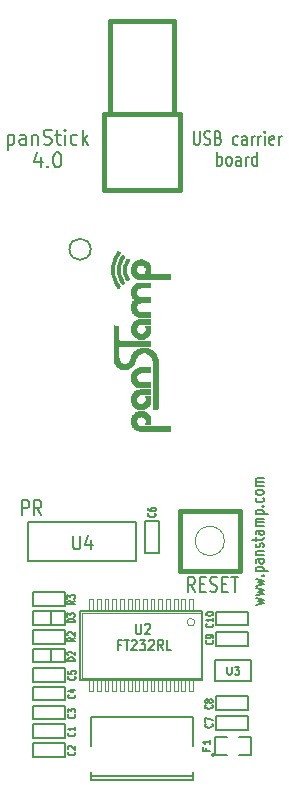
<source format=gto>
%FSLAX46Y46*%
G04 Gerber Fmt 4.6, Leading zero omitted, Abs format (unit mm)*
G04 Created by KiCad (PCBNEW (2014-jul-16 BZR unknown)-product) date Mon 16 Mar 2015 03:56:46 PM CET*
%MOMM*%
G01*
G04 APERTURE LIST*
%ADD10C,0.150000*%
%ADD11C,0.152400*%
%ADD12C,0.127000*%
%ADD13C,0.066040*%
%ADD14C,0.050800*%
%ADD15C,0.076200*%
%ADD16C,0.203200*%
%ADD17C,0.002540*%
%ADD18C,0.381000*%
%ADD19C,0.101600*%
%ADD20C,0.177800*%
G04 APERTURE END LIST*
D10*
D11*
X179424381Y-106644524D02*
X179085715Y-106039762D01*
X178843810Y-106644524D02*
X178843810Y-105374524D01*
X179230857Y-105374524D01*
X179327619Y-105435000D01*
X179376000Y-105495476D01*
X179424381Y-105616429D01*
X179424381Y-105797857D01*
X179376000Y-105918810D01*
X179327619Y-105979286D01*
X179230857Y-106039762D01*
X178843810Y-106039762D01*
X179859810Y-105979286D02*
X180198476Y-105979286D01*
X180343619Y-106644524D02*
X179859810Y-106644524D01*
X179859810Y-105374524D01*
X180343619Y-105374524D01*
X180730667Y-106584048D02*
X180875810Y-106644524D01*
X181117714Y-106644524D01*
X181214476Y-106584048D01*
X181262857Y-106523571D01*
X181311238Y-106402619D01*
X181311238Y-106281667D01*
X181262857Y-106160714D01*
X181214476Y-106100238D01*
X181117714Y-106039762D01*
X180924191Y-105979286D01*
X180827429Y-105918810D01*
X180779048Y-105858333D01*
X180730667Y-105737381D01*
X180730667Y-105616429D01*
X180779048Y-105495476D01*
X180827429Y-105435000D01*
X180924191Y-105374524D01*
X181166095Y-105374524D01*
X181311238Y-105435000D01*
X181746667Y-105979286D02*
X182085333Y-105979286D01*
X182230476Y-106644524D02*
X181746667Y-106644524D01*
X181746667Y-105374524D01*
X182230476Y-105374524D01*
X182520762Y-105374524D02*
X183101333Y-105374524D01*
X182811048Y-106644524D02*
X182811048Y-105374524D01*
X164835905Y-100174524D02*
X164835905Y-98904524D01*
X165222952Y-98904524D01*
X165319714Y-98965000D01*
X165368095Y-99025476D01*
X165416476Y-99146429D01*
X165416476Y-99327857D01*
X165368095Y-99448810D01*
X165319714Y-99509286D01*
X165222952Y-99569762D01*
X164835905Y-99569762D01*
X166432476Y-100174524D02*
X166093810Y-99569762D01*
X165851905Y-100174524D02*
X165851905Y-98904524D01*
X166238952Y-98904524D01*
X166335714Y-98965000D01*
X166384095Y-99025476D01*
X166432476Y-99146429D01*
X166432476Y-99327857D01*
X166384095Y-99448810D01*
X166335714Y-99509286D01*
X166238952Y-99569762D01*
X165851905Y-99569762D01*
X163595429Y-67942657D02*
X163595429Y-69212657D01*
X163595429Y-68003133D02*
X163704286Y-67942657D01*
X163922000Y-67942657D01*
X164030857Y-68003133D01*
X164085286Y-68063610D01*
X164139715Y-68184562D01*
X164139715Y-68547419D01*
X164085286Y-68668371D01*
X164030857Y-68728848D01*
X163922000Y-68789324D01*
X163704286Y-68789324D01*
X163595429Y-68728848D01*
X165119429Y-68789324D02*
X165119429Y-68124086D01*
X165065000Y-68003133D01*
X164956143Y-67942657D01*
X164738429Y-67942657D01*
X164629572Y-68003133D01*
X165119429Y-68728848D02*
X165010572Y-68789324D01*
X164738429Y-68789324D01*
X164629572Y-68728848D01*
X164575143Y-68607895D01*
X164575143Y-68486943D01*
X164629572Y-68365990D01*
X164738429Y-68305514D01*
X165010572Y-68305514D01*
X165119429Y-68245038D01*
X165663715Y-67942657D02*
X165663715Y-68789324D01*
X165663715Y-68063610D02*
X165718143Y-68003133D01*
X165827001Y-67942657D01*
X165990286Y-67942657D01*
X166099143Y-68003133D01*
X166153572Y-68124086D01*
X166153572Y-68789324D01*
X166643429Y-68728848D02*
X166806715Y-68789324D01*
X167078858Y-68789324D01*
X167187715Y-68728848D01*
X167242144Y-68668371D01*
X167296572Y-68547419D01*
X167296572Y-68426467D01*
X167242144Y-68305514D01*
X167187715Y-68245038D01*
X167078858Y-68184562D01*
X166861144Y-68124086D01*
X166752286Y-68063610D01*
X166697858Y-68003133D01*
X166643429Y-67882181D01*
X166643429Y-67761229D01*
X166697858Y-67640276D01*
X166752286Y-67579800D01*
X166861144Y-67519324D01*
X167133286Y-67519324D01*
X167296572Y-67579800D01*
X167623143Y-67942657D02*
X168058572Y-67942657D01*
X167786429Y-67519324D02*
X167786429Y-68607895D01*
X167840857Y-68728848D01*
X167949715Y-68789324D01*
X168058572Y-68789324D01*
X168439572Y-68789324D02*
X168439572Y-67942657D01*
X168439572Y-67519324D02*
X168385143Y-67579800D01*
X168439572Y-67640276D01*
X168494000Y-67579800D01*
X168439572Y-67519324D01*
X168439572Y-67640276D01*
X169473715Y-68728848D02*
X169364858Y-68789324D01*
X169147144Y-68789324D01*
X169038286Y-68728848D01*
X168983858Y-68668371D01*
X168929429Y-68547419D01*
X168929429Y-68184562D01*
X168983858Y-68063610D01*
X169038286Y-68003133D01*
X169147144Y-67942657D01*
X169364858Y-67942657D01*
X169473715Y-68003133D01*
X169963572Y-68789324D02*
X169963572Y-67519324D01*
X170072429Y-68305514D02*
X170399000Y-68789324D01*
X170399000Y-67942657D02*
X169963572Y-68426467D01*
X166371286Y-69873057D02*
X166371286Y-70719724D01*
X166099143Y-69389248D02*
X165827000Y-70296390D01*
X166534572Y-70296390D01*
X166970000Y-70598771D02*
X167024428Y-70659248D01*
X166970000Y-70719724D01*
X166915571Y-70659248D01*
X166970000Y-70598771D01*
X166970000Y-70719724D01*
X167732000Y-69449724D02*
X167840857Y-69449724D01*
X167949714Y-69510200D01*
X168004143Y-69570676D01*
X168058572Y-69691629D01*
X168113000Y-69933533D01*
X168113000Y-70235914D01*
X168058572Y-70477819D01*
X168004143Y-70598771D01*
X167949714Y-70659248D01*
X167840857Y-70719724D01*
X167732000Y-70719724D01*
X167623143Y-70659248D01*
X167568714Y-70598771D01*
X167514286Y-70477819D01*
X167459857Y-70235914D01*
X167459857Y-69933533D01*
X167514286Y-69691629D01*
X167568714Y-69570676D01*
X167623143Y-69510200D01*
X167732000Y-69449724D01*
X179348168Y-67677771D02*
X179348168Y-68603057D01*
X179390501Y-68711914D01*
X179432834Y-68766343D01*
X179517501Y-68820771D01*
X179686834Y-68820771D01*
X179771501Y-68766343D01*
X179813834Y-68711914D01*
X179856168Y-68603057D01*
X179856168Y-67677771D01*
X180237167Y-68766343D02*
X180364167Y-68820771D01*
X180575834Y-68820771D01*
X180660501Y-68766343D01*
X180702834Y-68711914D01*
X180745167Y-68603057D01*
X180745167Y-68494200D01*
X180702834Y-68385343D01*
X180660501Y-68330914D01*
X180575834Y-68276486D01*
X180406501Y-68222057D01*
X180321834Y-68167629D01*
X180279501Y-68113200D01*
X180237167Y-68004343D01*
X180237167Y-67895486D01*
X180279501Y-67786629D01*
X180321834Y-67732200D01*
X180406501Y-67677771D01*
X180618167Y-67677771D01*
X180745167Y-67732200D01*
X181422501Y-68222057D02*
X181549501Y-68276486D01*
X181591834Y-68330914D01*
X181634168Y-68439771D01*
X181634168Y-68603057D01*
X181591834Y-68711914D01*
X181549501Y-68766343D01*
X181464834Y-68820771D01*
X181126168Y-68820771D01*
X181126168Y-67677771D01*
X181422501Y-67677771D01*
X181507168Y-67732200D01*
X181549501Y-67786629D01*
X181591834Y-67895486D01*
X181591834Y-68004343D01*
X181549501Y-68113200D01*
X181507168Y-68167629D01*
X181422501Y-68222057D01*
X181126168Y-68222057D01*
X183073501Y-68766343D02*
X182988834Y-68820771D01*
X182819501Y-68820771D01*
X182734834Y-68766343D01*
X182692501Y-68711914D01*
X182650167Y-68603057D01*
X182650167Y-68276486D01*
X182692501Y-68167629D01*
X182734834Y-68113200D01*
X182819501Y-68058771D01*
X182988834Y-68058771D01*
X183073501Y-68113200D01*
X183835501Y-68820771D02*
X183835501Y-68222057D01*
X183793167Y-68113200D01*
X183708501Y-68058771D01*
X183539167Y-68058771D01*
X183454501Y-68113200D01*
X183835501Y-68766343D02*
X183750834Y-68820771D01*
X183539167Y-68820771D01*
X183454501Y-68766343D01*
X183412167Y-68657486D01*
X183412167Y-68548629D01*
X183454501Y-68439771D01*
X183539167Y-68385343D01*
X183750834Y-68385343D01*
X183835501Y-68330914D01*
X184258834Y-68820771D02*
X184258834Y-68058771D01*
X184258834Y-68276486D02*
X184301167Y-68167629D01*
X184343500Y-68113200D01*
X184428167Y-68058771D01*
X184512834Y-68058771D01*
X184809167Y-68820771D02*
X184809167Y-68058771D01*
X184809167Y-68276486D02*
X184851500Y-68167629D01*
X184893833Y-68113200D01*
X184978500Y-68058771D01*
X185063167Y-68058771D01*
X185359500Y-68820771D02*
X185359500Y-68058771D01*
X185359500Y-67677771D02*
X185317166Y-67732200D01*
X185359500Y-67786629D01*
X185401833Y-67732200D01*
X185359500Y-67677771D01*
X185359500Y-67786629D01*
X186121499Y-68766343D02*
X186036833Y-68820771D01*
X185867499Y-68820771D01*
X185782833Y-68766343D01*
X185740499Y-68657486D01*
X185740499Y-68222057D01*
X185782833Y-68113200D01*
X185867499Y-68058771D01*
X186036833Y-68058771D01*
X186121499Y-68113200D01*
X186163833Y-68222057D01*
X186163833Y-68330914D01*
X185740499Y-68439771D01*
X186544833Y-68820771D02*
X186544833Y-68058771D01*
X186544833Y-68276486D02*
X186587166Y-68167629D01*
X186629499Y-68113200D01*
X186714166Y-68058771D01*
X186798833Y-68058771D01*
X181337835Y-70573371D02*
X181337835Y-69430371D01*
X181337835Y-69865800D02*
X181422501Y-69811371D01*
X181591835Y-69811371D01*
X181676501Y-69865800D01*
X181718835Y-69920229D01*
X181761168Y-70029086D01*
X181761168Y-70355657D01*
X181718835Y-70464514D01*
X181676501Y-70518943D01*
X181591835Y-70573371D01*
X181422501Y-70573371D01*
X181337835Y-70518943D01*
X182269168Y-70573371D02*
X182184501Y-70518943D01*
X182142168Y-70464514D01*
X182099834Y-70355657D01*
X182099834Y-70029086D01*
X182142168Y-69920229D01*
X182184501Y-69865800D01*
X182269168Y-69811371D01*
X182396168Y-69811371D01*
X182480834Y-69865800D01*
X182523168Y-69920229D01*
X182565501Y-70029086D01*
X182565501Y-70355657D01*
X182523168Y-70464514D01*
X182480834Y-70518943D01*
X182396168Y-70573371D01*
X182269168Y-70573371D01*
X183327501Y-70573371D02*
X183327501Y-69974657D01*
X183285167Y-69865800D01*
X183200501Y-69811371D01*
X183031167Y-69811371D01*
X182946501Y-69865800D01*
X183327501Y-70518943D02*
X183242834Y-70573371D01*
X183031167Y-70573371D01*
X182946501Y-70518943D01*
X182904167Y-70410086D01*
X182904167Y-70301229D01*
X182946501Y-70192371D01*
X183031167Y-70137943D01*
X183242834Y-70137943D01*
X183327501Y-70083514D01*
X183750834Y-70573371D02*
X183750834Y-69811371D01*
X183750834Y-70029086D02*
X183793167Y-69920229D01*
X183835500Y-69865800D01*
X183920167Y-69811371D01*
X184004834Y-69811371D01*
X184682167Y-70573371D02*
X184682167Y-69430371D01*
X184682167Y-70518943D02*
X184597500Y-70573371D01*
X184428167Y-70573371D01*
X184343500Y-70518943D01*
X184301167Y-70464514D01*
X184258833Y-70355657D01*
X184258833Y-70029086D01*
X184301167Y-69920229D01*
X184343500Y-69865800D01*
X184428167Y-69811371D01*
X184597500Y-69811371D01*
X184682167Y-69865800D01*
D12*
X184572286Y-107748430D02*
X185249619Y-107603287D01*
X184765810Y-107458144D01*
X185249619Y-107313001D01*
X184572286Y-107167858D01*
X184572286Y-106950144D02*
X185249619Y-106805001D01*
X184765810Y-106659858D01*
X185249619Y-106514715D01*
X184572286Y-106369572D01*
X184572286Y-106151858D02*
X185249619Y-106006715D01*
X184765810Y-105861572D01*
X185249619Y-105716429D01*
X184572286Y-105571286D01*
X185152857Y-105281000D02*
X185201238Y-105244715D01*
X185249619Y-105281000D01*
X185201238Y-105317286D01*
X185152857Y-105281000D01*
X185249619Y-105281000D01*
X184572286Y-104918143D02*
X185588286Y-104918143D01*
X184620667Y-104918143D02*
X184572286Y-104845572D01*
X184572286Y-104700429D01*
X184620667Y-104627858D01*
X184669048Y-104591572D01*
X184765810Y-104555286D01*
X185056095Y-104555286D01*
X185152857Y-104591572D01*
X185201238Y-104627858D01*
X185249619Y-104700429D01*
X185249619Y-104845572D01*
X185201238Y-104918143D01*
X185249619Y-103902143D02*
X184717429Y-103902143D01*
X184620667Y-103938429D01*
X184572286Y-104011000D01*
X184572286Y-104156143D01*
X184620667Y-104228714D01*
X185201238Y-103902143D02*
X185249619Y-103974714D01*
X185249619Y-104156143D01*
X185201238Y-104228714D01*
X185104476Y-104265000D01*
X185007714Y-104265000D01*
X184910952Y-104228714D01*
X184862571Y-104156143D01*
X184862571Y-103974714D01*
X184814190Y-103902143D01*
X184572286Y-103539285D02*
X185249619Y-103539285D01*
X184669048Y-103539285D02*
X184620667Y-103503000D01*
X184572286Y-103430428D01*
X184572286Y-103321571D01*
X184620667Y-103249000D01*
X184717429Y-103212714D01*
X185249619Y-103212714D01*
X185201238Y-102886142D02*
X185249619Y-102813571D01*
X185249619Y-102668428D01*
X185201238Y-102595856D01*
X185104476Y-102559571D01*
X185056095Y-102559571D01*
X184959333Y-102595856D01*
X184910952Y-102668428D01*
X184910952Y-102777285D01*
X184862571Y-102849856D01*
X184765810Y-102886142D01*
X184717429Y-102886142D01*
X184620667Y-102849856D01*
X184572286Y-102777285D01*
X184572286Y-102668428D01*
X184620667Y-102595856D01*
X184572286Y-102341857D02*
X184572286Y-102051571D01*
X184233619Y-102232999D02*
X185104476Y-102232999D01*
X185201238Y-102196714D01*
X185249619Y-102124142D01*
X185249619Y-102051571D01*
X185249619Y-101470999D02*
X184717429Y-101470999D01*
X184620667Y-101507285D01*
X184572286Y-101579856D01*
X184572286Y-101724999D01*
X184620667Y-101797570D01*
X185201238Y-101470999D02*
X185249619Y-101543570D01*
X185249619Y-101724999D01*
X185201238Y-101797570D01*
X185104476Y-101833856D01*
X185007714Y-101833856D01*
X184910952Y-101797570D01*
X184862571Y-101724999D01*
X184862571Y-101543570D01*
X184814190Y-101470999D01*
X185249619Y-101108141D02*
X184572286Y-101108141D01*
X184669048Y-101108141D02*
X184620667Y-101071856D01*
X184572286Y-100999284D01*
X184572286Y-100890427D01*
X184620667Y-100817856D01*
X184717429Y-100781570D01*
X185249619Y-100781570D01*
X184717429Y-100781570D02*
X184620667Y-100745284D01*
X184572286Y-100672713D01*
X184572286Y-100563856D01*
X184620667Y-100491284D01*
X184717429Y-100454999D01*
X185249619Y-100454999D01*
X184572286Y-100092141D02*
X185588286Y-100092141D01*
X184620667Y-100092141D02*
X184572286Y-100019570D01*
X184572286Y-99874427D01*
X184620667Y-99801856D01*
X184669048Y-99765570D01*
X184765810Y-99729284D01*
X185056095Y-99729284D01*
X185152857Y-99765570D01*
X185201238Y-99801856D01*
X185249619Y-99874427D01*
X185249619Y-100019570D01*
X185201238Y-100092141D01*
X185152857Y-99402712D02*
X185201238Y-99366427D01*
X185249619Y-99402712D01*
X185201238Y-99438998D01*
X185152857Y-99402712D01*
X185249619Y-99402712D01*
X185201238Y-98713284D02*
X185249619Y-98785855D01*
X185249619Y-98930998D01*
X185201238Y-99003570D01*
X185152857Y-99039855D01*
X185056095Y-99076141D01*
X184765810Y-99076141D01*
X184669048Y-99039855D01*
X184620667Y-99003570D01*
X184572286Y-98930998D01*
X184572286Y-98785855D01*
X184620667Y-98713284D01*
X185249619Y-98277855D02*
X185201238Y-98350427D01*
X185152857Y-98386712D01*
X185056095Y-98422998D01*
X184765810Y-98422998D01*
X184669048Y-98386712D01*
X184620667Y-98350427D01*
X184572286Y-98277855D01*
X184572286Y-98168998D01*
X184620667Y-98096427D01*
X184669048Y-98060141D01*
X184765810Y-98023855D01*
X185056095Y-98023855D01*
X185152857Y-98060141D01*
X185201238Y-98096427D01*
X185249619Y-98168998D01*
X185249619Y-98277855D01*
X185249619Y-97697283D02*
X184572286Y-97697283D01*
X184669048Y-97697283D02*
X184620667Y-97660998D01*
X184572286Y-97588426D01*
X184572286Y-97479569D01*
X184620667Y-97406998D01*
X184717429Y-97370712D01*
X185249619Y-97370712D01*
X184717429Y-97370712D02*
X184620667Y-97334426D01*
X184572286Y-97261855D01*
X184572286Y-97152998D01*
X184620667Y-97080426D01*
X184717429Y-97044141D01*
X185249619Y-97044141D01*
D13*
X179266580Y-114144180D02*
X178941460Y-114144180D01*
X178941460Y-114144180D02*
X178941460Y-115078900D01*
X179266580Y-115078900D02*
X178941460Y-115078900D01*
X179266580Y-114144180D02*
X179266580Y-115078900D01*
X179266580Y-107281100D02*
X178941460Y-107281100D01*
X178941460Y-107281100D02*
X178941460Y-108215820D01*
X179266580Y-108215820D02*
X178941460Y-108215820D01*
X179266580Y-107281100D02*
X179266580Y-108215820D01*
X178616340Y-107281100D02*
X178291220Y-107281100D01*
X178291220Y-107281100D02*
X178291220Y-108215820D01*
X178616340Y-108215820D02*
X178291220Y-108215820D01*
X178616340Y-107281100D02*
X178616340Y-108215820D01*
X177966100Y-107281100D02*
X177640980Y-107281100D01*
X177640980Y-107281100D02*
X177640980Y-108215820D01*
X177966100Y-108215820D02*
X177640980Y-108215820D01*
X177966100Y-107281100D02*
X177966100Y-108215820D01*
X178616340Y-114144180D02*
X178291220Y-114144180D01*
X178291220Y-114144180D02*
X178291220Y-115078900D01*
X178616340Y-115078900D02*
X178291220Y-115078900D01*
X178616340Y-114144180D02*
X178616340Y-115078900D01*
X177966100Y-114144180D02*
X177640980Y-114144180D01*
X177640980Y-114144180D02*
X177640980Y-115078900D01*
X177966100Y-115078900D02*
X177640980Y-115078900D01*
X177966100Y-114144180D02*
X177966100Y-115078900D01*
X177315860Y-114144180D02*
X176990740Y-114144180D01*
X176990740Y-114144180D02*
X176990740Y-115078900D01*
X177315860Y-115078900D02*
X176990740Y-115078900D01*
X177315860Y-114144180D02*
X177315860Y-115078900D01*
X176665620Y-114144180D02*
X176340500Y-114144180D01*
X176340500Y-114144180D02*
X176340500Y-115078900D01*
X176665620Y-115078900D02*
X176340500Y-115078900D01*
X176665620Y-114144180D02*
X176665620Y-115078900D01*
X176015380Y-114144180D02*
X175690260Y-114144180D01*
X175690260Y-114144180D02*
X175690260Y-115078900D01*
X176015380Y-115078900D02*
X175690260Y-115078900D01*
X176015380Y-114144180D02*
X176015380Y-115078900D01*
X175365140Y-114144180D02*
X175040020Y-114144180D01*
X175040020Y-114144180D02*
X175040020Y-115078900D01*
X175365140Y-115078900D02*
X175040020Y-115078900D01*
X175365140Y-114144180D02*
X175365140Y-115078900D01*
X174719980Y-114144180D02*
X174394860Y-114144180D01*
X174394860Y-114144180D02*
X174394860Y-115078900D01*
X174719980Y-115078900D02*
X174394860Y-115078900D01*
X174719980Y-114144180D02*
X174719980Y-115078900D01*
X174069740Y-114144180D02*
X173744620Y-114144180D01*
X173744620Y-114144180D02*
X173744620Y-115078900D01*
X174069740Y-115078900D02*
X173744620Y-115078900D01*
X174069740Y-114144180D02*
X174069740Y-115078900D01*
X173419500Y-114144180D02*
X173094380Y-114144180D01*
X173094380Y-114144180D02*
X173094380Y-115078900D01*
X173419500Y-115078900D02*
X173094380Y-115078900D01*
X173419500Y-114144180D02*
X173419500Y-115078900D01*
X172769260Y-114144180D02*
X172444140Y-114144180D01*
X172444140Y-114144180D02*
X172444140Y-115078900D01*
X172769260Y-115078900D02*
X172444140Y-115078900D01*
X172769260Y-114144180D02*
X172769260Y-115078900D01*
X172119020Y-114144180D02*
X171793900Y-114144180D01*
X171793900Y-114144180D02*
X171793900Y-115078900D01*
X172119020Y-115078900D02*
X171793900Y-115078900D01*
X172119020Y-114144180D02*
X172119020Y-115078900D01*
X171468780Y-114144180D02*
X171143660Y-114144180D01*
X171143660Y-114144180D02*
X171143660Y-115078900D01*
X171468780Y-115078900D02*
X171143660Y-115078900D01*
X171468780Y-114144180D02*
X171468780Y-115078900D01*
X170818540Y-114144180D02*
X170493420Y-114144180D01*
X170493420Y-114144180D02*
X170493420Y-115078900D01*
X170818540Y-115078900D02*
X170493420Y-115078900D01*
X170818540Y-114144180D02*
X170818540Y-115078900D01*
X177315860Y-107281100D02*
X176990740Y-107281100D01*
X176990740Y-107281100D02*
X176990740Y-108215820D01*
X177315860Y-108215820D02*
X176990740Y-108215820D01*
X177315860Y-107281100D02*
X177315860Y-108215820D01*
X176665620Y-107281100D02*
X176340500Y-107281100D01*
X176340500Y-107281100D02*
X176340500Y-108215820D01*
X176665620Y-108215820D02*
X176340500Y-108215820D01*
X176665620Y-107281100D02*
X176665620Y-108215820D01*
X176015380Y-107281100D02*
X175690260Y-107281100D01*
X175690260Y-107281100D02*
X175690260Y-108215820D01*
X176015380Y-108215820D02*
X175690260Y-108215820D01*
X176015380Y-107281100D02*
X176015380Y-108215820D01*
X175365140Y-107281100D02*
X175040020Y-107281100D01*
X175040020Y-107281100D02*
X175040020Y-108215820D01*
X175365140Y-108215820D02*
X175040020Y-108215820D01*
X175365140Y-107281100D02*
X175365140Y-108215820D01*
X174719980Y-107281100D02*
X174394860Y-107281100D01*
X174394860Y-107281100D02*
X174394860Y-108215820D01*
X174719980Y-108215820D02*
X174394860Y-108215820D01*
X174719980Y-107281100D02*
X174719980Y-108215820D01*
X174069740Y-107281100D02*
X173744620Y-107281100D01*
X173744620Y-107281100D02*
X173744620Y-108215820D01*
X174069740Y-108215820D02*
X173744620Y-108215820D01*
X174069740Y-107281100D02*
X174069740Y-108215820D01*
X173419500Y-107281100D02*
X173094380Y-107281100D01*
X173094380Y-107281100D02*
X173094380Y-108215820D01*
X173419500Y-108215820D02*
X173094380Y-108215820D01*
X173419500Y-107281100D02*
X173419500Y-108215820D01*
X172769260Y-107281100D02*
X172444140Y-107281100D01*
X172444140Y-107281100D02*
X172444140Y-108215820D01*
X172769260Y-108215820D02*
X172444140Y-108215820D01*
X172769260Y-107281100D02*
X172769260Y-108215820D01*
X172119020Y-107281100D02*
X171793900Y-107281100D01*
X171793900Y-107281100D02*
X171793900Y-108215820D01*
X172119020Y-108215820D02*
X171793900Y-108215820D01*
X172119020Y-107281100D02*
X172119020Y-108215820D01*
X171468780Y-107281100D02*
X171143660Y-107281100D01*
X171143660Y-107281100D02*
X171143660Y-108215820D01*
X171468780Y-108215820D02*
X171143660Y-108215820D01*
X171468780Y-107281100D02*
X171468780Y-108215820D01*
X170818540Y-107281100D02*
X170493420Y-107281100D01*
X170493420Y-107281100D02*
X170493420Y-108215820D01*
X170818540Y-108215820D02*
X170493420Y-108215820D01*
X170818540Y-107281100D02*
X170818540Y-108215820D01*
D11*
X180079380Y-114103540D02*
X169680620Y-114103540D01*
X169680620Y-114103540D02*
X169680620Y-108256460D01*
X169680620Y-108256460D02*
X180079380Y-108256460D01*
X180079380Y-108256460D02*
X180079380Y-114103540D01*
D14*
X179916820Y-113940980D02*
X169843180Y-113940980D01*
X169843180Y-113940980D02*
X169843180Y-108419020D01*
X169843180Y-108419020D02*
X179916820Y-108419020D01*
X179916820Y-108419020D02*
X179916820Y-113940980D01*
D15*
X179427309Y-109231820D02*
G75*
G03X179427309Y-109231820I-323289J0D01*
G74*
G01*
D11*
X166902800Y-107844200D02*
X168401400Y-107844200D01*
X168401400Y-107844200D02*
X168401400Y-106675800D01*
X168401400Y-106675800D02*
X166902800Y-106675800D01*
X166902800Y-107844200D02*
X165709000Y-107844200D01*
X165709000Y-107844200D02*
X165709000Y-106675800D01*
X165709000Y-106675800D02*
X166902800Y-106675800D01*
X166902800Y-111054200D02*
X168401400Y-111054200D01*
X168401400Y-111054200D02*
X168401400Y-109885800D01*
X168401400Y-109885800D02*
X166902800Y-109885800D01*
X166902800Y-111054200D02*
X165709000Y-111054200D01*
X165709000Y-111054200D02*
X165709000Y-109885800D01*
X165709000Y-109885800D02*
X166902800Y-109885800D01*
X167207600Y-113095800D02*
X165709000Y-113095800D01*
X165709000Y-113095800D02*
X165709000Y-114264200D01*
X165709000Y-114264200D02*
X167207600Y-114264200D01*
X167207600Y-113095800D02*
X168401400Y-113095800D01*
X168401400Y-113095800D02*
X168401400Y-114264200D01*
X168401400Y-114264200D02*
X167207600Y-114264200D01*
X167207600Y-114685800D02*
X165709000Y-114685800D01*
X165709000Y-114685800D02*
X165709000Y-115854200D01*
X165709000Y-115854200D02*
X167207600Y-115854200D01*
X167207600Y-114685800D02*
X168401400Y-114685800D01*
X168401400Y-114685800D02*
X168401400Y-115854200D01*
X168401400Y-115854200D02*
X167207600Y-115854200D01*
X167207600Y-116285800D02*
X165709000Y-116285800D01*
X165709000Y-116285800D02*
X165709000Y-117454200D01*
X165709000Y-117454200D02*
X167207600Y-117454200D01*
X167207600Y-116285800D02*
X168401400Y-116285800D01*
X168401400Y-116285800D02*
X168401400Y-117454200D01*
X168401400Y-117454200D02*
X167207600Y-117454200D01*
X166902800Y-120630200D02*
X168401400Y-120630200D01*
X168401400Y-120630200D02*
X168401400Y-119461800D01*
X168401400Y-119461800D02*
X166902800Y-119461800D01*
X166902800Y-120630200D02*
X165709000Y-120630200D01*
X165709000Y-120630200D02*
X165709000Y-119461800D01*
X165709000Y-119461800D02*
X166902800Y-119461800D01*
X166902800Y-119054200D02*
X168401400Y-119054200D01*
X168401400Y-119054200D02*
X168401400Y-117885800D01*
X168401400Y-117885800D02*
X166902800Y-117885800D01*
X166902800Y-119054200D02*
X165709000Y-119054200D01*
X165709000Y-119054200D02*
X165709000Y-117885800D01*
X165709000Y-117885800D02*
X166902800Y-117885800D01*
X182736200Y-108335800D02*
X181237600Y-108335800D01*
X181237600Y-108335800D02*
X181237600Y-109504200D01*
X181237600Y-109504200D02*
X182736200Y-109504200D01*
X182736200Y-108335800D02*
X183930000Y-108335800D01*
X183930000Y-108335800D02*
X183930000Y-109504200D01*
X183930000Y-109504200D02*
X182736200Y-109504200D01*
X182736200Y-110045800D02*
X181237600Y-110045800D01*
X181237600Y-110045800D02*
X181237600Y-111214200D01*
X181237600Y-111214200D02*
X182736200Y-111214200D01*
X182736200Y-110045800D02*
X183930000Y-110045800D01*
X183930000Y-110045800D02*
X183930000Y-111214200D01*
X183930000Y-111214200D02*
X182736200Y-111214200D01*
X182431400Y-116680600D02*
X183930000Y-116680600D01*
X183930000Y-116680600D02*
X183930000Y-115512200D01*
X183930000Y-115512200D02*
X182431400Y-115512200D01*
X182431400Y-116680600D02*
X181237600Y-116680600D01*
X181237600Y-116680600D02*
X181237600Y-115512200D01*
X181237600Y-115512200D02*
X182431400Y-115512200D01*
X182431400Y-118331600D02*
X183930000Y-118331600D01*
X183930000Y-118331600D02*
X183930000Y-117163200D01*
X183930000Y-117163200D02*
X182431400Y-117163200D01*
X182431400Y-118331600D02*
X181237600Y-118331600D01*
X181237600Y-118331600D02*
X181237600Y-117163200D01*
X181237600Y-117163200D02*
X182431400Y-117163200D01*
D12*
X181106000Y-120502000D02*
G75*
G03X181106000Y-120502000I-127000J0D01*
G74*
G01*
X182122000Y-120502000D02*
X181106000Y-120502000D01*
X181106000Y-120502000D02*
X181106000Y-118978000D01*
X181106000Y-118978000D02*
X182122000Y-118978000D01*
X183138000Y-118978000D02*
X184154000Y-118978000D01*
X184154000Y-118978000D02*
X184154000Y-120502000D01*
X184154000Y-120502000D02*
X183138000Y-120502000D01*
D11*
X167245700Y-112621500D02*
X167245700Y-111478500D01*
X167207600Y-111465800D02*
X165709000Y-111465800D01*
X165709000Y-111465800D02*
X165709000Y-112634200D01*
X165709000Y-112634200D02*
X167207600Y-112634200D01*
X167207600Y-111465800D02*
X168401400Y-111465800D01*
X168401400Y-111465800D02*
X168401400Y-112634200D01*
X168401400Y-112634200D02*
X167207600Y-112634200D01*
X167245700Y-109441500D02*
X167245700Y-108298500D01*
X167207600Y-108285800D02*
X165709000Y-108285800D01*
X165709000Y-108285800D02*
X165709000Y-109454200D01*
X165709000Y-109454200D02*
X167207600Y-109454200D01*
X167207600Y-108285800D02*
X168401400Y-108285800D01*
X168401400Y-108285800D02*
X168401400Y-109454200D01*
X168401400Y-109454200D02*
X167207600Y-109454200D01*
X170650000Y-122215000D02*
X179250000Y-122215000D01*
X170650000Y-117490000D02*
X170650000Y-117290000D01*
X170650000Y-117290000D02*
X179250000Y-117290000D01*
X179250000Y-117290000D02*
X179250000Y-117490000D01*
X170650000Y-121890000D02*
X170650000Y-122590000D01*
X170650000Y-122590000D02*
X179250000Y-122590000D01*
X179250000Y-122590000D02*
X179250000Y-121890000D01*
X170650000Y-117490000D02*
X170650000Y-119690000D01*
X179250000Y-117490000D02*
X179250000Y-119690000D01*
D16*
X170611388Y-77650000D02*
G75*
G03X170611388Y-77650000I-901388J0D01*
G74*
G01*
D17*
G36*
X172364800Y-79781200D02*
X172364800Y-79730400D01*
X172415600Y-79730400D01*
X172415600Y-79781200D01*
X172364800Y-79781200D01*
X172364800Y-79781200D01*
G37*
X172364800Y-79781200D02*
X172364800Y-79730400D01*
X172415600Y-79730400D01*
X172415600Y-79781200D01*
X172364800Y-79781200D01*
G36*
X172364800Y-79730400D02*
X172364800Y-79679600D01*
X172415600Y-79679600D01*
X172415600Y-79730400D01*
X172364800Y-79730400D01*
X172364800Y-79730400D01*
G37*
X172364800Y-79730400D02*
X172364800Y-79679600D01*
X172415600Y-79679600D01*
X172415600Y-79730400D01*
X172364800Y-79730400D01*
G36*
X172364800Y-79679600D02*
X172364800Y-79628800D01*
X172415600Y-79628800D01*
X172415600Y-79679600D01*
X172364800Y-79679600D01*
X172364800Y-79679600D01*
G37*
X172364800Y-79679600D02*
X172364800Y-79628800D01*
X172415600Y-79628800D01*
X172415600Y-79679600D01*
X172364800Y-79679600D01*
G36*
X172364800Y-79628800D02*
X172364800Y-79578000D01*
X172415600Y-79578000D01*
X172415600Y-79628800D01*
X172364800Y-79628800D01*
X172364800Y-79628800D01*
G37*
X172364800Y-79628800D02*
X172364800Y-79578000D01*
X172415600Y-79578000D01*
X172415600Y-79628800D01*
X172364800Y-79628800D01*
G36*
X172364800Y-79578000D02*
X172364800Y-79527200D01*
X172415600Y-79527200D01*
X172415600Y-79578000D01*
X172364800Y-79578000D01*
X172364800Y-79578000D01*
G37*
X172364800Y-79578000D02*
X172364800Y-79527200D01*
X172415600Y-79527200D01*
X172415600Y-79578000D01*
X172364800Y-79578000D01*
G36*
X172364800Y-79527200D02*
X172364800Y-79476400D01*
X172415600Y-79476400D01*
X172415600Y-79527200D01*
X172364800Y-79527200D01*
X172364800Y-79527200D01*
G37*
X172364800Y-79527200D02*
X172364800Y-79476400D01*
X172415600Y-79476400D01*
X172415600Y-79527200D01*
X172364800Y-79527200D01*
G36*
X172364800Y-79476400D02*
X172364800Y-79425600D01*
X172415600Y-79425600D01*
X172415600Y-79476400D01*
X172364800Y-79476400D01*
X172364800Y-79476400D01*
G37*
X172364800Y-79476400D02*
X172364800Y-79425600D01*
X172415600Y-79425600D01*
X172415600Y-79476400D01*
X172364800Y-79476400D01*
G36*
X172364800Y-79425600D02*
X172364800Y-79374800D01*
X172415600Y-79374800D01*
X172415600Y-79425600D01*
X172364800Y-79425600D01*
X172364800Y-79425600D01*
G37*
X172364800Y-79425600D02*
X172364800Y-79374800D01*
X172415600Y-79374800D01*
X172415600Y-79425600D01*
X172364800Y-79425600D01*
G36*
X172364800Y-79374800D02*
X172364800Y-79324000D01*
X172415600Y-79324000D01*
X172415600Y-79374800D01*
X172364800Y-79374800D01*
X172364800Y-79374800D01*
G37*
X172364800Y-79374800D02*
X172364800Y-79324000D01*
X172415600Y-79324000D01*
X172415600Y-79374800D01*
X172364800Y-79374800D01*
G36*
X172364800Y-79324000D02*
X172364800Y-79273200D01*
X172415600Y-79273200D01*
X172415600Y-79324000D01*
X172364800Y-79324000D01*
X172364800Y-79324000D01*
G37*
X172364800Y-79324000D02*
X172364800Y-79273200D01*
X172415600Y-79273200D01*
X172415600Y-79324000D01*
X172364800Y-79324000D01*
G36*
X172364800Y-79273200D02*
X172364800Y-79222400D01*
X172415600Y-79222400D01*
X172415600Y-79273200D01*
X172364800Y-79273200D01*
X172364800Y-79273200D01*
G37*
X172364800Y-79273200D02*
X172364800Y-79222400D01*
X172415600Y-79222400D01*
X172415600Y-79273200D01*
X172364800Y-79273200D01*
G36*
X172364800Y-79222400D02*
X172364800Y-79171600D01*
X172415600Y-79171600D01*
X172415600Y-79222400D01*
X172364800Y-79222400D01*
X172364800Y-79222400D01*
G37*
X172364800Y-79222400D02*
X172364800Y-79171600D01*
X172415600Y-79171600D01*
X172415600Y-79222400D01*
X172364800Y-79222400D01*
G36*
X172364800Y-79171600D02*
X172364800Y-79120800D01*
X172415600Y-79120800D01*
X172415600Y-79171600D01*
X172364800Y-79171600D01*
X172364800Y-79171600D01*
G37*
X172364800Y-79171600D02*
X172364800Y-79120800D01*
X172415600Y-79120800D01*
X172415600Y-79171600D01*
X172364800Y-79171600D01*
G36*
X172364800Y-79120800D02*
X172364800Y-79070000D01*
X172415600Y-79070000D01*
X172415600Y-79120800D01*
X172364800Y-79120800D01*
X172364800Y-79120800D01*
G37*
X172364800Y-79120800D02*
X172364800Y-79070000D01*
X172415600Y-79070000D01*
X172415600Y-79120800D01*
X172364800Y-79120800D01*
G36*
X172364800Y-79070000D02*
X172364800Y-79019200D01*
X172415600Y-79019200D01*
X172415600Y-79070000D01*
X172364800Y-79070000D01*
X172364800Y-79070000D01*
G37*
X172364800Y-79070000D02*
X172364800Y-79019200D01*
X172415600Y-79019200D01*
X172415600Y-79070000D01*
X172364800Y-79070000D01*
G36*
X172364800Y-79019200D02*
X172364800Y-78968400D01*
X172415600Y-78968400D01*
X172415600Y-79019200D01*
X172364800Y-79019200D01*
X172364800Y-79019200D01*
G37*
X172364800Y-79019200D02*
X172364800Y-78968400D01*
X172415600Y-78968400D01*
X172415600Y-79019200D01*
X172364800Y-79019200D01*
G36*
X172415600Y-79984400D02*
X172415600Y-79933600D01*
X172466400Y-79933600D01*
X172466400Y-79984400D01*
X172415600Y-79984400D01*
X172415600Y-79984400D01*
G37*
X172415600Y-79984400D02*
X172415600Y-79933600D01*
X172466400Y-79933600D01*
X172466400Y-79984400D01*
X172415600Y-79984400D01*
G36*
X172415600Y-79933600D02*
X172415600Y-79882800D01*
X172466400Y-79882800D01*
X172466400Y-79933600D01*
X172415600Y-79933600D01*
X172415600Y-79933600D01*
G37*
X172415600Y-79933600D02*
X172415600Y-79882800D01*
X172466400Y-79882800D01*
X172466400Y-79933600D01*
X172415600Y-79933600D01*
G36*
X172415600Y-79882800D02*
X172415600Y-79832000D01*
X172466400Y-79832000D01*
X172466400Y-79882800D01*
X172415600Y-79882800D01*
X172415600Y-79882800D01*
G37*
X172415600Y-79882800D02*
X172415600Y-79832000D01*
X172466400Y-79832000D01*
X172466400Y-79882800D01*
X172415600Y-79882800D01*
G36*
X172415600Y-79832000D02*
X172415600Y-79781200D01*
X172466400Y-79781200D01*
X172466400Y-79832000D01*
X172415600Y-79832000D01*
X172415600Y-79832000D01*
G37*
X172415600Y-79832000D02*
X172415600Y-79781200D01*
X172466400Y-79781200D01*
X172466400Y-79832000D01*
X172415600Y-79832000D01*
G36*
X172415600Y-79781200D02*
X172415600Y-79730400D01*
X172466400Y-79730400D01*
X172466400Y-79781200D01*
X172415600Y-79781200D01*
X172415600Y-79781200D01*
G37*
X172415600Y-79781200D02*
X172415600Y-79730400D01*
X172466400Y-79730400D01*
X172466400Y-79781200D01*
X172415600Y-79781200D01*
G36*
X172415600Y-79730400D02*
X172415600Y-79679600D01*
X172466400Y-79679600D01*
X172466400Y-79730400D01*
X172415600Y-79730400D01*
X172415600Y-79730400D01*
G37*
X172415600Y-79730400D02*
X172415600Y-79679600D01*
X172466400Y-79679600D01*
X172466400Y-79730400D01*
X172415600Y-79730400D01*
G36*
X172415600Y-79679600D02*
X172415600Y-79628800D01*
X172466400Y-79628800D01*
X172466400Y-79679600D01*
X172415600Y-79679600D01*
X172415600Y-79679600D01*
G37*
X172415600Y-79679600D02*
X172415600Y-79628800D01*
X172466400Y-79628800D01*
X172466400Y-79679600D01*
X172415600Y-79679600D01*
G36*
X172415600Y-79628800D02*
X172415600Y-79578000D01*
X172466400Y-79578000D01*
X172466400Y-79628800D01*
X172415600Y-79628800D01*
X172415600Y-79628800D01*
G37*
X172415600Y-79628800D02*
X172415600Y-79578000D01*
X172466400Y-79578000D01*
X172466400Y-79628800D01*
X172415600Y-79628800D01*
G36*
X172415600Y-79578000D02*
X172415600Y-79527200D01*
X172466400Y-79527200D01*
X172466400Y-79578000D01*
X172415600Y-79578000D01*
X172415600Y-79578000D01*
G37*
X172415600Y-79578000D02*
X172415600Y-79527200D01*
X172466400Y-79527200D01*
X172466400Y-79578000D01*
X172415600Y-79578000D01*
G36*
X172415600Y-79527200D02*
X172415600Y-79476400D01*
X172466400Y-79476400D01*
X172466400Y-79527200D01*
X172415600Y-79527200D01*
X172415600Y-79527200D01*
G37*
X172415600Y-79527200D02*
X172415600Y-79476400D01*
X172466400Y-79476400D01*
X172466400Y-79527200D01*
X172415600Y-79527200D01*
G36*
X172415600Y-79476400D02*
X172415600Y-79425600D01*
X172466400Y-79425600D01*
X172466400Y-79476400D01*
X172415600Y-79476400D01*
X172415600Y-79476400D01*
G37*
X172415600Y-79476400D02*
X172415600Y-79425600D01*
X172466400Y-79425600D01*
X172466400Y-79476400D01*
X172415600Y-79476400D01*
G36*
X172415600Y-79425600D02*
X172415600Y-79374800D01*
X172466400Y-79374800D01*
X172466400Y-79425600D01*
X172415600Y-79425600D01*
X172415600Y-79425600D01*
G37*
X172415600Y-79425600D02*
X172415600Y-79374800D01*
X172466400Y-79374800D01*
X172466400Y-79425600D01*
X172415600Y-79425600D01*
G36*
X172415600Y-79374800D02*
X172415600Y-79324000D01*
X172466400Y-79324000D01*
X172466400Y-79374800D01*
X172415600Y-79374800D01*
X172415600Y-79374800D01*
G37*
X172415600Y-79374800D02*
X172415600Y-79324000D01*
X172466400Y-79324000D01*
X172466400Y-79374800D01*
X172415600Y-79374800D01*
G36*
X172415600Y-79324000D02*
X172415600Y-79273200D01*
X172466400Y-79273200D01*
X172466400Y-79324000D01*
X172415600Y-79324000D01*
X172415600Y-79324000D01*
G37*
X172415600Y-79324000D02*
X172415600Y-79273200D01*
X172466400Y-79273200D01*
X172466400Y-79324000D01*
X172415600Y-79324000D01*
G36*
X172415600Y-79273200D02*
X172415600Y-79222400D01*
X172466400Y-79222400D01*
X172466400Y-79273200D01*
X172415600Y-79273200D01*
X172415600Y-79273200D01*
G37*
X172415600Y-79273200D02*
X172415600Y-79222400D01*
X172466400Y-79222400D01*
X172466400Y-79273200D01*
X172415600Y-79273200D01*
G36*
X172415600Y-79222400D02*
X172415600Y-79171600D01*
X172466400Y-79171600D01*
X172466400Y-79222400D01*
X172415600Y-79222400D01*
X172415600Y-79222400D01*
G37*
X172415600Y-79222400D02*
X172415600Y-79171600D01*
X172466400Y-79171600D01*
X172466400Y-79222400D01*
X172415600Y-79222400D01*
G36*
X172415600Y-79171600D02*
X172415600Y-79120800D01*
X172466400Y-79120800D01*
X172466400Y-79171600D01*
X172415600Y-79171600D01*
X172415600Y-79171600D01*
G37*
X172415600Y-79171600D02*
X172415600Y-79120800D01*
X172466400Y-79120800D01*
X172466400Y-79171600D01*
X172415600Y-79171600D01*
G36*
X172415600Y-79120800D02*
X172415600Y-79070000D01*
X172466400Y-79070000D01*
X172466400Y-79120800D01*
X172415600Y-79120800D01*
X172415600Y-79120800D01*
G37*
X172415600Y-79120800D02*
X172415600Y-79070000D01*
X172466400Y-79070000D01*
X172466400Y-79120800D01*
X172415600Y-79120800D01*
G36*
X172415600Y-79070000D02*
X172415600Y-79019200D01*
X172466400Y-79019200D01*
X172466400Y-79070000D01*
X172415600Y-79070000D01*
X172415600Y-79070000D01*
G37*
X172415600Y-79070000D02*
X172415600Y-79019200D01*
X172466400Y-79019200D01*
X172466400Y-79070000D01*
X172415600Y-79070000D01*
G36*
X172415600Y-79019200D02*
X172415600Y-78968400D01*
X172466400Y-78968400D01*
X172466400Y-79019200D01*
X172415600Y-79019200D01*
X172415600Y-79019200D01*
G37*
X172415600Y-79019200D02*
X172415600Y-78968400D01*
X172466400Y-78968400D01*
X172466400Y-79019200D01*
X172415600Y-79019200D01*
G36*
X172415600Y-78968400D02*
X172415600Y-78917600D01*
X172466400Y-78917600D01*
X172466400Y-78968400D01*
X172415600Y-78968400D01*
X172415600Y-78968400D01*
G37*
X172415600Y-78968400D02*
X172415600Y-78917600D01*
X172466400Y-78917600D01*
X172466400Y-78968400D01*
X172415600Y-78968400D01*
G36*
X172415600Y-78917600D02*
X172415600Y-78866800D01*
X172466400Y-78866800D01*
X172466400Y-78917600D01*
X172415600Y-78917600D01*
X172415600Y-78917600D01*
G37*
X172415600Y-78917600D02*
X172415600Y-78866800D01*
X172466400Y-78866800D01*
X172466400Y-78917600D01*
X172415600Y-78917600D01*
G36*
X172415600Y-78866800D02*
X172415600Y-78816000D01*
X172466400Y-78816000D01*
X172466400Y-78866800D01*
X172415600Y-78866800D01*
X172415600Y-78866800D01*
G37*
X172415600Y-78866800D02*
X172415600Y-78816000D01*
X172466400Y-78816000D01*
X172466400Y-78866800D01*
X172415600Y-78866800D01*
G36*
X172415600Y-78816000D02*
X172415600Y-78765200D01*
X172466400Y-78765200D01*
X172466400Y-78816000D01*
X172415600Y-78816000D01*
X172415600Y-78816000D01*
G37*
X172415600Y-78816000D02*
X172415600Y-78765200D01*
X172466400Y-78765200D01*
X172466400Y-78816000D01*
X172415600Y-78816000D01*
G36*
X172415600Y-78765200D02*
X172415600Y-78714400D01*
X172466400Y-78714400D01*
X172466400Y-78765200D01*
X172415600Y-78765200D01*
X172415600Y-78765200D01*
G37*
X172415600Y-78765200D02*
X172415600Y-78714400D01*
X172466400Y-78714400D01*
X172466400Y-78765200D01*
X172415600Y-78765200D01*
G36*
X172466400Y-80187600D02*
X172466400Y-80136800D01*
X172517200Y-80136800D01*
X172517200Y-80187600D01*
X172466400Y-80187600D01*
X172466400Y-80187600D01*
G37*
X172466400Y-80187600D02*
X172466400Y-80136800D01*
X172517200Y-80136800D01*
X172517200Y-80187600D01*
X172466400Y-80187600D01*
G36*
X172466400Y-80136800D02*
X172466400Y-80086000D01*
X172517200Y-80086000D01*
X172517200Y-80136800D01*
X172466400Y-80136800D01*
X172466400Y-80136800D01*
G37*
X172466400Y-80136800D02*
X172466400Y-80086000D01*
X172517200Y-80086000D01*
X172517200Y-80136800D01*
X172466400Y-80136800D01*
G36*
X172466400Y-80086000D02*
X172466400Y-80035200D01*
X172517200Y-80035200D01*
X172517200Y-80086000D01*
X172466400Y-80086000D01*
X172466400Y-80086000D01*
G37*
X172466400Y-80086000D02*
X172466400Y-80035200D01*
X172517200Y-80035200D01*
X172517200Y-80086000D01*
X172466400Y-80086000D01*
G36*
X172466400Y-80035200D02*
X172466400Y-79984400D01*
X172517200Y-79984400D01*
X172517200Y-80035200D01*
X172466400Y-80035200D01*
X172466400Y-80035200D01*
G37*
X172466400Y-80035200D02*
X172466400Y-79984400D01*
X172517200Y-79984400D01*
X172517200Y-80035200D01*
X172466400Y-80035200D01*
G36*
X172466400Y-79984400D02*
X172466400Y-79933600D01*
X172517200Y-79933600D01*
X172517200Y-79984400D01*
X172466400Y-79984400D01*
X172466400Y-79984400D01*
G37*
X172466400Y-79984400D02*
X172466400Y-79933600D01*
X172517200Y-79933600D01*
X172517200Y-79984400D01*
X172466400Y-79984400D01*
G36*
X172466400Y-79933600D02*
X172466400Y-79882800D01*
X172517200Y-79882800D01*
X172517200Y-79933600D01*
X172466400Y-79933600D01*
X172466400Y-79933600D01*
G37*
X172466400Y-79933600D02*
X172466400Y-79882800D01*
X172517200Y-79882800D01*
X172517200Y-79933600D01*
X172466400Y-79933600D01*
G36*
X172466400Y-79882800D02*
X172466400Y-79832000D01*
X172517200Y-79832000D01*
X172517200Y-79882800D01*
X172466400Y-79882800D01*
X172466400Y-79882800D01*
G37*
X172466400Y-79882800D02*
X172466400Y-79832000D01*
X172517200Y-79832000D01*
X172517200Y-79882800D01*
X172466400Y-79882800D01*
G36*
X172466400Y-79832000D02*
X172466400Y-79781200D01*
X172517200Y-79781200D01*
X172517200Y-79832000D01*
X172466400Y-79832000D01*
X172466400Y-79832000D01*
G37*
X172466400Y-79832000D02*
X172466400Y-79781200D01*
X172517200Y-79781200D01*
X172517200Y-79832000D01*
X172466400Y-79832000D01*
G36*
X172466400Y-79781200D02*
X172466400Y-79730400D01*
X172517200Y-79730400D01*
X172517200Y-79781200D01*
X172466400Y-79781200D01*
X172466400Y-79781200D01*
G37*
X172466400Y-79781200D02*
X172466400Y-79730400D01*
X172517200Y-79730400D01*
X172517200Y-79781200D01*
X172466400Y-79781200D01*
G36*
X172466400Y-79730400D02*
X172466400Y-79679600D01*
X172517200Y-79679600D01*
X172517200Y-79730400D01*
X172466400Y-79730400D01*
X172466400Y-79730400D01*
G37*
X172466400Y-79730400D02*
X172466400Y-79679600D01*
X172517200Y-79679600D01*
X172517200Y-79730400D01*
X172466400Y-79730400D01*
G36*
X172466400Y-79679600D02*
X172466400Y-79628800D01*
X172517200Y-79628800D01*
X172517200Y-79679600D01*
X172466400Y-79679600D01*
X172466400Y-79679600D01*
G37*
X172466400Y-79679600D02*
X172466400Y-79628800D01*
X172517200Y-79628800D01*
X172517200Y-79679600D01*
X172466400Y-79679600D01*
G36*
X172466400Y-79628800D02*
X172466400Y-79578000D01*
X172517200Y-79578000D01*
X172517200Y-79628800D01*
X172466400Y-79628800D01*
X172466400Y-79628800D01*
G37*
X172466400Y-79628800D02*
X172466400Y-79578000D01*
X172517200Y-79578000D01*
X172517200Y-79628800D01*
X172466400Y-79628800D01*
G36*
X172466400Y-79578000D02*
X172466400Y-79527200D01*
X172517200Y-79527200D01*
X172517200Y-79578000D01*
X172466400Y-79578000D01*
X172466400Y-79578000D01*
G37*
X172466400Y-79578000D02*
X172466400Y-79527200D01*
X172517200Y-79527200D01*
X172517200Y-79578000D01*
X172466400Y-79578000D01*
G36*
X172466400Y-79527200D02*
X172466400Y-79476400D01*
X172517200Y-79476400D01*
X172517200Y-79527200D01*
X172466400Y-79527200D01*
X172466400Y-79527200D01*
G37*
X172466400Y-79527200D02*
X172466400Y-79476400D01*
X172517200Y-79476400D01*
X172517200Y-79527200D01*
X172466400Y-79527200D01*
G36*
X172466400Y-79476400D02*
X172466400Y-79425600D01*
X172517200Y-79425600D01*
X172517200Y-79476400D01*
X172466400Y-79476400D01*
X172466400Y-79476400D01*
G37*
X172466400Y-79476400D02*
X172466400Y-79425600D01*
X172517200Y-79425600D01*
X172517200Y-79476400D01*
X172466400Y-79476400D01*
G36*
X172466400Y-79425600D02*
X172466400Y-79374800D01*
X172517200Y-79374800D01*
X172517200Y-79425600D01*
X172466400Y-79425600D01*
X172466400Y-79425600D01*
G37*
X172466400Y-79425600D02*
X172466400Y-79374800D01*
X172517200Y-79374800D01*
X172517200Y-79425600D01*
X172466400Y-79425600D01*
G36*
X172466400Y-79374800D02*
X172466400Y-79324000D01*
X172517200Y-79324000D01*
X172517200Y-79374800D01*
X172466400Y-79374800D01*
X172466400Y-79374800D01*
G37*
X172466400Y-79374800D02*
X172466400Y-79324000D01*
X172517200Y-79324000D01*
X172517200Y-79374800D01*
X172466400Y-79374800D01*
G36*
X172466400Y-79324000D02*
X172466400Y-79273200D01*
X172517200Y-79273200D01*
X172517200Y-79324000D01*
X172466400Y-79324000D01*
X172466400Y-79324000D01*
G37*
X172466400Y-79324000D02*
X172466400Y-79273200D01*
X172517200Y-79273200D01*
X172517200Y-79324000D01*
X172466400Y-79324000D01*
G36*
X172466400Y-79273200D02*
X172466400Y-79222400D01*
X172517200Y-79222400D01*
X172517200Y-79273200D01*
X172466400Y-79273200D01*
X172466400Y-79273200D01*
G37*
X172466400Y-79273200D02*
X172466400Y-79222400D01*
X172517200Y-79222400D01*
X172517200Y-79273200D01*
X172466400Y-79273200D01*
G36*
X172466400Y-79222400D02*
X172466400Y-79171600D01*
X172517200Y-79171600D01*
X172517200Y-79222400D01*
X172466400Y-79222400D01*
X172466400Y-79222400D01*
G37*
X172466400Y-79222400D02*
X172466400Y-79171600D01*
X172517200Y-79171600D01*
X172517200Y-79222400D01*
X172466400Y-79222400D01*
G36*
X172466400Y-79171600D02*
X172466400Y-79120800D01*
X172517200Y-79120800D01*
X172517200Y-79171600D01*
X172466400Y-79171600D01*
X172466400Y-79171600D01*
G37*
X172466400Y-79171600D02*
X172466400Y-79120800D01*
X172517200Y-79120800D01*
X172517200Y-79171600D01*
X172466400Y-79171600D01*
G36*
X172466400Y-79120800D02*
X172466400Y-79070000D01*
X172517200Y-79070000D01*
X172517200Y-79120800D01*
X172466400Y-79120800D01*
X172466400Y-79120800D01*
G37*
X172466400Y-79120800D02*
X172466400Y-79070000D01*
X172517200Y-79070000D01*
X172517200Y-79120800D01*
X172466400Y-79120800D01*
G36*
X172466400Y-79070000D02*
X172466400Y-79019200D01*
X172517200Y-79019200D01*
X172517200Y-79070000D01*
X172466400Y-79070000D01*
X172466400Y-79070000D01*
G37*
X172466400Y-79070000D02*
X172466400Y-79019200D01*
X172517200Y-79019200D01*
X172517200Y-79070000D01*
X172466400Y-79070000D01*
G36*
X172466400Y-79019200D02*
X172466400Y-78968400D01*
X172517200Y-78968400D01*
X172517200Y-79019200D01*
X172466400Y-79019200D01*
X172466400Y-79019200D01*
G37*
X172466400Y-79019200D02*
X172466400Y-78968400D01*
X172517200Y-78968400D01*
X172517200Y-79019200D01*
X172466400Y-79019200D01*
G36*
X172466400Y-78968400D02*
X172466400Y-78917600D01*
X172517200Y-78917600D01*
X172517200Y-78968400D01*
X172466400Y-78968400D01*
X172466400Y-78968400D01*
G37*
X172466400Y-78968400D02*
X172466400Y-78917600D01*
X172517200Y-78917600D01*
X172517200Y-78968400D01*
X172466400Y-78968400D01*
G36*
X172466400Y-78917600D02*
X172466400Y-78866800D01*
X172517200Y-78866800D01*
X172517200Y-78917600D01*
X172466400Y-78917600D01*
X172466400Y-78917600D01*
G37*
X172466400Y-78917600D02*
X172466400Y-78866800D01*
X172517200Y-78866800D01*
X172517200Y-78917600D01*
X172466400Y-78917600D01*
G36*
X172466400Y-78866800D02*
X172466400Y-78816000D01*
X172517200Y-78816000D01*
X172517200Y-78866800D01*
X172466400Y-78866800D01*
X172466400Y-78866800D01*
G37*
X172466400Y-78866800D02*
X172466400Y-78816000D01*
X172517200Y-78816000D01*
X172517200Y-78866800D01*
X172466400Y-78866800D01*
G36*
X172466400Y-78816000D02*
X172466400Y-78765200D01*
X172517200Y-78765200D01*
X172517200Y-78816000D01*
X172466400Y-78816000D01*
X172466400Y-78816000D01*
G37*
X172466400Y-78816000D02*
X172466400Y-78765200D01*
X172517200Y-78765200D01*
X172517200Y-78816000D01*
X172466400Y-78816000D01*
G36*
X172466400Y-78765200D02*
X172466400Y-78714400D01*
X172517200Y-78714400D01*
X172517200Y-78765200D01*
X172466400Y-78765200D01*
X172466400Y-78765200D01*
G37*
X172466400Y-78765200D02*
X172466400Y-78714400D01*
X172517200Y-78714400D01*
X172517200Y-78765200D01*
X172466400Y-78765200D01*
G36*
X172466400Y-78714400D02*
X172466400Y-78663600D01*
X172517200Y-78663600D01*
X172517200Y-78714400D01*
X172466400Y-78714400D01*
X172466400Y-78714400D01*
G37*
X172466400Y-78714400D02*
X172466400Y-78663600D01*
X172517200Y-78663600D01*
X172517200Y-78714400D01*
X172466400Y-78714400D01*
G36*
X172466400Y-78663600D02*
X172466400Y-78612800D01*
X172517200Y-78612800D01*
X172517200Y-78663600D01*
X172466400Y-78663600D01*
X172466400Y-78663600D01*
G37*
X172466400Y-78663600D02*
X172466400Y-78612800D01*
X172517200Y-78612800D01*
X172517200Y-78663600D01*
X172466400Y-78663600D01*
G36*
X172466400Y-78612800D02*
X172466400Y-78562000D01*
X172517200Y-78562000D01*
X172517200Y-78612800D01*
X172466400Y-78612800D01*
X172466400Y-78612800D01*
G37*
X172466400Y-78612800D02*
X172466400Y-78562000D01*
X172517200Y-78562000D01*
X172517200Y-78612800D01*
X172466400Y-78612800D01*
G36*
X172517200Y-80289200D02*
X172517200Y-80238400D01*
X172568000Y-80238400D01*
X172568000Y-80289200D01*
X172517200Y-80289200D01*
X172517200Y-80289200D01*
G37*
X172517200Y-80289200D02*
X172517200Y-80238400D01*
X172568000Y-80238400D01*
X172568000Y-80289200D01*
X172517200Y-80289200D01*
G36*
X172517200Y-80238400D02*
X172517200Y-80187600D01*
X172568000Y-80187600D01*
X172568000Y-80238400D01*
X172517200Y-80238400D01*
X172517200Y-80238400D01*
G37*
X172517200Y-80238400D02*
X172517200Y-80187600D01*
X172568000Y-80187600D01*
X172568000Y-80238400D01*
X172517200Y-80238400D01*
G36*
X172517200Y-80187600D02*
X172517200Y-80136800D01*
X172568000Y-80136800D01*
X172568000Y-80187600D01*
X172517200Y-80187600D01*
X172517200Y-80187600D01*
G37*
X172517200Y-80187600D02*
X172517200Y-80136800D01*
X172568000Y-80136800D01*
X172568000Y-80187600D01*
X172517200Y-80187600D01*
G36*
X172517200Y-80136800D02*
X172517200Y-80086000D01*
X172568000Y-80086000D01*
X172568000Y-80136800D01*
X172517200Y-80136800D01*
X172517200Y-80136800D01*
G37*
X172517200Y-80136800D02*
X172517200Y-80086000D01*
X172568000Y-80086000D01*
X172568000Y-80136800D01*
X172517200Y-80136800D01*
G36*
X172517200Y-80086000D02*
X172517200Y-80035200D01*
X172568000Y-80035200D01*
X172568000Y-80086000D01*
X172517200Y-80086000D01*
X172517200Y-80086000D01*
G37*
X172517200Y-80086000D02*
X172517200Y-80035200D01*
X172568000Y-80035200D01*
X172568000Y-80086000D01*
X172517200Y-80086000D01*
G36*
X172517200Y-80035200D02*
X172517200Y-79984400D01*
X172568000Y-79984400D01*
X172568000Y-80035200D01*
X172517200Y-80035200D01*
X172517200Y-80035200D01*
G37*
X172517200Y-80035200D02*
X172517200Y-79984400D01*
X172568000Y-79984400D01*
X172568000Y-80035200D01*
X172517200Y-80035200D01*
G36*
X172517200Y-79984400D02*
X172517200Y-79933600D01*
X172568000Y-79933600D01*
X172568000Y-79984400D01*
X172517200Y-79984400D01*
X172517200Y-79984400D01*
G37*
X172517200Y-79984400D02*
X172517200Y-79933600D01*
X172568000Y-79933600D01*
X172568000Y-79984400D01*
X172517200Y-79984400D01*
G36*
X172517200Y-79933600D02*
X172517200Y-79882800D01*
X172568000Y-79882800D01*
X172568000Y-79933600D01*
X172517200Y-79933600D01*
X172517200Y-79933600D01*
G37*
X172517200Y-79933600D02*
X172517200Y-79882800D01*
X172568000Y-79882800D01*
X172568000Y-79933600D01*
X172517200Y-79933600D01*
G36*
X172517200Y-79882800D02*
X172517200Y-79832000D01*
X172568000Y-79832000D01*
X172568000Y-79882800D01*
X172517200Y-79882800D01*
X172517200Y-79882800D01*
G37*
X172517200Y-79882800D02*
X172517200Y-79832000D01*
X172568000Y-79832000D01*
X172568000Y-79882800D01*
X172517200Y-79882800D01*
G36*
X172517200Y-79832000D02*
X172517200Y-79781200D01*
X172568000Y-79781200D01*
X172568000Y-79832000D01*
X172517200Y-79832000D01*
X172517200Y-79832000D01*
G37*
X172517200Y-79832000D02*
X172517200Y-79781200D01*
X172568000Y-79781200D01*
X172568000Y-79832000D01*
X172517200Y-79832000D01*
G36*
X172517200Y-79781200D02*
X172517200Y-79730400D01*
X172568000Y-79730400D01*
X172568000Y-79781200D01*
X172517200Y-79781200D01*
X172517200Y-79781200D01*
G37*
X172517200Y-79781200D02*
X172517200Y-79730400D01*
X172568000Y-79730400D01*
X172568000Y-79781200D01*
X172517200Y-79781200D01*
G36*
X172517200Y-79730400D02*
X172517200Y-79679600D01*
X172568000Y-79679600D01*
X172568000Y-79730400D01*
X172517200Y-79730400D01*
X172517200Y-79730400D01*
G37*
X172517200Y-79730400D02*
X172517200Y-79679600D01*
X172568000Y-79679600D01*
X172568000Y-79730400D01*
X172517200Y-79730400D01*
G36*
X172517200Y-79679600D02*
X172517200Y-79628800D01*
X172568000Y-79628800D01*
X172568000Y-79679600D01*
X172517200Y-79679600D01*
X172517200Y-79679600D01*
G37*
X172517200Y-79679600D02*
X172517200Y-79628800D01*
X172568000Y-79628800D01*
X172568000Y-79679600D01*
X172517200Y-79679600D01*
G36*
X172517200Y-79628800D02*
X172517200Y-79578000D01*
X172568000Y-79578000D01*
X172568000Y-79628800D01*
X172517200Y-79628800D01*
X172517200Y-79628800D01*
G37*
X172517200Y-79628800D02*
X172517200Y-79578000D01*
X172568000Y-79578000D01*
X172568000Y-79628800D01*
X172517200Y-79628800D01*
G36*
X172517200Y-79578000D02*
X172517200Y-79527200D01*
X172568000Y-79527200D01*
X172568000Y-79578000D01*
X172517200Y-79578000D01*
X172517200Y-79578000D01*
G37*
X172517200Y-79578000D02*
X172517200Y-79527200D01*
X172568000Y-79527200D01*
X172568000Y-79578000D01*
X172517200Y-79578000D01*
G36*
X172517200Y-79527200D02*
X172517200Y-79476400D01*
X172568000Y-79476400D01*
X172568000Y-79527200D01*
X172517200Y-79527200D01*
X172517200Y-79527200D01*
G37*
X172517200Y-79527200D02*
X172517200Y-79476400D01*
X172568000Y-79476400D01*
X172568000Y-79527200D01*
X172517200Y-79527200D01*
G36*
X172517200Y-79476400D02*
X172517200Y-79425600D01*
X172568000Y-79425600D01*
X172568000Y-79476400D01*
X172517200Y-79476400D01*
X172517200Y-79476400D01*
G37*
X172517200Y-79476400D02*
X172517200Y-79425600D01*
X172568000Y-79425600D01*
X172568000Y-79476400D01*
X172517200Y-79476400D01*
G36*
X172517200Y-79425600D02*
X172517200Y-79374800D01*
X172568000Y-79374800D01*
X172568000Y-79425600D01*
X172517200Y-79425600D01*
X172517200Y-79425600D01*
G37*
X172517200Y-79425600D02*
X172517200Y-79374800D01*
X172568000Y-79374800D01*
X172568000Y-79425600D01*
X172517200Y-79425600D01*
G36*
X172517200Y-79374800D02*
X172517200Y-79324000D01*
X172568000Y-79324000D01*
X172568000Y-79374800D01*
X172517200Y-79374800D01*
X172517200Y-79374800D01*
G37*
X172517200Y-79374800D02*
X172517200Y-79324000D01*
X172568000Y-79324000D01*
X172568000Y-79374800D01*
X172517200Y-79374800D01*
G36*
X172517200Y-79324000D02*
X172517200Y-79273200D01*
X172568000Y-79273200D01*
X172568000Y-79324000D01*
X172517200Y-79324000D01*
X172517200Y-79324000D01*
G37*
X172517200Y-79324000D02*
X172517200Y-79273200D01*
X172568000Y-79273200D01*
X172568000Y-79324000D01*
X172517200Y-79324000D01*
G36*
X172517200Y-79273200D02*
X172517200Y-79222400D01*
X172568000Y-79222400D01*
X172568000Y-79273200D01*
X172517200Y-79273200D01*
X172517200Y-79273200D01*
G37*
X172517200Y-79273200D02*
X172517200Y-79222400D01*
X172568000Y-79222400D01*
X172568000Y-79273200D01*
X172517200Y-79273200D01*
G36*
X172517200Y-79222400D02*
X172517200Y-79171600D01*
X172568000Y-79171600D01*
X172568000Y-79222400D01*
X172517200Y-79222400D01*
X172517200Y-79222400D01*
G37*
X172517200Y-79222400D02*
X172517200Y-79171600D01*
X172568000Y-79171600D01*
X172568000Y-79222400D01*
X172517200Y-79222400D01*
G36*
X172517200Y-79171600D02*
X172517200Y-79120800D01*
X172568000Y-79120800D01*
X172568000Y-79171600D01*
X172517200Y-79171600D01*
X172517200Y-79171600D01*
G37*
X172517200Y-79171600D02*
X172517200Y-79120800D01*
X172568000Y-79120800D01*
X172568000Y-79171600D01*
X172517200Y-79171600D01*
G36*
X172517200Y-79120800D02*
X172517200Y-79070000D01*
X172568000Y-79070000D01*
X172568000Y-79120800D01*
X172517200Y-79120800D01*
X172517200Y-79120800D01*
G37*
X172517200Y-79120800D02*
X172517200Y-79070000D01*
X172568000Y-79070000D01*
X172568000Y-79120800D01*
X172517200Y-79120800D01*
G36*
X172517200Y-79070000D02*
X172517200Y-79019200D01*
X172568000Y-79019200D01*
X172568000Y-79070000D01*
X172517200Y-79070000D01*
X172517200Y-79070000D01*
G37*
X172517200Y-79070000D02*
X172517200Y-79019200D01*
X172568000Y-79019200D01*
X172568000Y-79070000D01*
X172517200Y-79070000D01*
G36*
X172517200Y-79019200D02*
X172517200Y-78968400D01*
X172568000Y-78968400D01*
X172568000Y-79019200D01*
X172517200Y-79019200D01*
X172517200Y-79019200D01*
G37*
X172517200Y-79019200D02*
X172517200Y-78968400D01*
X172568000Y-78968400D01*
X172568000Y-79019200D01*
X172517200Y-79019200D01*
G36*
X172517200Y-78968400D02*
X172517200Y-78917600D01*
X172568000Y-78917600D01*
X172568000Y-78968400D01*
X172517200Y-78968400D01*
X172517200Y-78968400D01*
G37*
X172517200Y-78968400D02*
X172517200Y-78917600D01*
X172568000Y-78917600D01*
X172568000Y-78968400D01*
X172517200Y-78968400D01*
G36*
X172517200Y-78917600D02*
X172517200Y-78866800D01*
X172568000Y-78866800D01*
X172568000Y-78917600D01*
X172517200Y-78917600D01*
X172517200Y-78917600D01*
G37*
X172517200Y-78917600D02*
X172517200Y-78866800D01*
X172568000Y-78866800D01*
X172568000Y-78917600D01*
X172517200Y-78917600D01*
G36*
X172517200Y-78866800D02*
X172517200Y-78816000D01*
X172568000Y-78816000D01*
X172568000Y-78866800D01*
X172517200Y-78866800D01*
X172517200Y-78866800D01*
G37*
X172517200Y-78866800D02*
X172517200Y-78816000D01*
X172568000Y-78816000D01*
X172568000Y-78866800D01*
X172517200Y-78866800D01*
G36*
X172517200Y-78816000D02*
X172517200Y-78765200D01*
X172568000Y-78765200D01*
X172568000Y-78816000D01*
X172517200Y-78816000D01*
X172517200Y-78816000D01*
G37*
X172517200Y-78816000D02*
X172517200Y-78765200D01*
X172568000Y-78765200D01*
X172568000Y-78816000D01*
X172517200Y-78816000D01*
G36*
X172517200Y-78765200D02*
X172517200Y-78714400D01*
X172568000Y-78714400D01*
X172568000Y-78765200D01*
X172517200Y-78765200D01*
X172517200Y-78765200D01*
G37*
X172517200Y-78765200D02*
X172517200Y-78714400D01*
X172568000Y-78714400D01*
X172568000Y-78765200D01*
X172517200Y-78765200D01*
G36*
X172517200Y-78714400D02*
X172517200Y-78663600D01*
X172568000Y-78663600D01*
X172568000Y-78714400D01*
X172517200Y-78714400D01*
X172517200Y-78714400D01*
G37*
X172517200Y-78714400D02*
X172517200Y-78663600D01*
X172568000Y-78663600D01*
X172568000Y-78714400D01*
X172517200Y-78714400D01*
G36*
X172517200Y-78663600D02*
X172517200Y-78612800D01*
X172568000Y-78612800D01*
X172568000Y-78663600D01*
X172517200Y-78663600D01*
X172517200Y-78663600D01*
G37*
X172517200Y-78663600D02*
X172517200Y-78612800D01*
X172568000Y-78612800D01*
X172568000Y-78663600D01*
X172517200Y-78663600D01*
G36*
X172517200Y-78612800D02*
X172517200Y-78562000D01*
X172568000Y-78562000D01*
X172568000Y-78612800D01*
X172517200Y-78612800D01*
X172517200Y-78612800D01*
G37*
X172517200Y-78612800D02*
X172517200Y-78562000D01*
X172568000Y-78562000D01*
X172568000Y-78612800D01*
X172517200Y-78612800D01*
G36*
X172517200Y-78562000D02*
X172517200Y-78511200D01*
X172568000Y-78511200D01*
X172568000Y-78562000D01*
X172517200Y-78562000D01*
X172517200Y-78562000D01*
G37*
X172517200Y-78562000D02*
X172517200Y-78511200D01*
X172568000Y-78511200D01*
X172568000Y-78562000D01*
X172517200Y-78562000D01*
G36*
X172517200Y-78511200D02*
X172517200Y-78460400D01*
X172568000Y-78460400D01*
X172568000Y-78511200D01*
X172517200Y-78511200D01*
X172517200Y-78511200D01*
G37*
X172517200Y-78511200D02*
X172517200Y-78460400D01*
X172568000Y-78460400D01*
X172568000Y-78511200D01*
X172517200Y-78511200D01*
G36*
X172517200Y-78460400D02*
X172517200Y-78409600D01*
X172568000Y-78409600D01*
X172568000Y-78460400D01*
X172517200Y-78460400D01*
X172517200Y-78460400D01*
G37*
X172517200Y-78460400D02*
X172517200Y-78409600D01*
X172568000Y-78409600D01*
X172568000Y-78460400D01*
X172517200Y-78460400D01*
G36*
X172568000Y-87147200D02*
X172568000Y-87096400D01*
X172618800Y-87096400D01*
X172618800Y-87147200D01*
X172568000Y-87147200D01*
X172568000Y-87147200D01*
G37*
X172568000Y-87147200D02*
X172568000Y-87096400D01*
X172618800Y-87096400D01*
X172618800Y-87147200D01*
X172568000Y-87147200D01*
G36*
X172568000Y-87096400D02*
X172568000Y-87045600D01*
X172618800Y-87045600D01*
X172618800Y-87096400D01*
X172568000Y-87096400D01*
X172568000Y-87096400D01*
G37*
X172568000Y-87096400D02*
X172568000Y-87045600D01*
X172618800Y-87045600D01*
X172618800Y-87096400D01*
X172568000Y-87096400D01*
G36*
X172568000Y-87045600D02*
X172568000Y-86994800D01*
X172618800Y-86994800D01*
X172618800Y-87045600D01*
X172568000Y-87045600D01*
X172568000Y-87045600D01*
G37*
X172568000Y-87045600D02*
X172568000Y-86994800D01*
X172618800Y-86994800D01*
X172618800Y-87045600D01*
X172568000Y-87045600D01*
G36*
X172568000Y-86994800D02*
X172568000Y-86944000D01*
X172618800Y-86944000D01*
X172618800Y-86994800D01*
X172568000Y-86994800D01*
X172568000Y-86994800D01*
G37*
X172568000Y-86994800D02*
X172568000Y-86944000D01*
X172618800Y-86944000D01*
X172618800Y-86994800D01*
X172568000Y-86994800D01*
G36*
X172568000Y-86944000D02*
X172568000Y-86893200D01*
X172618800Y-86893200D01*
X172618800Y-86944000D01*
X172568000Y-86944000D01*
X172568000Y-86944000D01*
G37*
X172568000Y-86944000D02*
X172568000Y-86893200D01*
X172618800Y-86893200D01*
X172618800Y-86944000D01*
X172568000Y-86944000D01*
G36*
X172568000Y-86893200D02*
X172568000Y-86842400D01*
X172618800Y-86842400D01*
X172618800Y-86893200D01*
X172568000Y-86893200D01*
X172568000Y-86893200D01*
G37*
X172568000Y-86893200D02*
X172568000Y-86842400D01*
X172618800Y-86842400D01*
X172618800Y-86893200D01*
X172568000Y-86893200D01*
G36*
X172568000Y-86842400D02*
X172568000Y-86791600D01*
X172618800Y-86791600D01*
X172618800Y-86842400D01*
X172568000Y-86842400D01*
X172568000Y-86842400D01*
G37*
X172568000Y-86842400D02*
X172568000Y-86791600D01*
X172618800Y-86791600D01*
X172618800Y-86842400D01*
X172568000Y-86842400D01*
G36*
X172568000Y-86791600D02*
X172568000Y-86740800D01*
X172618800Y-86740800D01*
X172618800Y-86791600D01*
X172568000Y-86791600D01*
X172568000Y-86791600D01*
G37*
X172568000Y-86791600D02*
X172568000Y-86740800D01*
X172618800Y-86740800D01*
X172618800Y-86791600D01*
X172568000Y-86791600D01*
G36*
X172568000Y-86740800D02*
X172568000Y-86690000D01*
X172618800Y-86690000D01*
X172618800Y-86740800D01*
X172568000Y-86740800D01*
X172568000Y-86740800D01*
G37*
X172568000Y-86740800D02*
X172568000Y-86690000D01*
X172618800Y-86690000D01*
X172618800Y-86740800D01*
X172568000Y-86740800D01*
G36*
X172568000Y-86690000D02*
X172568000Y-86639200D01*
X172618800Y-86639200D01*
X172618800Y-86690000D01*
X172568000Y-86690000D01*
X172568000Y-86690000D01*
G37*
X172568000Y-86690000D02*
X172568000Y-86639200D01*
X172618800Y-86639200D01*
X172618800Y-86690000D01*
X172568000Y-86690000D01*
G36*
X172568000Y-86639200D02*
X172568000Y-86588400D01*
X172618800Y-86588400D01*
X172618800Y-86639200D01*
X172568000Y-86639200D01*
X172568000Y-86639200D01*
G37*
X172568000Y-86639200D02*
X172568000Y-86588400D01*
X172618800Y-86588400D01*
X172618800Y-86639200D01*
X172568000Y-86639200D01*
G36*
X172568000Y-86588400D02*
X172568000Y-86537600D01*
X172618800Y-86537600D01*
X172618800Y-86588400D01*
X172568000Y-86588400D01*
X172568000Y-86588400D01*
G37*
X172568000Y-86588400D02*
X172568000Y-86537600D01*
X172618800Y-86537600D01*
X172618800Y-86588400D01*
X172568000Y-86588400D01*
G36*
X172568000Y-86537600D02*
X172568000Y-86486800D01*
X172618800Y-86486800D01*
X172618800Y-86537600D01*
X172568000Y-86537600D01*
X172568000Y-86537600D01*
G37*
X172568000Y-86537600D02*
X172568000Y-86486800D01*
X172618800Y-86486800D01*
X172618800Y-86537600D01*
X172568000Y-86537600D01*
G36*
X172568000Y-86486800D02*
X172568000Y-86436000D01*
X172618800Y-86436000D01*
X172618800Y-86486800D01*
X172568000Y-86486800D01*
X172568000Y-86486800D01*
G37*
X172568000Y-86486800D02*
X172568000Y-86436000D01*
X172618800Y-86436000D01*
X172618800Y-86486800D01*
X172568000Y-86486800D01*
G36*
X172568000Y-86436000D02*
X172568000Y-86385200D01*
X172618800Y-86385200D01*
X172618800Y-86436000D01*
X172568000Y-86436000D01*
X172568000Y-86436000D01*
G37*
X172568000Y-86436000D02*
X172568000Y-86385200D01*
X172618800Y-86385200D01*
X172618800Y-86436000D01*
X172568000Y-86436000D01*
G36*
X172568000Y-86385200D02*
X172568000Y-86334400D01*
X172618800Y-86334400D01*
X172618800Y-86385200D01*
X172568000Y-86385200D01*
X172568000Y-86385200D01*
G37*
X172568000Y-86385200D02*
X172568000Y-86334400D01*
X172618800Y-86334400D01*
X172618800Y-86385200D01*
X172568000Y-86385200D01*
G36*
X172568000Y-86334400D02*
X172568000Y-86283600D01*
X172618800Y-86283600D01*
X172618800Y-86334400D01*
X172568000Y-86334400D01*
X172568000Y-86334400D01*
G37*
X172568000Y-86334400D02*
X172568000Y-86283600D01*
X172618800Y-86283600D01*
X172618800Y-86334400D01*
X172568000Y-86334400D01*
G36*
X172568000Y-86283600D02*
X172568000Y-86232800D01*
X172618800Y-86232800D01*
X172618800Y-86283600D01*
X172568000Y-86283600D01*
X172568000Y-86283600D01*
G37*
X172568000Y-86283600D02*
X172568000Y-86232800D01*
X172618800Y-86232800D01*
X172618800Y-86283600D01*
X172568000Y-86283600D01*
G36*
X172568000Y-86232800D02*
X172568000Y-86182000D01*
X172618800Y-86182000D01*
X172618800Y-86232800D01*
X172568000Y-86232800D01*
X172568000Y-86232800D01*
G37*
X172568000Y-86232800D02*
X172568000Y-86182000D01*
X172618800Y-86182000D01*
X172618800Y-86232800D01*
X172568000Y-86232800D01*
G36*
X172568000Y-86182000D02*
X172568000Y-86131200D01*
X172618800Y-86131200D01*
X172618800Y-86182000D01*
X172568000Y-86182000D01*
X172568000Y-86182000D01*
G37*
X172568000Y-86182000D02*
X172568000Y-86131200D01*
X172618800Y-86131200D01*
X172618800Y-86182000D01*
X172568000Y-86182000D01*
G36*
X172568000Y-86131200D02*
X172568000Y-86080400D01*
X172618800Y-86080400D01*
X172618800Y-86131200D01*
X172568000Y-86131200D01*
X172568000Y-86131200D01*
G37*
X172568000Y-86131200D02*
X172568000Y-86080400D01*
X172618800Y-86080400D01*
X172618800Y-86131200D01*
X172568000Y-86131200D01*
G36*
X172568000Y-86080400D02*
X172568000Y-86029600D01*
X172618800Y-86029600D01*
X172618800Y-86080400D01*
X172568000Y-86080400D01*
X172568000Y-86080400D01*
G37*
X172568000Y-86080400D02*
X172568000Y-86029600D01*
X172618800Y-86029600D01*
X172618800Y-86080400D01*
X172568000Y-86080400D01*
G36*
X172568000Y-86029600D02*
X172568000Y-85978800D01*
X172618800Y-85978800D01*
X172618800Y-86029600D01*
X172568000Y-86029600D01*
X172568000Y-86029600D01*
G37*
X172568000Y-86029600D02*
X172568000Y-85978800D01*
X172618800Y-85978800D01*
X172618800Y-86029600D01*
X172568000Y-86029600D01*
G36*
X172568000Y-85978800D02*
X172568000Y-85928000D01*
X172618800Y-85928000D01*
X172618800Y-85978800D01*
X172568000Y-85978800D01*
X172568000Y-85978800D01*
G37*
X172568000Y-85978800D02*
X172568000Y-85928000D01*
X172618800Y-85928000D01*
X172618800Y-85978800D01*
X172568000Y-85978800D01*
G36*
X172568000Y-85928000D02*
X172568000Y-85877200D01*
X172618800Y-85877200D01*
X172618800Y-85928000D01*
X172568000Y-85928000D01*
X172568000Y-85928000D01*
G37*
X172568000Y-85928000D02*
X172568000Y-85877200D01*
X172618800Y-85877200D01*
X172618800Y-85928000D01*
X172568000Y-85928000D01*
G36*
X172568000Y-85877200D02*
X172568000Y-85826400D01*
X172618800Y-85826400D01*
X172618800Y-85877200D01*
X172568000Y-85877200D01*
X172568000Y-85877200D01*
G37*
X172568000Y-85877200D02*
X172568000Y-85826400D01*
X172618800Y-85826400D01*
X172618800Y-85877200D01*
X172568000Y-85877200D01*
G36*
X172568000Y-85826400D02*
X172568000Y-85775600D01*
X172618800Y-85775600D01*
X172618800Y-85826400D01*
X172568000Y-85826400D01*
X172568000Y-85826400D01*
G37*
X172568000Y-85826400D02*
X172568000Y-85775600D01*
X172618800Y-85775600D01*
X172618800Y-85826400D01*
X172568000Y-85826400D01*
G36*
X172568000Y-85775600D02*
X172568000Y-85724800D01*
X172618800Y-85724800D01*
X172618800Y-85775600D01*
X172568000Y-85775600D01*
X172568000Y-85775600D01*
G37*
X172568000Y-85775600D02*
X172568000Y-85724800D01*
X172618800Y-85724800D01*
X172618800Y-85775600D01*
X172568000Y-85775600D01*
G36*
X172568000Y-85724800D02*
X172568000Y-85674000D01*
X172618800Y-85674000D01*
X172618800Y-85724800D01*
X172568000Y-85724800D01*
X172568000Y-85724800D01*
G37*
X172568000Y-85724800D02*
X172568000Y-85674000D01*
X172618800Y-85674000D01*
X172618800Y-85724800D01*
X172568000Y-85724800D01*
G36*
X172568000Y-85674000D02*
X172568000Y-85623200D01*
X172618800Y-85623200D01*
X172618800Y-85674000D01*
X172568000Y-85674000D01*
X172568000Y-85674000D01*
G37*
X172568000Y-85674000D02*
X172568000Y-85623200D01*
X172618800Y-85623200D01*
X172618800Y-85674000D01*
X172568000Y-85674000D01*
G36*
X172568000Y-85623200D02*
X172568000Y-85572400D01*
X172618800Y-85572400D01*
X172618800Y-85623200D01*
X172568000Y-85623200D01*
X172568000Y-85623200D01*
G37*
X172568000Y-85623200D02*
X172568000Y-85572400D01*
X172618800Y-85572400D01*
X172618800Y-85623200D01*
X172568000Y-85623200D01*
G36*
X172568000Y-85572400D02*
X172568000Y-85521600D01*
X172618800Y-85521600D01*
X172618800Y-85572400D01*
X172568000Y-85572400D01*
X172568000Y-85572400D01*
G37*
X172568000Y-85572400D02*
X172568000Y-85521600D01*
X172618800Y-85521600D01*
X172618800Y-85572400D01*
X172568000Y-85572400D01*
G36*
X172568000Y-85521600D02*
X172568000Y-85470800D01*
X172618800Y-85470800D01*
X172618800Y-85521600D01*
X172568000Y-85521600D01*
X172568000Y-85521600D01*
G37*
X172568000Y-85521600D02*
X172568000Y-85470800D01*
X172618800Y-85470800D01*
X172618800Y-85521600D01*
X172568000Y-85521600D01*
G36*
X172568000Y-85470800D02*
X172568000Y-85420000D01*
X172618800Y-85420000D01*
X172618800Y-85470800D01*
X172568000Y-85470800D01*
X172568000Y-85470800D01*
G37*
X172568000Y-85470800D02*
X172568000Y-85420000D01*
X172618800Y-85420000D01*
X172618800Y-85470800D01*
X172568000Y-85470800D01*
G36*
X172568000Y-85420000D02*
X172568000Y-85369200D01*
X172618800Y-85369200D01*
X172618800Y-85420000D01*
X172568000Y-85420000D01*
X172568000Y-85420000D01*
G37*
X172568000Y-85420000D02*
X172568000Y-85369200D01*
X172618800Y-85369200D01*
X172618800Y-85420000D01*
X172568000Y-85420000D01*
G36*
X172568000Y-85369200D02*
X172568000Y-85318400D01*
X172618800Y-85318400D01*
X172618800Y-85369200D01*
X172568000Y-85369200D01*
X172568000Y-85369200D01*
G37*
X172568000Y-85369200D02*
X172568000Y-85318400D01*
X172618800Y-85318400D01*
X172618800Y-85369200D01*
X172568000Y-85369200D01*
G36*
X172568000Y-85318400D02*
X172568000Y-85267600D01*
X172618800Y-85267600D01*
X172618800Y-85318400D01*
X172568000Y-85318400D01*
X172568000Y-85318400D01*
G37*
X172568000Y-85318400D02*
X172568000Y-85267600D01*
X172618800Y-85267600D01*
X172618800Y-85318400D01*
X172568000Y-85318400D01*
G36*
X172568000Y-85267600D02*
X172568000Y-85216800D01*
X172618800Y-85216800D01*
X172618800Y-85267600D01*
X172568000Y-85267600D01*
X172568000Y-85267600D01*
G37*
X172568000Y-85267600D02*
X172568000Y-85216800D01*
X172618800Y-85216800D01*
X172618800Y-85267600D01*
X172568000Y-85267600D01*
G36*
X172568000Y-85216800D02*
X172568000Y-85166000D01*
X172618800Y-85166000D01*
X172618800Y-85216800D01*
X172568000Y-85216800D01*
X172568000Y-85216800D01*
G37*
X172568000Y-85216800D02*
X172568000Y-85166000D01*
X172618800Y-85166000D01*
X172618800Y-85216800D01*
X172568000Y-85216800D01*
G36*
X172568000Y-85166000D02*
X172568000Y-85115200D01*
X172618800Y-85115200D01*
X172618800Y-85166000D01*
X172568000Y-85166000D01*
X172568000Y-85166000D01*
G37*
X172568000Y-85166000D02*
X172568000Y-85115200D01*
X172618800Y-85115200D01*
X172618800Y-85166000D01*
X172568000Y-85166000D01*
G36*
X172568000Y-85115200D02*
X172568000Y-85064400D01*
X172618800Y-85064400D01*
X172618800Y-85115200D01*
X172568000Y-85115200D01*
X172568000Y-85115200D01*
G37*
X172568000Y-85115200D02*
X172568000Y-85064400D01*
X172618800Y-85064400D01*
X172618800Y-85115200D01*
X172568000Y-85115200D01*
G36*
X172568000Y-85064400D02*
X172568000Y-85013600D01*
X172618800Y-85013600D01*
X172618800Y-85064400D01*
X172568000Y-85064400D01*
X172568000Y-85064400D01*
G37*
X172568000Y-85064400D02*
X172568000Y-85013600D01*
X172618800Y-85013600D01*
X172618800Y-85064400D01*
X172568000Y-85064400D01*
G36*
X172568000Y-85013600D02*
X172568000Y-84962800D01*
X172618800Y-84962800D01*
X172618800Y-85013600D01*
X172568000Y-85013600D01*
X172568000Y-85013600D01*
G37*
X172568000Y-85013600D02*
X172568000Y-84962800D01*
X172618800Y-84962800D01*
X172618800Y-85013600D01*
X172568000Y-85013600D01*
G36*
X172568000Y-84962800D02*
X172568000Y-84912000D01*
X172618800Y-84912000D01*
X172618800Y-84962800D01*
X172568000Y-84962800D01*
X172568000Y-84962800D01*
G37*
X172568000Y-84962800D02*
X172568000Y-84912000D01*
X172618800Y-84912000D01*
X172618800Y-84962800D01*
X172568000Y-84962800D01*
G36*
X172568000Y-84912000D02*
X172568000Y-84861200D01*
X172618800Y-84861200D01*
X172618800Y-84912000D01*
X172568000Y-84912000D01*
X172568000Y-84912000D01*
G37*
X172568000Y-84912000D02*
X172568000Y-84861200D01*
X172618800Y-84861200D01*
X172618800Y-84912000D01*
X172568000Y-84912000D01*
G36*
X172568000Y-84861200D02*
X172568000Y-84810400D01*
X172618800Y-84810400D01*
X172618800Y-84861200D01*
X172568000Y-84861200D01*
X172568000Y-84861200D01*
G37*
X172568000Y-84861200D02*
X172568000Y-84810400D01*
X172618800Y-84810400D01*
X172618800Y-84861200D01*
X172568000Y-84861200D01*
G36*
X172568000Y-84810400D02*
X172568000Y-84759600D01*
X172618800Y-84759600D01*
X172618800Y-84810400D01*
X172568000Y-84810400D01*
X172568000Y-84810400D01*
G37*
X172568000Y-84810400D02*
X172568000Y-84759600D01*
X172618800Y-84759600D01*
X172618800Y-84810400D01*
X172568000Y-84810400D01*
G36*
X172568000Y-84759600D02*
X172568000Y-84708800D01*
X172618800Y-84708800D01*
X172618800Y-84759600D01*
X172568000Y-84759600D01*
X172568000Y-84759600D01*
G37*
X172568000Y-84759600D02*
X172568000Y-84708800D01*
X172618800Y-84708800D01*
X172618800Y-84759600D01*
X172568000Y-84759600D01*
G36*
X172568000Y-84708800D02*
X172568000Y-84658000D01*
X172618800Y-84658000D01*
X172618800Y-84708800D01*
X172568000Y-84708800D01*
X172568000Y-84708800D01*
G37*
X172568000Y-84708800D02*
X172568000Y-84658000D01*
X172618800Y-84658000D01*
X172618800Y-84708800D01*
X172568000Y-84708800D01*
G36*
X172568000Y-84658000D02*
X172568000Y-84607200D01*
X172618800Y-84607200D01*
X172618800Y-84658000D01*
X172568000Y-84658000D01*
X172568000Y-84658000D01*
G37*
X172568000Y-84658000D02*
X172568000Y-84607200D01*
X172618800Y-84607200D01*
X172618800Y-84658000D01*
X172568000Y-84658000D01*
G36*
X172568000Y-84607200D02*
X172568000Y-84556400D01*
X172618800Y-84556400D01*
X172618800Y-84607200D01*
X172568000Y-84607200D01*
X172568000Y-84607200D01*
G37*
X172568000Y-84607200D02*
X172568000Y-84556400D01*
X172618800Y-84556400D01*
X172618800Y-84607200D01*
X172568000Y-84607200D01*
G36*
X172568000Y-84556400D02*
X172568000Y-84505600D01*
X172618800Y-84505600D01*
X172618800Y-84556400D01*
X172568000Y-84556400D01*
X172568000Y-84556400D01*
G37*
X172568000Y-84556400D02*
X172568000Y-84505600D01*
X172618800Y-84505600D01*
X172618800Y-84556400D01*
X172568000Y-84556400D01*
G36*
X172568000Y-84505600D02*
X172568000Y-84454800D01*
X172618800Y-84454800D01*
X172618800Y-84505600D01*
X172568000Y-84505600D01*
X172568000Y-84505600D01*
G37*
X172568000Y-84505600D02*
X172568000Y-84454800D01*
X172618800Y-84454800D01*
X172618800Y-84505600D01*
X172568000Y-84505600D01*
G36*
X172568000Y-84454800D02*
X172568000Y-84404000D01*
X172618800Y-84404000D01*
X172618800Y-84454800D01*
X172568000Y-84454800D01*
X172568000Y-84454800D01*
G37*
X172568000Y-84454800D02*
X172568000Y-84404000D01*
X172618800Y-84404000D01*
X172618800Y-84454800D01*
X172568000Y-84454800D01*
G36*
X172568000Y-84404000D02*
X172568000Y-84353200D01*
X172618800Y-84353200D01*
X172618800Y-84404000D01*
X172568000Y-84404000D01*
X172568000Y-84404000D01*
G37*
X172568000Y-84404000D02*
X172568000Y-84353200D01*
X172618800Y-84353200D01*
X172618800Y-84404000D01*
X172568000Y-84404000D01*
G36*
X172568000Y-84353200D02*
X172568000Y-84302400D01*
X172618800Y-84302400D01*
X172618800Y-84353200D01*
X172568000Y-84353200D01*
X172568000Y-84353200D01*
G37*
X172568000Y-84353200D02*
X172568000Y-84302400D01*
X172618800Y-84302400D01*
X172618800Y-84353200D01*
X172568000Y-84353200D01*
G36*
X172568000Y-84302400D02*
X172568000Y-84251600D01*
X172618800Y-84251600D01*
X172618800Y-84302400D01*
X172568000Y-84302400D01*
X172568000Y-84302400D01*
G37*
X172568000Y-84302400D02*
X172568000Y-84251600D01*
X172618800Y-84251600D01*
X172618800Y-84302400D01*
X172568000Y-84302400D01*
G36*
X172568000Y-84251600D02*
X172568000Y-84200800D01*
X172618800Y-84200800D01*
X172618800Y-84251600D01*
X172568000Y-84251600D01*
X172568000Y-84251600D01*
G37*
X172568000Y-84251600D02*
X172568000Y-84200800D01*
X172618800Y-84200800D01*
X172618800Y-84251600D01*
X172568000Y-84251600D01*
G36*
X172568000Y-84200800D02*
X172568000Y-84150000D01*
X172618800Y-84150000D01*
X172618800Y-84200800D01*
X172568000Y-84200800D01*
X172568000Y-84200800D01*
G37*
X172568000Y-84200800D02*
X172568000Y-84150000D01*
X172618800Y-84150000D01*
X172618800Y-84200800D01*
X172568000Y-84200800D01*
G36*
X172568000Y-84150000D02*
X172568000Y-84099200D01*
X172618800Y-84099200D01*
X172618800Y-84150000D01*
X172568000Y-84150000D01*
X172568000Y-84150000D01*
G37*
X172568000Y-84150000D02*
X172568000Y-84099200D01*
X172618800Y-84099200D01*
X172618800Y-84150000D01*
X172568000Y-84150000D01*
G36*
X172568000Y-80441600D02*
X172568000Y-80390800D01*
X172618800Y-80390800D01*
X172618800Y-80441600D01*
X172568000Y-80441600D01*
X172568000Y-80441600D01*
G37*
X172568000Y-80441600D02*
X172568000Y-80390800D01*
X172618800Y-80390800D01*
X172618800Y-80441600D01*
X172568000Y-80441600D01*
G36*
X172568000Y-80390800D02*
X172568000Y-80340000D01*
X172618800Y-80340000D01*
X172618800Y-80390800D01*
X172568000Y-80390800D01*
X172568000Y-80390800D01*
G37*
X172568000Y-80390800D02*
X172568000Y-80340000D01*
X172618800Y-80340000D01*
X172618800Y-80390800D01*
X172568000Y-80390800D01*
G36*
X172568000Y-80340000D02*
X172568000Y-80289200D01*
X172618800Y-80289200D01*
X172618800Y-80340000D01*
X172568000Y-80340000D01*
X172568000Y-80340000D01*
G37*
X172568000Y-80340000D02*
X172568000Y-80289200D01*
X172618800Y-80289200D01*
X172618800Y-80340000D01*
X172568000Y-80340000D01*
G36*
X172568000Y-80289200D02*
X172568000Y-80238400D01*
X172618800Y-80238400D01*
X172618800Y-80289200D01*
X172568000Y-80289200D01*
X172568000Y-80289200D01*
G37*
X172568000Y-80289200D02*
X172568000Y-80238400D01*
X172618800Y-80238400D01*
X172618800Y-80289200D01*
X172568000Y-80289200D01*
G36*
X172568000Y-80238400D02*
X172568000Y-80187600D01*
X172618800Y-80187600D01*
X172618800Y-80238400D01*
X172568000Y-80238400D01*
X172568000Y-80238400D01*
G37*
X172568000Y-80238400D02*
X172568000Y-80187600D01*
X172618800Y-80187600D01*
X172618800Y-80238400D01*
X172568000Y-80238400D01*
G36*
X172568000Y-80187600D02*
X172568000Y-80136800D01*
X172618800Y-80136800D01*
X172618800Y-80187600D01*
X172568000Y-80187600D01*
X172568000Y-80187600D01*
G37*
X172568000Y-80187600D02*
X172568000Y-80136800D01*
X172618800Y-80136800D01*
X172618800Y-80187600D01*
X172568000Y-80187600D01*
G36*
X172568000Y-80136800D02*
X172568000Y-80086000D01*
X172618800Y-80086000D01*
X172618800Y-80136800D01*
X172568000Y-80136800D01*
X172568000Y-80136800D01*
G37*
X172568000Y-80136800D02*
X172568000Y-80086000D01*
X172618800Y-80086000D01*
X172618800Y-80136800D01*
X172568000Y-80136800D01*
G36*
X172568000Y-80086000D02*
X172568000Y-80035200D01*
X172618800Y-80035200D01*
X172618800Y-80086000D01*
X172568000Y-80086000D01*
X172568000Y-80086000D01*
G37*
X172568000Y-80086000D02*
X172568000Y-80035200D01*
X172618800Y-80035200D01*
X172618800Y-80086000D01*
X172568000Y-80086000D01*
G36*
X172568000Y-80035200D02*
X172568000Y-79984400D01*
X172618800Y-79984400D01*
X172618800Y-80035200D01*
X172568000Y-80035200D01*
X172568000Y-80035200D01*
G37*
X172568000Y-80035200D02*
X172568000Y-79984400D01*
X172618800Y-79984400D01*
X172618800Y-80035200D01*
X172568000Y-80035200D01*
G36*
X172568000Y-79984400D02*
X172568000Y-79933600D01*
X172618800Y-79933600D01*
X172618800Y-79984400D01*
X172568000Y-79984400D01*
X172568000Y-79984400D01*
G37*
X172568000Y-79984400D02*
X172568000Y-79933600D01*
X172618800Y-79933600D01*
X172618800Y-79984400D01*
X172568000Y-79984400D01*
G36*
X172568000Y-79933600D02*
X172568000Y-79882800D01*
X172618800Y-79882800D01*
X172618800Y-79933600D01*
X172568000Y-79933600D01*
X172568000Y-79933600D01*
G37*
X172568000Y-79933600D02*
X172568000Y-79882800D01*
X172618800Y-79882800D01*
X172618800Y-79933600D01*
X172568000Y-79933600D01*
G36*
X172568000Y-79882800D02*
X172568000Y-79832000D01*
X172618800Y-79832000D01*
X172618800Y-79882800D01*
X172568000Y-79882800D01*
X172568000Y-79882800D01*
G37*
X172568000Y-79882800D02*
X172568000Y-79832000D01*
X172618800Y-79832000D01*
X172618800Y-79882800D01*
X172568000Y-79882800D01*
G36*
X172568000Y-79832000D02*
X172568000Y-79781200D01*
X172618800Y-79781200D01*
X172618800Y-79832000D01*
X172568000Y-79832000D01*
X172568000Y-79832000D01*
G37*
X172568000Y-79832000D02*
X172568000Y-79781200D01*
X172618800Y-79781200D01*
X172618800Y-79832000D01*
X172568000Y-79832000D01*
G36*
X172568000Y-79781200D02*
X172568000Y-79730400D01*
X172618800Y-79730400D01*
X172618800Y-79781200D01*
X172568000Y-79781200D01*
X172568000Y-79781200D01*
G37*
X172568000Y-79781200D02*
X172568000Y-79730400D01*
X172618800Y-79730400D01*
X172618800Y-79781200D01*
X172568000Y-79781200D01*
G36*
X172568000Y-79730400D02*
X172568000Y-79679600D01*
X172618800Y-79679600D01*
X172618800Y-79730400D01*
X172568000Y-79730400D01*
X172568000Y-79730400D01*
G37*
X172568000Y-79730400D02*
X172568000Y-79679600D01*
X172618800Y-79679600D01*
X172618800Y-79730400D01*
X172568000Y-79730400D01*
G36*
X172568000Y-79679600D02*
X172568000Y-79628800D01*
X172618800Y-79628800D01*
X172618800Y-79679600D01*
X172568000Y-79679600D01*
X172568000Y-79679600D01*
G37*
X172568000Y-79679600D02*
X172568000Y-79628800D01*
X172618800Y-79628800D01*
X172618800Y-79679600D01*
X172568000Y-79679600D01*
G36*
X172568000Y-79628800D02*
X172568000Y-79578000D01*
X172618800Y-79578000D01*
X172618800Y-79628800D01*
X172568000Y-79628800D01*
X172568000Y-79628800D01*
G37*
X172568000Y-79628800D02*
X172568000Y-79578000D01*
X172618800Y-79578000D01*
X172618800Y-79628800D01*
X172568000Y-79628800D01*
G36*
X172568000Y-79578000D02*
X172568000Y-79527200D01*
X172618800Y-79527200D01*
X172618800Y-79578000D01*
X172568000Y-79578000D01*
X172568000Y-79578000D01*
G37*
X172568000Y-79578000D02*
X172568000Y-79527200D01*
X172618800Y-79527200D01*
X172618800Y-79578000D01*
X172568000Y-79578000D01*
G36*
X172568000Y-79222400D02*
X172568000Y-79171600D01*
X172618800Y-79171600D01*
X172618800Y-79222400D01*
X172568000Y-79222400D01*
X172568000Y-79222400D01*
G37*
X172568000Y-79222400D02*
X172568000Y-79171600D01*
X172618800Y-79171600D01*
X172618800Y-79222400D01*
X172568000Y-79222400D01*
G36*
X172568000Y-79171600D02*
X172568000Y-79120800D01*
X172618800Y-79120800D01*
X172618800Y-79171600D01*
X172568000Y-79171600D01*
X172568000Y-79171600D01*
G37*
X172568000Y-79171600D02*
X172568000Y-79120800D01*
X172618800Y-79120800D01*
X172618800Y-79171600D01*
X172568000Y-79171600D01*
G36*
X172568000Y-79120800D02*
X172568000Y-79070000D01*
X172618800Y-79070000D01*
X172618800Y-79120800D01*
X172568000Y-79120800D01*
X172568000Y-79120800D01*
G37*
X172568000Y-79120800D02*
X172568000Y-79070000D01*
X172618800Y-79070000D01*
X172618800Y-79120800D01*
X172568000Y-79120800D01*
G36*
X172568000Y-79070000D02*
X172568000Y-79019200D01*
X172618800Y-79019200D01*
X172618800Y-79070000D01*
X172568000Y-79070000D01*
X172568000Y-79070000D01*
G37*
X172568000Y-79070000D02*
X172568000Y-79019200D01*
X172618800Y-79019200D01*
X172618800Y-79070000D01*
X172568000Y-79070000D01*
G36*
X172568000Y-79019200D02*
X172568000Y-78968400D01*
X172618800Y-78968400D01*
X172618800Y-79019200D01*
X172568000Y-79019200D01*
X172568000Y-79019200D01*
G37*
X172568000Y-79019200D02*
X172568000Y-78968400D01*
X172618800Y-78968400D01*
X172618800Y-79019200D01*
X172568000Y-79019200D01*
G36*
X172568000Y-78968400D02*
X172568000Y-78917600D01*
X172618800Y-78917600D01*
X172618800Y-78968400D01*
X172568000Y-78968400D01*
X172568000Y-78968400D01*
G37*
X172568000Y-78968400D02*
X172568000Y-78917600D01*
X172618800Y-78917600D01*
X172618800Y-78968400D01*
X172568000Y-78968400D01*
G36*
X172568000Y-78917600D02*
X172568000Y-78866800D01*
X172618800Y-78866800D01*
X172618800Y-78917600D01*
X172568000Y-78917600D01*
X172568000Y-78917600D01*
G37*
X172568000Y-78917600D02*
X172568000Y-78866800D01*
X172618800Y-78866800D01*
X172618800Y-78917600D01*
X172568000Y-78917600D01*
G36*
X172568000Y-78866800D02*
X172568000Y-78816000D01*
X172618800Y-78816000D01*
X172618800Y-78866800D01*
X172568000Y-78866800D01*
X172568000Y-78866800D01*
G37*
X172568000Y-78866800D02*
X172568000Y-78816000D01*
X172618800Y-78816000D01*
X172618800Y-78866800D01*
X172568000Y-78866800D01*
G36*
X172568000Y-78816000D02*
X172568000Y-78765200D01*
X172618800Y-78765200D01*
X172618800Y-78816000D01*
X172568000Y-78816000D01*
X172568000Y-78816000D01*
G37*
X172568000Y-78816000D02*
X172568000Y-78765200D01*
X172618800Y-78765200D01*
X172618800Y-78816000D01*
X172568000Y-78816000D01*
G36*
X172568000Y-78765200D02*
X172568000Y-78714400D01*
X172618800Y-78714400D01*
X172618800Y-78765200D01*
X172568000Y-78765200D01*
X172568000Y-78765200D01*
G37*
X172568000Y-78765200D02*
X172568000Y-78714400D01*
X172618800Y-78714400D01*
X172618800Y-78765200D01*
X172568000Y-78765200D01*
G36*
X172568000Y-78714400D02*
X172568000Y-78663600D01*
X172618800Y-78663600D01*
X172618800Y-78714400D01*
X172568000Y-78714400D01*
X172568000Y-78714400D01*
G37*
X172568000Y-78714400D02*
X172568000Y-78663600D01*
X172618800Y-78663600D01*
X172618800Y-78714400D01*
X172568000Y-78714400D01*
G36*
X172568000Y-78663600D02*
X172568000Y-78612800D01*
X172618800Y-78612800D01*
X172618800Y-78663600D01*
X172568000Y-78663600D01*
X172568000Y-78663600D01*
G37*
X172568000Y-78663600D02*
X172568000Y-78612800D01*
X172618800Y-78612800D01*
X172618800Y-78663600D01*
X172568000Y-78663600D01*
G36*
X172568000Y-78612800D02*
X172568000Y-78562000D01*
X172618800Y-78562000D01*
X172618800Y-78612800D01*
X172568000Y-78612800D01*
X172568000Y-78612800D01*
G37*
X172568000Y-78612800D02*
X172568000Y-78562000D01*
X172618800Y-78562000D01*
X172618800Y-78612800D01*
X172568000Y-78612800D01*
G36*
X172568000Y-78562000D02*
X172568000Y-78511200D01*
X172618800Y-78511200D01*
X172618800Y-78562000D01*
X172568000Y-78562000D01*
X172568000Y-78562000D01*
G37*
X172568000Y-78562000D02*
X172568000Y-78511200D01*
X172618800Y-78511200D01*
X172618800Y-78562000D01*
X172568000Y-78562000D01*
G36*
X172568000Y-78511200D02*
X172568000Y-78460400D01*
X172618800Y-78460400D01*
X172618800Y-78511200D01*
X172568000Y-78511200D01*
X172568000Y-78511200D01*
G37*
X172568000Y-78511200D02*
X172568000Y-78460400D01*
X172618800Y-78460400D01*
X172618800Y-78511200D01*
X172568000Y-78511200D01*
G36*
X172568000Y-78460400D02*
X172568000Y-78409600D01*
X172618800Y-78409600D01*
X172618800Y-78460400D01*
X172568000Y-78460400D01*
X172568000Y-78460400D01*
G37*
X172568000Y-78460400D02*
X172568000Y-78409600D01*
X172618800Y-78409600D01*
X172618800Y-78460400D01*
X172568000Y-78460400D01*
G36*
X172568000Y-78409600D02*
X172568000Y-78358800D01*
X172618800Y-78358800D01*
X172618800Y-78409600D01*
X172568000Y-78409600D01*
X172568000Y-78409600D01*
G37*
X172568000Y-78409600D02*
X172568000Y-78358800D01*
X172618800Y-78358800D01*
X172618800Y-78409600D01*
X172568000Y-78409600D01*
G36*
X172568000Y-78358800D02*
X172568000Y-78308000D01*
X172618800Y-78308000D01*
X172618800Y-78358800D01*
X172568000Y-78358800D01*
X172568000Y-78358800D01*
G37*
X172568000Y-78358800D02*
X172568000Y-78308000D01*
X172618800Y-78308000D01*
X172618800Y-78358800D01*
X172568000Y-78358800D01*
G36*
X172618800Y-87248800D02*
X172618800Y-87198000D01*
X172669600Y-87198000D01*
X172669600Y-87248800D01*
X172618800Y-87248800D01*
X172618800Y-87248800D01*
G37*
X172618800Y-87248800D02*
X172618800Y-87198000D01*
X172669600Y-87198000D01*
X172669600Y-87248800D01*
X172618800Y-87248800D01*
G36*
X172618800Y-87198000D02*
X172618800Y-87147200D01*
X172669600Y-87147200D01*
X172669600Y-87198000D01*
X172618800Y-87198000D01*
X172618800Y-87198000D01*
G37*
X172618800Y-87198000D02*
X172618800Y-87147200D01*
X172669600Y-87147200D01*
X172669600Y-87198000D01*
X172618800Y-87198000D01*
G36*
X172618800Y-87147200D02*
X172618800Y-87096400D01*
X172669600Y-87096400D01*
X172669600Y-87147200D01*
X172618800Y-87147200D01*
X172618800Y-87147200D01*
G37*
X172618800Y-87147200D02*
X172618800Y-87096400D01*
X172669600Y-87096400D01*
X172669600Y-87147200D01*
X172618800Y-87147200D01*
G36*
X172618800Y-87096400D02*
X172618800Y-87045600D01*
X172669600Y-87045600D01*
X172669600Y-87096400D01*
X172618800Y-87096400D01*
X172618800Y-87096400D01*
G37*
X172618800Y-87096400D02*
X172618800Y-87045600D01*
X172669600Y-87045600D01*
X172669600Y-87096400D01*
X172618800Y-87096400D01*
G36*
X172618800Y-87045600D02*
X172618800Y-86994800D01*
X172669600Y-86994800D01*
X172669600Y-87045600D01*
X172618800Y-87045600D01*
X172618800Y-87045600D01*
G37*
X172618800Y-87045600D02*
X172618800Y-86994800D01*
X172669600Y-86994800D01*
X172669600Y-87045600D01*
X172618800Y-87045600D01*
G36*
X172618800Y-86994800D02*
X172618800Y-86944000D01*
X172669600Y-86944000D01*
X172669600Y-86994800D01*
X172618800Y-86994800D01*
X172618800Y-86994800D01*
G37*
X172618800Y-86994800D02*
X172618800Y-86944000D01*
X172669600Y-86944000D01*
X172669600Y-86994800D01*
X172618800Y-86994800D01*
G36*
X172618800Y-86944000D02*
X172618800Y-86893200D01*
X172669600Y-86893200D01*
X172669600Y-86944000D01*
X172618800Y-86944000D01*
X172618800Y-86944000D01*
G37*
X172618800Y-86944000D02*
X172618800Y-86893200D01*
X172669600Y-86893200D01*
X172669600Y-86944000D01*
X172618800Y-86944000D01*
G36*
X172618800Y-86893200D02*
X172618800Y-86842400D01*
X172669600Y-86842400D01*
X172669600Y-86893200D01*
X172618800Y-86893200D01*
X172618800Y-86893200D01*
G37*
X172618800Y-86893200D02*
X172618800Y-86842400D01*
X172669600Y-86842400D01*
X172669600Y-86893200D01*
X172618800Y-86893200D01*
G36*
X172618800Y-86842400D02*
X172618800Y-86791600D01*
X172669600Y-86791600D01*
X172669600Y-86842400D01*
X172618800Y-86842400D01*
X172618800Y-86842400D01*
G37*
X172618800Y-86842400D02*
X172618800Y-86791600D01*
X172669600Y-86791600D01*
X172669600Y-86842400D01*
X172618800Y-86842400D01*
G36*
X172618800Y-86791600D02*
X172618800Y-86740800D01*
X172669600Y-86740800D01*
X172669600Y-86791600D01*
X172618800Y-86791600D01*
X172618800Y-86791600D01*
G37*
X172618800Y-86791600D02*
X172618800Y-86740800D01*
X172669600Y-86740800D01*
X172669600Y-86791600D01*
X172618800Y-86791600D01*
G36*
X172618800Y-86740800D02*
X172618800Y-86690000D01*
X172669600Y-86690000D01*
X172669600Y-86740800D01*
X172618800Y-86740800D01*
X172618800Y-86740800D01*
G37*
X172618800Y-86740800D02*
X172618800Y-86690000D01*
X172669600Y-86690000D01*
X172669600Y-86740800D01*
X172618800Y-86740800D01*
G36*
X172618800Y-86690000D02*
X172618800Y-86639200D01*
X172669600Y-86639200D01*
X172669600Y-86690000D01*
X172618800Y-86690000D01*
X172618800Y-86690000D01*
G37*
X172618800Y-86690000D02*
X172618800Y-86639200D01*
X172669600Y-86639200D01*
X172669600Y-86690000D01*
X172618800Y-86690000D01*
G36*
X172618800Y-86639200D02*
X172618800Y-86588400D01*
X172669600Y-86588400D01*
X172669600Y-86639200D01*
X172618800Y-86639200D01*
X172618800Y-86639200D01*
G37*
X172618800Y-86639200D02*
X172618800Y-86588400D01*
X172669600Y-86588400D01*
X172669600Y-86639200D01*
X172618800Y-86639200D01*
G36*
X172618800Y-86588400D02*
X172618800Y-86537600D01*
X172669600Y-86537600D01*
X172669600Y-86588400D01*
X172618800Y-86588400D01*
X172618800Y-86588400D01*
G37*
X172618800Y-86588400D02*
X172618800Y-86537600D01*
X172669600Y-86537600D01*
X172669600Y-86588400D01*
X172618800Y-86588400D01*
G36*
X172618800Y-86537600D02*
X172618800Y-86486800D01*
X172669600Y-86486800D01*
X172669600Y-86537600D01*
X172618800Y-86537600D01*
X172618800Y-86537600D01*
G37*
X172618800Y-86537600D02*
X172618800Y-86486800D01*
X172669600Y-86486800D01*
X172669600Y-86537600D01*
X172618800Y-86537600D01*
G36*
X172618800Y-86486800D02*
X172618800Y-86436000D01*
X172669600Y-86436000D01*
X172669600Y-86486800D01*
X172618800Y-86486800D01*
X172618800Y-86486800D01*
G37*
X172618800Y-86486800D02*
X172618800Y-86436000D01*
X172669600Y-86436000D01*
X172669600Y-86486800D01*
X172618800Y-86486800D01*
G36*
X172618800Y-86436000D02*
X172618800Y-86385200D01*
X172669600Y-86385200D01*
X172669600Y-86436000D01*
X172618800Y-86436000D01*
X172618800Y-86436000D01*
G37*
X172618800Y-86436000D02*
X172618800Y-86385200D01*
X172669600Y-86385200D01*
X172669600Y-86436000D01*
X172618800Y-86436000D01*
G36*
X172618800Y-86385200D02*
X172618800Y-86334400D01*
X172669600Y-86334400D01*
X172669600Y-86385200D01*
X172618800Y-86385200D01*
X172618800Y-86385200D01*
G37*
X172618800Y-86385200D02*
X172618800Y-86334400D01*
X172669600Y-86334400D01*
X172669600Y-86385200D01*
X172618800Y-86385200D01*
G36*
X172618800Y-86334400D02*
X172618800Y-86283600D01*
X172669600Y-86283600D01*
X172669600Y-86334400D01*
X172618800Y-86334400D01*
X172618800Y-86334400D01*
G37*
X172618800Y-86334400D02*
X172618800Y-86283600D01*
X172669600Y-86283600D01*
X172669600Y-86334400D01*
X172618800Y-86334400D01*
G36*
X172618800Y-86283600D02*
X172618800Y-86232800D01*
X172669600Y-86232800D01*
X172669600Y-86283600D01*
X172618800Y-86283600D01*
X172618800Y-86283600D01*
G37*
X172618800Y-86283600D02*
X172618800Y-86232800D01*
X172669600Y-86232800D01*
X172669600Y-86283600D01*
X172618800Y-86283600D01*
G36*
X172618800Y-86232800D02*
X172618800Y-86182000D01*
X172669600Y-86182000D01*
X172669600Y-86232800D01*
X172618800Y-86232800D01*
X172618800Y-86232800D01*
G37*
X172618800Y-86232800D02*
X172618800Y-86182000D01*
X172669600Y-86182000D01*
X172669600Y-86232800D01*
X172618800Y-86232800D01*
G36*
X172618800Y-86182000D02*
X172618800Y-86131200D01*
X172669600Y-86131200D01*
X172669600Y-86182000D01*
X172618800Y-86182000D01*
X172618800Y-86182000D01*
G37*
X172618800Y-86182000D02*
X172618800Y-86131200D01*
X172669600Y-86131200D01*
X172669600Y-86182000D01*
X172618800Y-86182000D01*
G36*
X172618800Y-86131200D02*
X172618800Y-86080400D01*
X172669600Y-86080400D01*
X172669600Y-86131200D01*
X172618800Y-86131200D01*
X172618800Y-86131200D01*
G37*
X172618800Y-86131200D02*
X172618800Y-86080400D01*
X172669600Y-86080400D01*
X172669600Y-86131200D01*
X172618800Y-86131200D01*
G36*
X172618800Y-86080400D02*
X172618800Y-86029600D01*
X172669600Y-86029600D01*
X172669600Y-86080400D01*
X172618800Y-86080400D01*
X172618800Y-86080400D01*
G37*
X172618800Y-86080400D02*
X172618800Y-86029600D01*
X172669600Y-86029600D01*
X172669600Y-86080400D01*
X172618800Y-86080400D01*
G36*
X172618800Y-86029600D02*
X172618800Y-85978800D01*
X172669600Y-85978800D01*
X172669600Y-86029600D01*
X172618800Y-86029600D01*
X172618800Y-86029600D01*
G37*
X172618800Y-86029600D02*
X172618800Y-85978800D01*
X172669600Y-85978800D01*
X172669600Y-86029600D01*
X172618800Y-86029600D01*
G36*
X172618800Y-85978800D02*
X172618800Y-85928000D01*
X172669600Y-85928000D01*
X172669600Y-85978800D01*
X172618800Y-85978800D01*
X172618800Y-85978800D01*
G37*
X172618800Y-85978800D02*
X172618800Y-85928000D01*
X172669600Y-85928000D01*
X172669600Y-85978800D01*
X172618800Y-85978800D01*
G36*
X172618800Y-85928000D02*
X172618800Y-85877200D01*
X172669600Y-85877200D01*
X172669600Y-85928000D01*
X172618800Y-85928000D01*
X172618800Y-85928000D01*
G37*
X172618800Y-85928000D02*
X172618800Y-85877200D01*
X172669600Y-85877200D01*
X172669600Y-85928000D01*
X172618800Y-85928000D01*
G36*
X172618800Y-85877200D02*
X172618800Y-85826400D01*
X172669600Y-85826400D01*
X172669600Y-85877200D01*
X172618800Y-85877200D01*
X172618800Y-85877200D01*
G37*
X172618800Y-85877200D02*
X172618800Y-85826400D01*
X172669600Y-85826400D01*
X172669600Y-85877200D01*
X172618800Y-85877200D01*
G36*
X172618800Y-85826400D02*
X172618800Y-85775600D01*
X172669600Y-85775600D01*
X172669600Y-85826400D01*
X172618800Y-85826400D01*
X172618800Y-85826400D01*
G37*
X172618800Y-85826400D02*
X172618800Y-85775600D01*
X172669600Y-85775600D01*
X172669600Y-85826400D01*
X172618800Y-85826400D01*
G36*
X172618800Y-85775600D02*
X172618800Y-85724800D01*
X172669600Y-85724800D01*
X172669600Y-85775600D01*
X172618800Y-85775600D01*
X172618800Y-85775600D01*
G37*
X172618800Y-85775600D02*
X172618800Y-85724800D01*
X172669600Y-85724800D01*
X172669600Y-85775600D01*
X172618800Y-85775600D01*
G36*
X172618800Y-85724800D02*
X172618800Y-85674000D01*
X172669600Y-85674000D01*
X172669600Y-85724800D01*
X172618800Y-85724800D01*
X172618800Y-85724800D01*
G37*
X172618800Y-85724800D02*
X172618800Y-85674000D01*
X172669600Y-85674000D01*
X172669600Y-85724800D01*
X172618800Y-85724800D01*
G36*
X172618800Y-85674000D02*
X172618800Y-85623200D01*
X172669600Y-85623200D01*
X172669600Y-85674000D01*
X172618800Y-85674000D01*
X172618800Y-85674000D01*
G37*
X172618800Y-85674000D02*
X172618800Y-85623200D01*
X172669600Y-85623200D01*
X172669600Y-85674000D01*
X172618800Y-85674000D01*
G36*
X172618800Y-85623200D02*
X172618800Y-85572400D01*
X172669600Y-85572400D01*
X172669600Y-85623200D01*
X172618800Y-85623200D01*
X172618800Y-85623200D01*
G37*
X172618800Y-85623200D02*
X172618800Y-85572400D01*
X172669600Y-85572400D01*
X172669600Y-85623200D01*
X172618800Y-85623200D01*
G36*
X172618800Y-85572400D02*
X172618800Y-85521600D01*
X172669600Y-85521600D01*
X172669600Y-85572400D01*
X172618800Y-85572400D01*
X172618800Y-85572400D01*
G37*
X172618800Y-85572400D02*
X172618800Y-85521600D01*
X172669600Y-85521600D01*
X172669600Y-85572400D01*
X172618800Y-85572400D01*
G36*
X172618800Y-85521600D02*
X172618800Y-85470800D01*
X172669600Y-85470800D01*
X172669600Y-85521600D01*
X172618800Y-85521600D01*
X172618800Y-85521600D01*
G37*
X172618800Y-85521600D02*
X172618800Y-85470800D01*
X172669600Y-85470800D01*
X172669600Y-85521600D01*
X172618800Y-85521600D01*
G36*
X172618800Y-85470800D02*
X172618800Y-85420000D01*
X172669600Y-85420000D01*
X172669600Y-85470800D01*
X172618800Y-85470800D01*
X172618800Y-85470800D01*
G37*
X172618800Y-85470800D02*
X172618800Y-85420000D01*
X172669600Y-85420000D01*
X172669600Y-85470800D01*
X172618800Y-85470800D01*
G36*
X172618800Y-85420000D02*
X172618800Y-85369200D01*
X172669600Y-85369200D01*
X172669600Y-85420000D01*
X172618800Y-85420000D01*
X172618800Y-85420000D01*
G37*
X172618800Y-85420000D02*
X172618800Y-85369200D01*
X172669600Y-85369200D01*
X172669600Y-85420000D01*
X172618800Y-85420000D01*
G36*
X172618800Y-85369200D02*
X172618800Y-85318400D01*
X172669600Y-85318400D01*
X172669600Y-85369200D01*
X172618800Y-85369200D01*
X172618800Y-85369200D01*
G37*
X172618800Y-85369200D02*
X172618800Y-85318400D01*
X172669600Y-85318400D01*
X172669600Y-85369200D01*
X172618800Y-85369200D01*
G36*
X172618800Y-85318400D02*
X172618800Y-85267600D01*
X172669600Y-85267600D01*
X172669600Y-85318400D01*
X172618800Y-85318400D01*
X172618800Y-85318400D01*
G37*
X172618800Y-85318400D02*
X172618800Y-85267600D01*
X172669600Y-85267600D01*
X172669600Y-85318400D01*
X172618800Y-85318400D01*
G36*
X172618800Y-85267600D02*
X172618800Y-85216800D01*
X172669600Y-85216800D01*
X172669600Y-85267600D01*
X172618800Y-85267600D01*
X172618800Y-85267600D01*
G37*
X172618800Y-85267600D02*
X172618800Y-85216800D01*
X172669600Y-85216800D01*
X172669600Y-85267600D01*
X172618800Y-85267600D01*
G36*
X172618800Y-85216800D02*
X172618800Y-85166000D01*
X172669600Y-85166000D01*
X172669600Y-85216800D01*
X172618800Y-85216800D01*
X172618800Y-85216800D01*
G37*
X172618800Y-85216800D02*
X172618800Y-85166000D01*
X172669600Y-85166000D01*
X172669600Y-85216800D01*
X172618800Y-85216800D01*
G36*
X172618800Y-85166000D02*
X172618800Y-85115200D01*
X172669600Y-85115200D01*
X172669600Y-85166000D01*
X172618800Y-85166000D01*
X172618800Y-85166000D01*
G37*
X172618800Y-85166000D02*
X172618800Y-85115200D01*
X172669600Y-85115200D01*
X172669600Y-85166000D01*
X172618800Y-85166000D01*
G36*
X172618800Y-85115200D02*
X172618800Y-85064400D01*
X172669600Y-85064400D01*
X172669600Y-85115200D01*
X172618800Y-85115200D01*
X172618800Y-85115200D01*
G37*
X172618800Y-85115200D02*
X172618800Y-85064400D01*
X172669600Y-85064400D01*
X172669600Y-85115200D01*
X172618800Y-85115200D01*
G36*
X172618800Y-85064400D02*
X172618800Y-85013600D01*
X172669600Y-85013600D01*
X172669600Y-85064400D01*
X172618800Y-85064400D01*
X172618800Y-85064400D01*
G37*
X172618800Y-85064400D02*
X172618800Y-85013600D01*
X172669600Y-85013600D01*
X172669600Y-85064400D01*
X172618800Y-85064400D01*
G36*
X172618800Y-85013600D02*
X172618800Y-84962800D01*
X172669600Y-84962800D01*
X172669600Y-85013600D01*
X172618800Y-85013600D01*
X172618800Y-85013600D01*
G37*
X172618800Y-85013600D02*
X172618800Y-84962800D01*
X172669600Y-84962800D01*
X172669600Y-85013600D01*
X172618800Y-85013600D01*
G36*
X172618800Y-84962800D02*
X172618800Y-84912000D01*
X172669600Y-84912000D01*
X172669600Y-84962800D01*
X172618800Y-84962800D01*
X172618800Y-84962800D01*
G37*
X172618800Y-84962800D02*
X172618800Y-84912000D01*
X172669600Y-84912000D01*
X172669600Y-84962800D01*
X172618800Y-84962800D01*
G36*
X172618800Y-84912000D02*
X172618800Y-84861200D01*
X172669600Y-84861200D01*
X172669600Y-84912000D01*
X172618800Y-84912000D01*
X172618800Y-84912000D01*
G37*
X172618800Y-84912000D02*
X172618800Y-84861200D01*
X172669600Y-84861200D01*
X172669600Y-84912000D01*
X172618800Y-84912000D01*
G36*
X172618800Y-84861200D02*
X172618800Y-84810400D01*
X172669600Y-84810400D01*
X172669600Y-84861200D01*
X172618800Y-84861200D01*
X172618800Y-84861200D01*
G37*
X172618800Y-84861200D02*
X172618800Y-84810400D01*
X172669600Y-84810400D01*
X172669600Y-84861200D01*
X172618800Y-84861200D01*
G36*
X172618800Y-84810400D02*
X172618800Y-84759600D01*
X172669600Y-84759600D01*
X172669600Y-84810400D01*
X172618800Y-84810400D01*
X172618800Y-84810400D01*
G37*
X172618800Y-84810400D02*
X172618800Y-84759600D01*
X172669600Y-84759600D01*
X172669600Y-84810400D01*
X172618800Y-84810400D01*
G36*
X172618800Y-84759600D02*
X172618800Y-84708800D01*
X172669600Y-84708800D01*
X172669600Y-84759600D01*
X172618800Y-84759600D01*
X172618800Y-84759600D01*
G37*
X172618800Y-84759600D02*
X172618800Y-84708800D01*
X172669600Y-84708800D01*
X172669600Y-84759600D01*
X172618800Y-84759600D01*
G36*
X172618800Y-84708800D02*
X172618800Y-84658000D01*
X172669600Y-84658000D01*
X172669600Y-84708800D01*
X172618800Y-84708800D01*
X172618800Y-84708800D01*
G37*
X172618800Y-84708800D02*
X172618800Y-84658000D01*
X172669600Y-84658000D01*
X172669600Y-84708800D01*
X172618800Y-84708800D01*
G36*
X172618800Y-84658000D02*
X172618800Y-84607200D01*
X172669600Y-84607200D01*
X172669600Y-84658000D01*
X172618800Y-84658000D01*
X172618800Y-84658000D01*
G37*
X172618800Y-84658000D02*
X172618800Y-84607200D01*
X172669600Y-84607200D01*
X172669600Y-84658000D01*
X172618800Y-84658000D01*
G36*
X172618800Y-84607200D02*
X172618800Y-84556400D01*
X172669600Y-84556400D01*
X172669600Y-84607200D01*
X172618800Y-84607200D01*
X172618800Y-84607200D01*
G37*
X172618800Y-84607200D02*
X172618800Y-84556400D01*
X172669600Y-84556400D01*
X172669600Y-84607200D01*
X172618800Y-84607200D01*
G36*
X172618800Y-84556400D02*
X172618800Y-84505600D01*
X172669600Y-84505600D01*
X172669600Y-84556400D01*
X172618800Y-84556400D01*
X172618800Y-84556400D01*
G37*
X172618800Y-84556400D02*
X172618800Y-84505600D01*
X172669600Y-84505600D01*
X172669600Y-84556400D01*
X172618800Y-84556400D01*
G36*
X172618800Y-84505600D02*
X172618800Y-84454800D01*
X172669600Y-84454800D01*
X172669600Y-84505600D01*
X172618800Y-84505600D01*
X172618800Y-84505600D01*
G37*
X172618800Y-84505600D02*
X172618800Y-84454800D01*
X172669600Y-84454800D01*
X172669600Y-84505600D01*
X172618800Y-84505600D01*
G36*
X172618800Y-84454800D02*
X172618800Y-84404000D01*
X172669600Y-84404000D01*
X172669600Y-84454800D01*
X172618800Y-84454800D01*
X172618800Y-84454800D01*
G37*
X172618800Y-84454800D02*
X172618800Y-84404000D01*
X172669600Y-84404000D01*
X172669600Y-84454800D01*
X172618800Y-84454800D01*
G36*
X172618800Y-84404000D02*
X172618800Y-84353200D01*
X172669600Y-84353200D01*
X172669600Y-84404000D01*
X172618800Y-84404000D01*
X172618800Y-84404000D01*
G37*
X172618800Y-84404000D02*
X172618800Y-84353200D01*
X172669600Y-84353200D01*
X172669600Y-84404000D01*
X172618800Y-84404000D01*
G36*
X172618800Y-84353200D02*
X172618800Y-84302400D01*
X172669600Y-84302400D01*
X172669600Y-84353200D01*
X172618800Y-84353200D01*
X172618800Y-84353200D01*
G37*
X172618800Y-84353200D02*
X172618800Y-84302400D01*
X172669600Y-84302400D01*
X172669600Y-84353200D01*
X172618800Y-84353200D01*
G36*
X172618800Y-84302400D02*
X172618800Y-84251600D01*
X172669600Y-84251600D01*
X172669600Y-84302400D01*
X172618800Y-84302400D01*
X172618800Y-84302400D01*
G37*
X172618800Y-84302400D02*
X172618800Y-84251600D01*
X172669600Y-84251600D01*
X172669600Y-84302400D01*
X172618800Y-84302400D01*
G36*
X172618800Y-84251600D02*
X172618800Y-84200800D01*
X172669600Y-84200800D01*
X172669600Y-84251600D01*
X172618800Y-84251600D01*
X172618800Y-84251600D01*
G37*
X172618800Y-84251600D02*
X172618800Y-84200800D01*
X172669600Y-84200800D01*
X172669600Y-84251600D01*
X172618800Y-84251600D01*
G36*
X172618800Y-84200800D02*
X172618800Y-84150000D01*
X172669600Y-84150000D01*
X172669600Y-84200800D01*
X172618800Y-84200800D01*
X172618800Y-84200800D01*
G37*
X172618800Y-84200800D02*
X172618800Y-84150000D01*
X172669600Y-84150000D01*
X172669600Y-84200800D01*
X172618800Y-84200800D01*
G36*
X172618800Y-80543200D02*
X172618800Y-80492400D01*
X172669600Y-80492400D01*
X172669600Y-80543200D01*
X172618800Y-80543200D01*
X172618800Y-80543200D01*
G37*
X172618800Y-80543200D02*
X172618800Y-80492400D01*
X172669600Y-80492400D01*
X172669600Y-80543200D01*
X172618800Y-80543200D01*
G36*
X172618800Y-80492400D02*
X172618800Y-80441600D01*
X172669600Y-80441600D01*
X172669600Y-80492400D01*
X172618800Y-80492400D01*
X172618800Y-80492400D01*
G37*
X172618800Y-80492400D02*
X172618800Y-80441600D01*
X172669600Y-80441600D01*
X172669600Y-80492400D01*
X172618800Y-80492400D01*
G36*
X172618800Y-80441600D02*
X172618800Y-80390800D01*
X172669600Y-80390800D01*
X172669600Y-80441600D01*
X172618800Y-80441600D01*
X172618800Y-80441600D01*
G37*
X172618800Y-80441600D02*
X172618800Y-80390800D01*
X172669600Y-80390800D01*
X172669600Y-80441600D01*
X172618800Y-80441600D01*
G36*
X172618800Y-80390800D02*
X172618800Y-80340000D01*
X172669600Y-80340000D01*
X172669600Y-80390800D01*
X172618800Y-80390800D01*
X172618800Y-80390800D01*
G37*
X172618800Y-80390800D02*
X172618800Y-80340000D01*
X172669600Y-80340000D01*
X172669600Y-80390800D01*
X172618800Y-80390800D01*
G36*
X172618800Y-80340000D02*
X172618800Y-80289200D01*
X172669600Y-80289200D01*
X172669600Y-80340000D01*
X172618800Y-80340000D01*
X172618800Y-80340000D01*
G37*
X172618800Y-80340000D02*
X172618800Y-80289200D01*
X172669600Y-80289200D01*
X172669600Y-80340000D01*
X172618800Y-80340000D01*
G36*
X172618800Y-80289200D02*
X172618800Y-80238400D01*
X172669600Y-80238400D01*
X172669600Y-80289200D01*
X172618800Y-80289200D01*
X172618800Y-80289200D01*
G37*
X172618800Y-80289200D02*
X172618800Y-80238400D01*
X172669600Y-80238400D01*
X172669600Y-80289200D01*
X172618800Y-80289200D01*
G36*
X172618800Y-80238400D02*
X172618800Y-80187600D01*
X172669600Y-80187600D01*
X172669600Y-80238400D01*
X172618800Y-80238400D01*
X172618800Y-80238400D01*
G37*
X172618800Y-80238400D02*
X172618800Y-80187600D01*
X172669600Y-80187600D01*
X172669600Y-80238400D01*
X172618800Y-80238400D01*
G36*
X172618800Y-80187600D02*
X172618800Y-80136800D01*
X172669600Y-80136800D01*
X172669600Y-80187600D01*
X172618800Y-80187600D01*
X172618800Y-80187600D01*
G37*
X172618800Y-80187600D02*
X172618800Y-80136800D01*
X172669600Y-80136800D01*
X172669600Y-80187600D01*
X172618800Y-80187600D01*
G36*
X172618800Y-80136800D02*
X172618800Y-80086000D01*
X172669600Y-80086000D01*
X172669600Y-80136800D01*
X172618800Y-80136800D01*
X172618800Y-80136800D01*
G37*
X172618800Y-80136800D02*
X172618800Y-80086000D01*
X172669600Y-80086000D01*
X172669600Y-80136800D01*
X172618800Y-80136800D01*
G36*
X172618800Y-80086000D02*
X172618800Y-80035200D01*
X172669600Y-80035200D01*
X172669600Y-80086000D01*
X172618800Y-80086000D01*
X172618800Y-80086000D01*
G37*
X172618800Y-80086000D02*
X172618800Y-80035200D01*
X172669600Y-80035200D01*
X172669600Y-80086000D01*
X172618800Y-80086000D01*
G36*
X172618800Y-80035200D02*
X172618800Y-79984400D01*
X172669600Y-79984400D01*
X172669600Y-80035200D01*
X172618800Y-80035200D01*
X172618800Y-80035200D01*
G37*
X172618800Y-80035200D02*
X172618800Y-79984400D01*
X172669600Y-79984400D01*
X172669600Y-80035200D01*
X172618800Y-80035200D01*
G36*
X172618800Y-79984400D02*
X172618800Y-79933600D01*
X172669600Y-79933600D01*
X172669600Y-79984400D01*
X172618800Y-79984400D01*
X172618800Y-79984400D01*
G37*
X172618800Y-79984400D02*
X172618800Y-79933600D01*
X172669600Y-79933600D01*
X172669600Y-79984400D01*
X172618800Y-79984400D01*
G36*
X172618800Y-79933600D02*
X172618800Y-79882800D01*
X172669600Y-79882800D01*
X172669600Y-79933600D01*
X172618800Y-79933600D01*
X172618800Y-79933600D01*
G37*
X172618800Y-79933600D02*
X172618800Y-79882800D01*
X172669600Y-79882800D01*
X172669600Y-79933600D01*
X172618800Y-79933600D01*
G36*
X172618800Y-78866800D02*
X172618800Y-78816000D01*
X172669600Y-78816000D01*
X172669600Y-78866800D01*
X172618800Y-78866800D01*
X172618800Y-78866800D01*
G37*
X172618800Y-78866800D02*
X172618800Y-78816000D01*
X172669600Y-78816000D01*
X172669600Y-78866800D01*
X172618800Y-78866800D01*
G36*
X172618800Y-78816000D02*
X172618800Y-78765200D01*
X172669600Y-78765200D01*
X172669600Y-78816000D01*
X172618800Y-78816000D01*
X172618800Y-78816000D01*
G37*
X172618800Y-78816000D02*
X172618800Y-78765200D01*
X172669600Y-78765200D01*
X172669600Y-78816000D01*
X172618800Y-78816000D01*
G36*
X172618800Y-78765200D02*
X172618800Y-78714400D01*
X172669600Y-78714400D01*
X172669600Y-78765200D01*
X172618800Y-78765200D01*
X172618800Y-78765200D01*
G37*
X172618800Y-78765200D02*
X172618800Y-78714400D01*
X172669600Y-78714400D01*
X172669600Y-78765200D01*
X172618800Y-78765200D01*
G36*
X172618800Y-78714400D02*
X172618800Y-78663600D01*
X172669600Y-78663600D01*
X172669600Y-78714400D01*
X172618800Y-78714400D01*
X172618800Y-78714400D01*
G37*
X172618800Y-78714400D02*
X172618800Y-78663600D01*
X172669600Y-78663600D01*
X172669600Y-78714400D01*
X172618800Y-78714400D01*
G36*
X172618800Y-78663600D02*
X172618800Y-78612800D01*
X172669600Y-78612800D01*
X172669600Y-78663600D01*
X172618800Y-78663600D01*
X172618800Y-78663600D01*
G37*
X172618800Y-78663600D02*
X172618800Y-78612800D01*
X172669600Y-78612800D01*
X172669600Y-78663600D01*
X172618800Y-78663600D01*
G36*
X172618800Y-78612800D02*
X172618800Y-78562000D01*
X172669600Y-78562000D01*
X172669600Y-78612800D01*
X172618800Y-78612800D01*
X172618800Y-78612800D01*
G37*
X172618800Y-78612800D02*
X172618800Y-78562000D01*
X172669600Y-78562000D01*
X172669600Y-78612800D01*
X172618800Y-78612800D01*
G36*
X172618800Y-78562000D02*
X172618800Y-78511200D01*
X172669600Y-78511200D01*
X172669600Y-78562000D01*
X172618800Y-78562000D01*
X172618800Y-78562000D01*
G37*
X172618800Y-78562000D02*
X172618800Y-78511200D01*
X172669600Y-78511200D01*
X172669600Y-78562000D01*
X172618800Y-78562000D01*
G36*
X172618800Y-78511200D02*
X172618800Y-78460400D01*
X172669600Y-78460400D01*
X172669600Y-78511200D01*
X172618800Y-78511200D01*
X172618800Y-78511200D01*
G37*
X172618800Y-78511200D02*
X172618800Y-78460400D01*
X172669600Y-78460400D01*
X172669600Y-78511200D01*
X172618800Y-78511200D01*
G36*
X172618800Y-78460400D02*
X172618800Y-78409600D01*
X172669600Y-78409600D01*
X172669600Y-78460400D01*
X172618800Y-78460400D01*
X172618800Y-78460400D01*
G37*
X172618800Y-78460400D02*
X172618800Y-78409600D01*
X172669600Y-78409600D01*
X172669600Y-78460400D01*
X172618800Y-78460400D01*
G36*
X172618800Y-78409600D02*
X172618800Y-78358800D01*
X172669600Y-78358800D01*
X172669600Y-78409600D01*
X172618800Y-78409600D01*
X172618800Y-78409600D01*
G37*
X172618800Y-78409600D02*
X172618800Y-78358800D01*
X172669600Y-78358800D01*
X172669600Y-78409600D01*
X172618800Y-78409600D01*
G36*
X172618800Y-78358800D02*
X172618800Y-78308000D01*
X172669600Y-78308000D01*
X172669600Y-78358800D01*
X172618800Y-78358800D01*
X172618800Y-78358800D01*
G37*
X172618800Y-78358800D02*
X172618800Y-78308000D01*
X172669600Y-78308000D01*
X172669600Y-78358800D01*
X172618800Y-78358800D01*
G36*
X172618800Y-78308000D02*
X172618800Y-78257200D01*
X172669600Y-78257200D01*
X172669600Y-78308000D01*
X172618800Y-78308000D01*
X172618800Y-78308000D01*
G37*
X172618800Y-78308000D02*
X172618800Y-78257200D01*
X172669600Y-78257200D01*
X172669600Y-78308000D01*
X172618800Y-78308000D01*
G36*
X172618800Y-78257200D02*
X172618800Y-78206400D01*
X172669600Y-78206400D01*
X172669600Y-78257200D01*
X172618800Y-78257200D01*
X172618800Y-78257200D01*
G37*
X172618800Y-78257200D02*
X172618800Y-78206400D01*
X172669600Y-78206400D01*
X172669600Y-78257200D01*
X172618800Y-78257200D01*
G36*
X172669600Y-87350400D02*
X172669600Y-87299600D01*
X172720400Y-87299600D01*
X172720400Y-87350400D01*
X172669600Y-87350400D01*
X172669600Y-87350400D01*
G37*
X172669600Y-87350400D02*
X172669600Y-87299600D01*
X172720400Y-87299600D01*
X172720400Y-87350400D01*
X172669600Y-87350400D01*
G36*
X172669600Y-87299600D02*
X172669600Y-87248800D01*
X172720400Y-87248800D01*
X172720400Y-87299600D01*
X172669600Y-87299600D01*
X172669600Y-87299600D01*
G37*
X172669600Y-87299600D02*
X172669600Y-87248800D01*
X172720400Y-87248800D01*
X172720400Y-87299600D01*
X172669600Y-87299600D01*
G36*
X172669600Y-87248800D02*
X172669600Y-87198000D01*
X172720400Y-87198000D01*
X172720400Y-87248800D01*
X172669600Y-87248800D01*
X172669600Y-87248800D01*
G37*
X172669600Y-87248800D02*
X172669600Y-87198000D01*
X172720400Y-87198000D01*
X172720400Y-87248800D01*
X172669600Y-87248800D01*
G36*
X172669600Y-87198000D02*
X172669600Y-87147200D01*
X172720400Y-87147200D01*
X172720400Y-87198000D01*
X172669600Y-87198000D01*
X172669600Y-87198000D01*
G37*
X172669600Y-87198000D02*
X172669600Y-87147200D01*
X172720400Y-87147200D01*
X172720400Y-87198000D01*
X172669600Y-87198000D01*
G36*
X172669600Y-87147200D02*
X172669600Y-87096400D01*
X172720400Y-87096400D01*
X172720400Y-87147200D01*
X172669600Y-87147200D01*
X172669600Y-87147200D01*
G37*
X172669600Y-87147200D02*
X172669600Y-87096400D01*
X172720400Y-87096400D01*
X172720400Y-87147200D01*
X172669600Y-87147200D01*
G36*
X172669600Y-87096400D02*
X172669600Y-87045600D01*
X172720400Y-87045600D01*
X172720400Y-87096400D01*
X172669600Y-87096400D01*
X172669600Y-87096400D01*
G37*
X172669600Y-87096400D02*
X172669600Y-87045600D01*
X172720400Y-87045600D01*
X172720400Y-87096400D01*
X172669600Y-87096400D01*
G36*
X172669600Y-87045600D02*
X172669600Y-86994800D01*
X172720400Y-86994800D01*
X172720400Y-87045600D01*
X172669600Y-87045600D01*
X172669600Y-87045600D01*
G37*
X172669600Y-87045600D02*
X172669600Y-86994800D01*
X172720400Y-86994800D01*
X172720400Y-87045600D01*
X172669600Y-87045600D01*
G36*
X172669600Y-86994800D02*
X172669600Y-86944000D01*
X172720400Y-86944000D01*
X172720400Y-86994800D01*
X172669600Y-86994800D01*
X172669600Y-86994800D01*
G37*
X172669600Y-86994800D02*
X172669600Y-86944000D01*
X172720400Y-86944000D01*
X172720400Y-86994800D01*
X172669600Y-86994800D01*
G36*
X172669600Y-86944000D02*
X172669600Y-86893200D01*
X172720400Y-86893200D01*
X172720400Y-86944000D01*
X172669600Y-86944000D01*
X172669600Y-86944000D01*
G37*
X172669600Y-86944000D02*
X172669600Y-86893200D01*
X172720400Y-86893200D01*
X172720400Y-86944000D01*
X172669600Y-86944000D01*
G36*
X172669600Y-86893200D02*
X172669600Y-86842400D01*
X172720400Y-86842400D01*
X172720400Y-86893200D01*
X172669600Y-86893200D01*
X172669600Y-86893200D01*
G37*
X172669600Y-86893200D02*
X172669600Y-86842400D01*
X172720400Y-86842400D01*
X172720400Y-86893200D01*
X172669600Y-86893200D01*
G36*
X172669600Y-86842400D02*
X172669600Y-86791600D01*
X172720400Y-86791600D01*
X172720400Y-86842400D01*
X172669600Y-86842400D01*
X172669600Y-86842400D01*
G37*
X172669600Y-86842400D02*
X172669600Y-86791600D01*
X172720400Y-86791600D01*
X172720400Y-86842400D01*
X172669600Y-86842400D01*
G36*
X172669600Y-86791600D02*
X172669600Y-86740800D01*
X172720400Y-86740800D01*
X172720400Y-86791600D01*
X172669600Y-86791600D01*
X172669600Y-86791600D01*
G37*
X172669600Y-86791600D02*
X172669600Y-86740800D01*
X172720400Y-86740800D01*
X172720400Y-86791600D01*
X172669600Y-86791600D01*
G36*
X172669600Y-86740800D02*
X172669600Y-86690000D01*
X172720400Y-86690000D01*
X172720400Y-86740800D01*
X172669600Y-86740800D01*
X172669600Y-86740800D01*
G37*
X172669600Y-86740800D02*
X172669600Y-86690000D01*
X172720400Y-86690000D01*
X172720400Y-86740800D01*
X172669600Y-86740800D01*
G36*
X172669600Y-86690000D02*
X172669600Y-86639200D01*
X172720400Y-86639200D01*
X172720400Y-86690000D01*
X172669600Y-86690000D01*
X172669600Y-86690000D01*
G37*
X172669600Y-86690000D02*
X172669600Y-86639200D01*
X172720400Y-86639200D01*
X172720400Y-86690000D01*
X172669600Y-86690000D01*
G36*
X172669600Y-86639200D02*
X172669600Y-86588400D01*
X172720400Y-86588400D01*
X172720400Y-86639200D01*
X172669600Y-86639200D01*
X172669600Y-86639200D01*
G37*
X172669600Y-86639200D02*
X172669600Y-86588400D01*
X172720400Y-86588400D01*
X172720400Y-86639200D01*
X172669600Y-86639200D01*
G36*
X172669600Y-86588400D02*
X172669600Y-86537600D01*
X172720400Y-86537600D01*
X172720400Y-86588400D01*
X172669600Y-86588400D01*
X172669600Y-86588400D01*
G37*
X172669600Y-86588400D02*
X172669600Y-86537600D01*
X172720400Y-86537600D01*
X172720400Y-86588400D01*
X172669600Y-86588400D01*
G36*
X172669600Y-86537600D02*
X172669600Y-86486800D01*
X172720400Y-86486800D01*
X172720400Y-86537600D01*
X172669600Y-86537600D01*
X172669600Y-86537600D01*
G37*
X172669600Y-86537600D02*
X172669600Y-86486800D01*
X172720400Y-86486800D01*
X172720400Y-86537600D01*
X172669600Y-86537600D01*
G36*
X172669600Y-86486800D02*
X172669600Y-86436000D01*
X172720400Y-86436000D01*
X172720400Y-86486800D01*
X172669600Y-86486800D01*
X172669600Y-86486800D01*
G37*
X172669600Y-86486800D02*
X172669600Y-86436000D01*
X172720400Y-86436000D01*
X172720400Y-86486800D01*
X172669600Y-86486800D01*
G36*
X172669600Y-86436000D02*
X172669600Y-86385200D01*
X172720400Y-86385200D01*
X172720400Y-86436000D01*
X172669600Y-86436000D01*
X172669600Y-86436000D01*
G37*
X172669600Y-86436000D02*
X172669600Y-86385200D01*
X172720400Y-86385200D01*
X172720400Y-86436000D01*
X172669600Y-86436000D01*
G36*
X172669600Y-86385200D02*
X172669600Y-86334400D01*
X172720400Y-86334400D01*
X172720400Y-86385200D01*
X172669600Y-86385200D01*
X172669600Y-86385200D01*
G37*
X172669600Y-86385200D02*
X172669600Y-86334400D01*
X172720400Y-86334400D01*
X172720400Y-86385200D01*
X172669600Y-86385200D01*
G36*
X172669600Y-86334400D02*
X172669600Y-86283600D01*
X172720400Y-86283600D01*
X172720400Y-86334400D01*
X172669600Y-86334400D01*
X172669600Y-86334400D01*
G37*
X172669600Y-86334400D02*
X172669600Y-86283600D01*
X172720400Y-86283600D01*
X172720400Y-86334400D01*
X172669600Y-86334400D01*
G36*
X172669600Y-86283600D02*
X172669600Y-86232800D01*
X172720400Y-86232800D01*
X172720400Y-86283600D01*
X172669600Y-86283600D01*
X172669600Y-86283600D01*
G37*
X172669600Y-86283600D02*
X172669600Y-86232800D01*
X172720400Y-86232800D01*
X172720400Y-86283600D01*
X172669600Y-86283600D01*
G36*
X172669600Y-86232800D02*
X172669600Y-86182000D01*
X172720400Y-86182000D01*
X172720400Y-86232800D01*
X172669600Y-86232800D01*
X172669600Y-86232800D01*
G37*
X172669600Y-86232800D02*
X172669600Y-86182000D01*
X172720400Y-86182000D01*
X172720400Y-86232800D01*
X172669600Y-86232800D01*
G36*
X172669600Y-86182000D02*
X172669600Y-86131200D01*
X172720400Y-86131200D01*
X172720400Y-86182000D01*
X172669600Y-86182000D01*
X172669600Y-86182000D01*
G37*
X172669600Y-86182000D02*
X172669600Y-86131200D01*
X172720400Y-86131200D01*
X172720400Y-86182000D01*
X172669600Y-86182000D01*
G36*
X172669600Y-86131200D02*
X172669600Y-86080400D01*
X172720400Y-86080400D01*
X172720400Y-86131200D01*
X172669600Y-86131200D01*
X172669600Y-86131200D01*
G37*
X172669600Y-86131200D02*
X172669600Y-86080400D01*
X172720400Y-86080400D01*
X172720400Y-86131200D01*
X172669600Y-86131200D01*
G36*
X172669600Y-86080400D02*
X172669600Y-86029600D01*
X172720400Y-86029600D01*
X172720400Y-86080400D01*
X172669600Y-86080400D01*
X172669600Y-86080400D01*
G37*
X172669600Y-86080400D02*
X172669600Y-86029600D01*
X172720400Y-86029600D01*
X172720400Y-86080400D01*
X172669600Y-86080400D01*
G36*
X172669600Y-86029600D02*
X172669600Y-85978800D01*
X172720400Y-85978800D01*
X172720400Y-86029600D01*
X172669600Y-86029600D01*
X172669600Y-86029600D01*
G37*
X172669600Y-86029600D02*
X172669600Y-85978800D01*
X172720400Y-85978800D01*
X172720400Y-86029600D01*
X172669600Y-86029600D01*
G36*
X172669600Y-85978800D02*
X172669600Y-85928000D01*
X172720400Y-85928000D01*
X172720400Y-85978800D01*
X172669600Y-85978800D01*
X172669600Y-85978800D01*
G37*
X172669600Y-85978800D02*
X172669600Y-85928000D01*
X172720400Y-85928000D01*
X172720400Y-85978800D01*
X172669600Y-85978800D01*
G36*
X172669600Y-85928000D02*
X172669600Y-85877200D01*
X172720400Y-85877200D01*
X172720400Y-85928000D01*
X172669600Y-85928000D01*
X172669600Y-85928000D01*
G37*
X172669600Y-85928000D02*
X172669600Y-85877200D01*
X172720400Y-85877200D01*
X172720400Y-85928000D01*
X172669600Y-85928000D01*
G36*
X172669600Y-85877200D02*
X172669600Y-85826400D01*
X172720400Y-85826400D01*
X172720400Y-85877200D01*
X172669600Y-85877200D01*
X172669600Y-85877200D01*
G37*
X172669600Y-85877200D02*
X172669600Y-85826400D01*
X172720400Y-85826400D01*
X172720400Y-85877200D01*
X172669600Y-85877200D01*
G36*
X172669600Y-85826400D02*
X172669600Y-85775600D01*
X172720400Y-85775600D01*
X172720400Y-85826400D01*
X172669600Y-85826400D01*
X172669600Y-85826400D01*
G37*
X172669600Y-85826400D02*
X172669600Y-85775600D01*
X172720400Y-85775600D01*
X172720400Y-85826400D01*
X172669600Y-85826400D01*
G36*
X172669600Y-85775600D02*
X172669600Y-85724800D01*
X172720400Y-85724800D01*
X172720400Y-85775600D01*
X172669600Y-85775600D01*
X172669600Y-85775600D01*
G37*
X172669600Y-85775600D02*
X172669600Y-85724800D01*
X172720400Y-85724800D01*
X172720400Y-85775600D01*
X172669600Y-85775600D01*
G36*
X172669600Y-85724800D02*
X172669600Y-85674000D01*
X172720400Y-85674000D01*
X172720400Y-85724800D01*
X172669600Y-85724800D01*
X172669600Y-85724800D01*
G37*
X172669600Y-85724800D02*
X172669600Y-85674000D01*
X172720400Y-85674000D01*
X172720400Y-85724800D01*
X172669600Y-85724800D01*
G36*
X172669600Y-85674000D02*
X172669600Y-85623200D01*
X172720400Y-85623200D01*
X172720400Y-85674000D01*
X172669600Y-85674000D01*
X172669600Y-85674000D01*
G37*
X172669600Y-85674000D02*
X172669600Y-85623200D01*
X172720400Y-85623200D01*
X172720400Y-85674000D01*
X172669600Y-85674000D01*
G36*
X172669600Y-85623200D02*
X172669600Y-85572400D01*
X172720400Y-85572400D01*
X172720400Y-85623200D01*
X172669600Y-85623200D01*
X172669600Y-85623200D01*
G37*
X172669600Y-85623200D02*
X172669600Y-85572400D01*
X172720400Y-85572400D01*
X172720400Y-85623200D01*
X172669600Y-85623200D01*
G36*
X172669600Y-85572400D02*
X172669600Y-85521600D01*
X172720400Y-85521600D01*
X172720400Y-85572400D01*
X172669600Y-85572400D01*
X172669600Y-85572400D01*
G37*
X172669600Y-85572400D02*
X172669600Y-85521600D01*
X172720400Y-85521600D01*
X172720400Y-85572400D01*
X172669600Y-85572400D01*
G36*
X172669600Y-85521600D02*
X172669600Y-85470800D01*
X172720400Y-85470800D01*
X172720400Y-85521600D01*
X172669600Y-85521600D01*
X172669600Y-85521600D01*
G37*
X172669600Y-85521600D02*
X172669600Y-85470800D01*
X172720400Y-85470800D01*
X172720400Y-85521600D01*
X172669600Y-85521600D01*
G36*
X172669600Y-85470800D02*
X172669600Y-85420000D01*
X172720400Y-85420000D01*
X172720400Y-85470800D01*
X172669600Y-85470800D01*
X172669600Y-85470800D01*
G37*
X172669600Y-85470800D02*
X172669600Y-85420000D01*
X172720400Y-85420000D01*
X172720400Y-85470800D01*
X172669600Y-85470800D01*
G36*
X172669600Y-85420000D02*
X172669600Y-85369200D01*
X172720400Y-85369200D01*
X172720400Y-85420000D01*
X172669600Y-85420000D01*
X172669600Y-85420000D01*
G37*
X172669600Y-85420000D02*
X172669600Y-85369200D01*
X172720400Y-85369200D01*
X172720400Y-85420000D01*
X172669600Y-85420000D01*
G36*
X172669600Y-85369200D02*
X172669600Y-85318400D01*
X172720400Y-85318400D01*
X172720400Y-85369200D01*
X172669600Y-85369200D01*
X172669600Y-85369200D01*
G37*
X172669600Y-85369200D02*
X172669600Y-85318400D01*
X172720400Y-85318400D01*
X172720400Y-85369200D01*
X172669600Y-85369200D01*
G36*
X172669600Y-85318400D02*
X172669600Y-85267600D01*
X172720400Y-85267600D01*
X172720400Y-85318400D01*
X172669600Y-85318400D01*
X172669600Y-85318400D01*
G37*
X172669600Y-85318400D02*
X172669600Y-85267600D01*
X172720400Y-85267600D01*
X172720400Y-85318400D01*
X172669600Y-85318400D01*
G36*
X172669600Y-85267600D02*
X172669600Y-85216800D01*
X172720400Y-85216800D01*
X172720400Y-85267600D01*
X172669600Y-85267600D01*
X172669600Y-85267600D01*
G37*
X172669600Y-85267600D02*
X172669600Y-85216800D01*
X172720400Y-85216800D01*
X172720400Y-85267600D01*
X172669600Y-85267600D01*
G36*
X172669600Y-85216800D02*
X172669600Y-85166000D01*
X172720400Y-85166000D01*
X172720400Y-85216800D01*
X172669600Y-85216800D01*
X172669600Y-85216800D01*
G37*
X172669600Y-85216800D02*
X172669600Y-85166000D01*
X172720400Y-85166000D01*
X172720400Y-85216800D01*
X172669600Y-85216800D01*
G36*
X172669600Y-85166000D02*
X172669600Y-85115200D01*
X172720400Y-85115200D01*
X172720400Y-85166000D01*
X172669600Y-85166000D01*
X172669600Y-85166000D01*
G37*
X172669600Y-85166000D02*
X172669600Y-85115200D01*
X172720400Y-85115200D01*
X172720400Y-85166000D01*
X172669600Y-85166000D01*
G36*
X172669600Y-85115200D02*
X172669600Y-85064400D01*
X172720400Y-85064400D01*
X172720400Y-85115200D01*
X172669600Y-85115200D01*
X172669600Y-85115200D01*
G37*
X172669600Y-85115200D02*
X172669600Y-85064400D01*
X172720400Y-85064400D01*
X172720400Y-85115200D01*
X172669600Y-85115200D01*
G36*
X172669600Y-85064400D02*
X172669600Y-85013600D01*
X172720400Y-85013600D01*
X172720400Y-85064400D01*
X172669600Y-85064400D01*
X172669600Y-85064400D01*
G37*
X172669600Y-85064400D02*
X172669600Y-85013600D01*
X172720400Y-85013600D01*
X172720400Y-85064400D01*
X172669600Y-85064400D01*
G36*
X172669600Y-85013600D02*
X172669600Y-84962800D01*
X172720400Y-84962800D01*
X172720400Y-85013600D01*
X172669600Y-85013600D01*
X172669600Y-85013600D01*
G37*
X172669600Y-85013600D02*
X172669600Y-84962800D01*
X172720400Y-84962800D01*
X172720400Y-85013600D01*
X172669600Y-85013600D01*
G36*
X172669600Y-84962800D02*
X172669600Y-84912000D01*
X172720400Y-84912000D01*
X172720400Y-84962800D01*
X172669600Y-84962800D01*
X172669600Y-84962800D01*
G37*
X172669600Y-84962800D02*
X172669600Y-84912000D01*
X172720400Y-84912000D01*
X172720400Y-84962800D01*
X172669600Y-84962800D01*
G36*
X172669600Y-84912000D02*
X172669600Y-84861200D01*
X172720400Y-84861200D01*
X172720400Y-84912000D01*
X172669600Y-84912000D01*
X172669600Y-84912000D01*
G37*
X172669600Y-84912000D02*
X172669600Y-84861200D01*
X172720400Y-84861200D01*
X172720400Y-84912000D01*
X172669600Y-84912000D01*
G36*
X172669600Y-84861200D02*
X172669600Y-84810400D01*
X172720400Y-84810400D01*
X172720400Y-84861200D01*
X172669600Y-84861200D01*
X172669600Y-84861200D01*
G37*
X172669600Y-84861200D02*
X172669600Y-84810400D01*
X172720400Y-84810400D01*
X172720400Y-84861200D01*
X172669600Y-84861200D01*
G36*
X172669600Y-84810400D02*
X172669600Y-84759600D01*
X172720400Y-84759600D01*
X172720400Y-84810400D01*
X172669600Y-84810400D01*
X172669600Y-84810400D01*
G37*
X172669600Y-84810400D02*
X172669600Y-84759600D01*
X172720400Y-84759600D01*
X172720400Y-84810400D01*
X172669600Y-84810400D01*
G36*
X172669600Y-84759600D02*
X172669600Y-84708800D01*
X172720400Y-84708800D01*
X172720400Y-84759600D01*
X172669600Y-84759600D01*
X172669600Y-84759600D01*
G37*
X172669600Y-84759600D02*
X172669600Y-84708800D01*
X172720400Y-84708800D01*
X172720400Y-84759600D01*
X172669600Y-84759600D01*
G36*
X172669600Y-84708800D02*
X172669600Y-84658000D01*
X172720400Y-84658000D01*
X172720400Y-84708800D01*
X172669600Y-84708800D01*
X172669600Y-84708800D01*
G37*
X172669600Y-84708800D02*
X172669600Y-84658000D01*
X172720400Y-84658000D01*
X172720400Y-84708800D01*
X172669600Y-84708800D01*
G36*
X172669600Y-84658000D02*
X172669600Y-84607200D01*
X172720400Y-84607200D01*
X172720400Y-84658000D01*
X172669600Y-84658000D01*
X172669600Y-84658000D01*
G37*
X172669600Y-84658000D02*
X172669600Y-84607200D01*
X172720400Y-84607200D01*
X172720400Y-84658000D01*
X172669600Y-84658000D01*
G36*
X172669600Y-84607200D02*
X172669600Y-84556400D01*
X172720400Y-84556400D01*
X172720400Y-84607200D01*
X172669600Y-84607200D01*
X172669600Y-84607200D01*
G37*
X172669600Y-84607200D02*
X172669600Y-84556400D01*
X172720400Y-84556400D01*
X172720400Y-84607200D01*
X172669600Y-84607200D01*
G36*
X172669600Y-84556400D02*
X172669600Y-84505600D01*
X172720400Y-84505600D01*
X172720400Y-84556400D01*
X172669600Y-84556400D01*
X172669600Y-84556400D01*
G37*
X172669600Y-84556400D02*
X172669600Y-84505600D01*
X172720400Y-84505600D01*
X172720400Y-84556400D01*
X172669600Y-84556400D01*
G36*
X172669600Y-84505600D02*
X172669600Y-84454800D01*
X172720400Y-84454800D01*
X172720400Y-84505600D01*
X172669600Y-84505600D01*
X172669600Y-84505600D01*
G37*
X172669600Y-84505600D02*
X172669600Y-84454800D01*
X172720400Y-84454800D01*
X172720400Y-84505600D01*
X172669600Y-84505600D01*
G36*
X172669600Y-84454800D02*
X172669600Y-84404000D01*
X172720400Y-84404000D01*
X172720400Y-84454800D01*
X172669600Y-84454800D01*
X172669600Y-84454800D01*
G37*
X172669600Y-84454800D02*
X172669600Y-84404000D01*
X172720400Y-84404000D01*
X172720400Y-84454800D01*
X172669600Y-84454800D01*
G36*
X172669600Y-84404000D02*
X172669600Y-84353200D01*
X172720400Y-84353200D01*
X172720400Y-84404000D01*
X172669600Y-84404000D01*
X172669600Y-84404000D01*
G37*
X172669600Y-84404000D02*
X172669600Y-84353200D01*
X172720400Y-84353200D01*
X172720400Y-84404000D01*
X172669600Y-84404000D01*
G36*
X172669600Y-84353200D02*
X172669600Y-84302400D01*
X172720400Y-84302400D01*
X172720400Y-84353200D01*
X172669600Y-84353200D01*
X172669600Y-84353200D01*
G37*
X172669600Y-84353200D02*
X172669600Y-84302400D01*
X172720400Y-84302400D01*
X172720400Y-84353200D01*
X172669600Y-84353200D01*
G36*
X172669600Y-84302400D02*
X172669600Y-84251600D01*
X172720400Y-84251600D01*
X172720400Y-84302400D01*
X172669600Y-84302400D01*
X172669600Y-84302400D01*
G37*
X172669600Y-84302400D02*
X172669600Y-84251600D01*
X172720400Y-84251600D01*
X172720400Y-84302400D01*
X172669600Y-84302400D01*
G36*
X172669600Y-84251600D02*
X172669600Y-84200800D01*
X172720400Y-84200800D01*
X172720400Y-84251600D01*
X172669600Y-84251600D01*
X172669600Y-84251600D01*
G37*
X172669600Y-84251600D02*
X172669600Y-84200800D01*
X172720400Y-84200800D01*
X172720400Y-84251600D01*
X172669600Y-84251600D01*
G36*
X172669600Y-84200800D02*
X172669600Y-84150000D01*
X172720400Y-84150000D01*
X172720400Y-84200800D01*
X172669600Y-84200800D01*
X172669600Y-84200800D01*
G37*
X172669600Y-84200800D02*
X172669600Y-84150000D01*
X172720400Y-84150000D01*
X172720400Y-84200800D01*
X172669600Y-84200800D01*
G36*
X172669600Y-80644800D02*
X172669600Y-80594000D01*
X172720400Y-80594000D01*
X172720400Y-80644800D01*
X172669600Y-80644800D01*
X172669600Y-80644800D01*
G37*
X172669600Y-80644800D02*
X172669600Y-80594000D01*
X172720400Y-80594000D01*
X172720400Y-80644800D01*
X172669600Y-80644800D01*
G36*
X172669600Y-80594000D02*
X172669600Y-80543200D01*
X172720400Y-80543200D01*
X172720400Y-80594000D01*
X172669600Y-80594000D01*
X172669600Y-80594000D01*
G37*
X172669600Y-80594000D02*
X172669600Y-80543200D01*
X172720400Y-80543200D01*
X172720400Y-80594000D01*
X172669600Y-80594000D01*
G36*
X172669600Y-80543200D02*
X172669600Y-80492400D01*
X172720400Y-80492400D01*
X172720400Y-80543200D01*
X172669600Y-80543200D01*
X172669600Y-80543200D01*
G37*
X172669600Y-80543200D02*
X172669600Y-80492400D01*
X172720400Y-80492400D01*
X172720400Y-80543200D01*
X172669600Y-80543200D01*
G36*
X172669600Y-80492400D02*
X172669600Y-80441600D01*
X172720400Y-80441600D01*
X172720400Y-80492400D01*
X172669600Y-80492400D01*
X172669600Y-80492400D01*
G37*
X172669600Y-80492400D02*
X172669600Y-80441600D01*
X172720400Y-80441600D01*
X172720400Y-80492400D01*
X172669600Y-80492400D01*
G36*
X172669600Y-80441600D02*
X172669600Y-80390800D01*
X172720400Y-80390800D01*
X172720400Y-80441600D01*
X172669600Y-80441600D01*
X172669600Y-80441600D01*
G37*
X172669600Y-80441600D02*
X172669600Y-80390800D01*
X172720400Y-80390800D01*
X172720400Y-80441600D01*
X172669600Y-80441600D01*
G36*
X172669600Y-80390800D02*
X172669600Y-80340000D01*
X172720400Y-80340000D01*
X172720400Y-80390800D01*
X172669600Y-80390800D01*
X172669600Y-80390800D01*
G37*
X172669600Y-80390800D02*
X172669600Y-80340000D01*
X172720400Y-80340000D01*
X172720400Y-80390800D01*
X172669600Y-80390800D01*
G36*
X172669600Y-80340000D02*
X172669600Y-80289200D01*
X172720400Y-80289200D01*
X172720400Y-80340000D01*
X172669600Y-80340000D01*
X172669600Y-80340000D01*
G37*
X172669600Y-80340000D02*
X172669600Y-80289200D01*
X172720400Y-80289200D01*
X172720400Y-80340000D01*
X172669600Y-80340000D01*
G36*
X172669600Y-80289200D02*
X172669600Y-80238400D01*
X172720400Y-80238400D01*
X172720400Y-80289200D01*
X172669600Y-80289200D01*
X172669600Y-80289200D01*
G37*
X172669600Y-80289200D02*
X172669600Y-80238400D01*
X172720400Y-80238400D01*
X172720400Y-80289200D01*
X172669600Y-80289200D01*
G36*
X172669600Y-80238400D02*
X172669600Y-80187600D01*
X172720400Y-80187600D01*
X172720400Y-80238400D01*
X172669600Y-80238400D01*
X172669600Y-80238400D01*
G37*
X172669600Y-80238400D02*
X172669600Y-80187600D01*
X172720400Y-80187600D01*
X172720400Y-80238400D01*
X172669600Y-80238400D01*
G36*
X172669600Y-80187600D02*
X172669600Y-80136800D01*
X172720400Y-80136800D01*
X172720400Y-80187600D01*
X172669600Y-80187600D01*
X172669600Y-80187600D01*
G37*
X172669600Y-80187600D02*
X172669600Y-80136800D01*
X172720400Y-80136800D01*
X172720400Y-80187600D01*
X172669600Y-80187600D01*
G36*
X172669600Y-80136800D02*
X172669600Y-80086000D01*
X172720400Y-80086000D01*
X172720400Y-80136800D01*
X172669600Y-80136800D01*
X172669600Y-80136800D01*
G37*
X172669600Y-80136800D02*
X172669600Y-80086000D01*
X172720400Y-80086000D01*
X172720400Y-80136800D01*
X172669600Y-80136800D01*
G36*
X172669600Y-78663600D02*
X172669600Y-78612800D01*
X172720400Y-78612800D01*
X172720400Y-78663600D01*
X172669600Y-78663600D01*
X172669600Y-78663600D01*
G37*
X172669600Y-78663600D02*
X172669600Y-78612800D01*
X172720400Y-78612800D01*
X172720400Y-78663600D01*
X172669600Y-78663600D01*
G36*
X172669600Y-78612800D02*
X172669600Y-78562000D01*
X172720400Y-78562000D01*
X172720400Y-78612800D01*
X172669600Y-78612800D01*
X172669600Y-78612800D01*
G37*
X172669600Y-78612800D02*
X172669600Y-78562000D01*
X172720400Y-78562000D01*
X172720400Y-78612800D01*
X172669600Y-78612800D01*
G36*
X172669600Y-78562000D02*
X172669600Y-78511200D01*
X172720400Y-78511200D01*
X172720400Y-78562000D01*
X172669600Y-78562000D01*
X172669600Y-78562000D01*
G37*
X172669600Y-78562000D02*
X172669600Y-78511200D01*
X172720400Y-78511200D01*
X172720400Y-78562000D01*
X172669600Y-78562000D01*
G36*
X172669600Y-78511200D02*
X172669600Y-78460400D01*
X172720400Y-78460400D01*
X172720400Y-78511200D01*
X172669600Y-78511200D01*
X172669600Y-78511200D01*
G37*
X172669600Y-78511200D02*
X172669600Y-78460400D01*
X172720400Y-78460400D01*
X172720400Y-78511200D01*
X172669600Y-78511200D01*
G36*
X172669600Y-78460400D02*
X172669600Y-78409600D01*
X172720400Y-78409600D01*
X172720400Y-78460400D01*
X172669600Y-78460400D01*
X172669600Y-78460400D01*
G37*
X172669600Y-78460400D02*
X172669600Y-78409600D01*
X172720400Y-78409600D01*
X172720400Y-78460400D01*
X172669600Y-78460400D01*
G36*
X172669600Y-78409600D02*
X172669600Y-78358800D01*
X172720400Y-78358800D01*
X172720400Y-78409600D01*
X172669600Y-78409600D01*
X172669600Y-78409600D01*
G37*
X172669600Y-78409600D02*
X172669600Y-78358800D01*
X172720400Y-78358800D01*
X172720400Y-78409600D01*
X172669600Y-78409600D01*
G36*
X172669600Y-78358800D02*
X172669600Y-78308000D01*
X172720400Y-78308000D01*
X172720400Y-78358800D01*
X172669600Y-78358800D01*
X172669600Y-78358800D01*
G37*
X172669600Y-78358800D02*
X172669600Y-78308000D01*
X172720400Y-78308000D01*
X172720400Y-78358800D01*
X172669600Y-78358800D01*
G36*
X172669600Y-78308000D02*
X172669600Y-78257200D01*
X172720400Y-78257200D01*
X172720400Y-78308000D01*
X172669600Y-78308000D01*
X172669600Y-78308000D01*
G37*
X172669600Y-78308000D02*
X172669600Y-78257200D01*
X172720400Y-78257200D01*
X172720400Y-78308000D01*
X172669600Y-78308000D01*
G36*
X172669600Y-78257200D02*
X172669600Y-78206400D01*
X172720400Y-78206400D01*
X172720400Y-78257200D01*
X172669600Y-78257200D01*
X172669600Y-78257200D01*
G37*
X172669600Y-78257200D02*
X172669600Y-78206400D01*
X172720400Y-78206400D01*
X172720400Y-78257200D01*
X172669600Y-78257200D01*
G36*
X172669600Y-78206400D02*
X172669600Y-78155600D01*
X172720400Y-78155600D01*
X172720400Y-78206400D01*
X172669600Y-78206400D01*
X172669600Y-78206400D01*
G37*
X172669600Y-78206400D02*
X172669600Y-78155600D01*
X172720400Y-78155600D01*
X172720400Y-78206400D01*
X172669600Y-78206400D01*
G36*
X172669600Y-78155600D02*
X172669600Y-78104800D01*
X172720400Y-78104800D01*
X172720400Y-78155600D01*
X172669600Y-78155600D01*
X172669600Y-78155600D01*
G37*
X172669600Y-78155600D02*
X172669600Y-78104800D01*
X172720400Y-78104800D01*
X172720400Y-78155600D01*
X172669600Y-78155600D01*
G36*
X172720400Y-87452000D02*
X172720400Y-87401200D01*
X172771200Y-87401200D01*
X172771200Y-87452000D01*
X172720400Y-87452000D01*
X172720400Y-87452000D01*
G37*
X172720400Y-87452000D02*
X172720400Y-87401200D01*
X172771200Y-87401200D01*
X172771200Y-87452000D01*
X172720400Y-87452000D01*
G36*
X172720400Y-87401200D02*
X172720400Y-87350400D01*
X172771200Y-87350400D01*
X172771200Y-87401200D01*
X172720400Y-87401200D01*
X172720400Y-87401200D01*
G37*
X172720400Y-87401200D02*
X172720400Y-87350400D01*
X172771200Y-87350400D01*
X172771200Y-87401200D01*
X172720400Y-87401200D01*
G36*
X172720400Y-87350400D02*
X172720400Y-87299600D01*
X172771200Y-87299600D01*
X172771200Y-87350400D01*
X172720400Y-87350400D01*
X172720400Y-87350400D01*
G37*
X172720400Y-87350400D02*
X172720400Y-87299600D01*
X172771200Y-87299600D01*
X172771200Y-87350400D01*
X172720400Y-87350400D01*
G36*
X172720400Y-87299600D02*
X172720400Y-87248800D01*
X172771200Y-87248800D01*
X172771200Y-87299600D01*
X172720400Y-87299600D01*
X172720400Y-87299600D01*
G37*
X172720400Y-87299600D02*
X172720400Y-87248800D01*
X172771200Y-87248800D01*
X172771200Y-87299600D01*
X172720400Y-87299600D01*
G36*
X172720400Y-87248800D02*
X172720400Y-87198000D01*
X172771200Y-87198000D01*
X172771200Y-87248800D01*
X172720400Y-87248800D01*
X172720400Y-87248800D01*
G37*
X172720400Y-87248800D02*
X172720400Y-87198000D01*
X172771200Y-87198000D01*
X172771200Y-87248800D01*
X172720400Y-87248800D01*
G36*
X172720400Y-87198000D02*
X172720400Y-87147200D01*
X172771200Y-87147200D01*
X172771200Y-87198000D01*
X172720400Y-87198000D01*
X172720400Y-87198000D01*
G37*
X172720400Y-87198000D02*
X172720400Y-87147200D01*
X172771200Y-87147200D01*
X172771200Y-87198000D01*
X172720400Y-87198000D01*
G36*
X172720400Y-87147200D02*
X172720400Y-87096400D01*
X172771200Y-87096400D01*
X172771200Y-87147200D01*
X172720400Y-87147200D01*
X172720400Y-87147200D01*
G37*
X172720400Y-87147200D02*
X172720400Y-87096400D01*
X172771200Y-87096400D01*
X172771200Y-87147200D01*
X172720400Y-87147200D01*
G36*
X172720400Y-87096400D02*
X172720400Y-87045600D01*
X172771200Y-87045600D01*
X172771200Y-87096400D01*
X172720400Y-87096400D01*
X172720400Y-87096400D01*
G37*
X172720400Y-87096400D02*
X172720400Y-87045600D01*
X172771200Y-87045600D01*
X172771200Y-87096400D01*
X172720400Y-87096400D01*
G36*
X172720400Y-87045600D02*
X172720400Y-86994800D01*
X172771200Y-86994800D01*
X172771200Y-87045600D01*
X172720400Y-87045600D01*
X172720400Y-87045600D01*
G37*
X172720400Y-87045600D02*
X172720400Y-86994800D01*
X172771200Y-86994800D01*
X172771200Y-87045600D01*
X172720400Y-87045600D01*
G36*
X172720400Y-86994800D02*
X172720400Y-86944000D01*
X172771200Y-86944000D01*
X172771200Y-86994800D01*
X172720400Y-86994800D01*
X172720400Y-86994800D01*
G37*
X172720400Y-86994800D02*
X172720400Y-86944000D01*
X172771200Y-86944000D01*
X172771200Y-86994800D01*
X172720400Y-86994800D01*
G36*
X172720400Y-86944000D02*
X172720400Y-86893200D01*
X172771200Y-86893200D01*
X172771200Y-86944000D01*
X172720400Y-86944000D01*
X172720400Y-86944000D01*
G37*
X172720400Y-86944000D02*
X172720400Y-86893200D01*
X172771200Y-86893200D01*
X172771200Y-86944000D01*
X172720400Y-86944000D01*
G36*
X172720400Y-86893200D02*
X172720400Y-86842400D01*
X172771200Y-86842400D01*
X172771200Y-86893200D01*
X172720400Y-86893200D01*
X172720400Y-86893200D01*
G37*
X172720400Y-86893200D02*
X172720400Y-86842400D01*
X172771200Y-86842400D01*
X172771200Y-86893200D01*
X172720400Y-86893200D01*
G36*
X172720400Y-86842400D02*
X172720400Y-86791600D01*
X172771200Y-86791600D01*
X172771200Y-86842400D01*
X172720400Y-86842400D01*
X172720400Y-86842400D01*
G37*
X172720400Y-86842400D02*
X172720400Y-86791600D01*
X172771200Y-86791600D01*
X172771200Y-86842400D01*
X172720400Y-86842400D01*
G36*
X172720400Y-86791600D02*
X172720400Y-86740800D01*
X172771200Y-86740800D01*
X172771200Y-86791600D01*
X172720400Y-86791600D01*
X172720400Y-86791600D01*
G37*
X172720400Y-86791600D02*
X172720400Y-86740800D01*
X172771200Y-86740800D01*
X172771200Y-86791600D01*
X172720400Y-86791600D01*
G36*
X172720400Y-86740800D02*
X172720400Y-86690000D01*
X172771200Y-86690000D01*
X172771200Y-86740800D01*
X172720400Y-86740800D01*
X172720400Y-86740800D01*
G37*
X172720400Y-86740800D02*
X172720400Y-86690000D01*
X172771200Y-86690000D01*
X172771200Y-86740800D01*
X172720400Y-86740800D01*
G36*
X172720400Y-86690000D02*
X172720400Y-86639200D01*
X172771200Y-86639200D01*
X172771200Y-86690000D01*
X172720400Y-86690000D01*
X172720400Y-86690000D01*
G37*
X172720400Y-86690000D02*
X172720400Y-86639200D01*
X172771200Y-86639200D01*
X172771200Y-86690000D01*
X172720400Y-86690000D01*
G36*
X172720400Y-86639200D02*
X172720400Y-86588400D01*
X172771200Y-86588400D01*
X172771200Y-86639200D01*
X172720400Y-86639200D01*
X172720400Y-86639200D01*
G37*
X172720400Y-86639200D02*
X172720400Y-86588400D01*
X172771200Y-86588400D01*
X172771200Y-86639200D01*
X172720400Y-86639200D01*
G36*
X172720400Y-86588400D02*
X172720400Y-86537600D01*
X172771200Y-86537600D01*
X172771200Y-86588400D01*
X172720400Y-86588400D01*
X172720400Y-86588400D01*
G37*
X172720400Y-86588400D02*
X172720400Y-86537600D01*
X172771200Y-86537600D01*
X172771200Y-86588400D01*
X172720400Y-86588400D01*
G36*
X172720400Y-86537600D02*
X172720400Y-86486800D01*
X172771200Y-86486800D01*
X172771200Y-86537600D01*
X172720400Y-86537600D01*
X172720400Y-86537600D01*
G37*
X172720400Y-86537600D02*
X172720400Y-86486800D01*
X172771200Y-86486800D01*
X172771200Y-86537600D01*
X172720400Y-86537600D01*
G36*
X172720400Y-86486800D02*
X172720400Y-86436000D01*
X172771200Y-86436000D01*
X172771200Y-86486800D01*
X172720400Y-86486800D01*
X172720400Y-86486800D01*
G37*
X172720400Y-86486800D02*
X172720400Y-86436000D01*
X172771200Y-86436000D01*
X172771200Y-86486800D01*
X172720400Y-86486800D01*
G36*
X172720400Y-86436000D02*
X172720400Y-86385200D01*
X172771200Y-86385200D01*
X172771200Y-86436000D01*
X172720400Y-86436000D01*
X172720400Y-86436000D01*
G37*
X172720400Y-86436000D02*
X172720400Y-86385200D01*
X172771200Y-86385200D01*
X172771200Y-86436000D01*
X172720400Y-86436000D01*
G36*
X172720400Y-86385200D02*
X172720400Y-86334400D01*
X172771200Y-86334400D01*
X172771200Y-86385200D01*
X172720400Y-86385200D01*
X172720400Y-86385200D01*
G37*
X172720400Y-86385200D02*
X172720400Y-86334400D01*
X172771200Y-86334400D01*
X172771200Y-86385200D01*
X172720400Y-86385200D01*
G36*
X172720400Y-86334400D02*
X172720400Y-86283600D01*
X172771200Y-86283600D01*
X172771200Y-86334400D01*
X172720400Y-86334400D01*
X172720400Y-86334400D01*
G37*
X172720400Y-86334400D02*
X172720400Y-86283600D01*
X172771200Y-86283600D01*
X172771200Y-86334400D01*
X172720400Y-86334400D01*
G36*
X172720400Y-86283600D02*
X172720400Y-86232800D01*
X172771200Y-86232800D01*
X172771200Y-86283600D01*
X172720400Y-86283600D01*
X172720400Y-86283600D01*
G37*
X172720400Y-86283600D02*
X172720400Y-86232800D01*
X172771200Y-86232800D01*
X172771200Y-86283600D01*
X172720400Y-86283600D01*
G36*
X172720400Y-86232800D02*
X172720400Y-86182000D01*
X172771200Y-86182000D01*
X172771200Y-86232800D01*
X172720400Y-86232800D01*
X172720400Y-86232800D01*
G37*
X172720400Y-86232800D02*
X172720400Y-86182000D01*
X172771200Y-86182000D01*
X172771200Y-86232800D01*
X172720400Y-86232800D01*
G36*
X172720400Y-86182000D02*
X172720400Y-86131200D01*
X172771200Y-86131200D01*
X172771200Y-86182000D01*
X172720400Y-86182000D01*
X172720400Y-86182000D01*
G37*
X172720400Y-86182000D02*
X172720400Y-86131200D01*
X172771200Y-86131200D01*
X172771200Y-86182000D01*
X172720400Y-86182000D01*
G36*
X172720400Y-86131200D02*
X172720400Y-86080400D01*
X172771200Y-86080400D01*
X172771200Y-86131200D01*
X172720400Y-86131200D01*
X172720400Y-86131200D01*
G37*
X172720400Y-86131200D02*
X172720400Y-86080400D01*
X172771200Y-86080400D01*
X172771200Y-86131200D01*
X172720400Y-86131200D01*
G36*
X172720400Y-86080400D02*
X172720400Y-86029600D01*
X172771200Y-86029600D01*
X172771200Y-86080400D01*
X172720400Y-86080400D01*
X172720400Y-86080400D01*
G37*
X172720400Y-86080400D02*
X172720400Y-86029600D01*
X172771200Y-86029600D01*
X172771200Y-86080400D01*
X172720400Y-86080400D01*
G36*
X172720400Y-86029600D02*
X172720400Y-85978800D01*
X172771200Y-85978800D01*
X172771200Y-86029600D01*
X172720400Y-86029600D01*
X172720400Y-86029600D01*
G37*
X172720400Y-86029600D02*
X172720400Y-85978800D01*
X172771200Y-85978800D01*
X172771200Y-86029600D01*
X172720400Y-86029600D01*
G36*
X172720400Y-85978800D02*
X172720400Y-85928000D01*
X172771200Y-85928000D01*
X172771200Y-85978800D01*
X172720400Y-85978800D01*
X172720400Y-85978800D01*
G37*
X172720400Y-85978800D02*
X172720400Y-85928000D01*
X172771200Y-85928000D01*
X172771200Y-85978800D01*
X172720400Y-85978800D01*
G36*
X172720400Y-85928000D02*
X172720400Y-85877200D01*
X172771200Y-85877200D01*
X172771200Y-85928000D01*
X172720400Y-85928000D01*
X172720400Y-85928000D01*
G37*
X172720400Y-85928000D02*
X172720400Y-85877200D01*
X172771200Y-85877200D01*
X172771200Y-85928000D01*
X172720400Y-85928000D01*
G36*
X172720400Y-85877200D02*
X172720400Y-85826400D01*
X172771200Y-85826400D01*
X172771200Y-85877200D01*
X172720400Y-85877200D01*
X172720400Y-85877200D01*
G37*
X172720400Y-85877200D02*
X172720400Y-85826400D01*
X172771200Y-85826400D01*
X172771200Y-85877200D01*
X172720400Y-85877200D01*
G36*
X172720400Y-85826400D02*
X172720400Y-85775600D01*
X172771200Y-85775600D01*
X172771200Y-85826400D01*
X172720400Y-85826400D01*
X172720400Y-85826400D01*
G37*
X172720400Y-85826400D02*
X172720400Y-85775600D01*
X172771200Y-85775600D01*
X172771200Y-85826400D01*
X172720400Y-85826400D01*
G36*
X172720400Y-85775600D02*
X172720400Y-85724800D01*
X172771200Y-85724800D01*
X172771200Y-85775600D01*
X172720400Y-85775600D01*
X172720400Y-85775600D01*
G37*
X172720400Y-85775600D02*
X172720400Y-85724800D01*
X172771200Y-85724800D01*
X172771200Y-85775600D01*
X172720400Y-85775600D01*
G36*
X172720400Y-85724800D02*
X172720400Y-85674000D01*
X172771200Y-85674000D01*
X172771200Y-85724800D01*
X172720400Y-85724800D01*
X172720400Y-85724800D01*
G37*
X172720400Y-85724800D02*
X172720400Y-85674000D01*
X172771200Y-85674000D01*
X172771200Y-85724800D01*
X172720400Y-85724800D01*
G36*
X172720400Y-85674000D02*
X172720400Y-85623200D01*
X172771200Y-85623200D01*
X172771200Y-85674000D01*
X172720400Y-85674000D01*
X172720400Y-85674000D01*
G37*
X172720400Y-85674000D02*
X172720400Y-85623200D01*
X172771200Y-85623200D01*
X172771200Y-85674000D01*
X172720400Y-85674000D01*
G36*
X172720400Y-85623200D02*
X172720400Y-85572400D01*
X172771200Y-85572400D01*
X172771200Y-85623200D01*
X172720400Y-85623200D01*
X172720400Y-85623200D01*
G37*
X172720400Y-85623200D02*
X172720400Y-85572400D01*
X172771200Y-85572400D01*
X172771200Y-85623200D01*
X172720400Y-85623200D01*
G36*
X172720400Y-85572400D02*
X172720400Y-85521600D01*
X172771200Y-85521600D01*
X172771200Y-85572400D01*
X172720400Y-85572400D01*
X172720400Y-85572400D01*
G37*
X172720400Y-85572400D02*
X172720400Y-85521600D01*
X172771200Y-85521600D01*
X172771200Y-85572400D01*
X172720400Y-85572400D01*
G36*
X172720400Y-85521600D02*
X172720400Y-85470800D01*
X172771200Y-85470800D01*
X172771200Y-85521600D01*
X172720400Y-85521600D01*
X172720400Y-85521600D01*
G37*
X172720400Y-85521600D02*
X172720400Y-85470800D01*
X172771200Y-85470800D01*
X172771200Y-85521600D01*
X172720400Y-85521600D01*
G36*
X172720400Y-85470800D02*
X172720400Y-85420000D01*
X172771200Y-85420000D01*
X172771200Y-85470800D01*
X172720400Y-85470800D01*
X172720400Y-85470800D01*
G37*
X172720400Y-85470800D02*
X172720400Y-85420000D01*
X172771200Y-85420000D01*
X172771200Y-85470800D01*
X172720400Y-85470800D01*
G36*
X172720400Y-85420000D02*
X172720400Y-85369200D01*
X172771200Y-85369200D01*
X172771200Y-85420000D01*
X172720400Y-85420000D01*
X172720400Y-85420000D01*
G37*
X172720400Y-85420000D02*
X172720400Y-85369200D01*
X172771200Y-85369200D01*
X172771200Y-85420000D01*
X172720400Y-85420000D01*
G36*
X172720400Y-85369200D02*
X172720400Y-85318400D01*
X172771200Y-85318400D01*
X172771200Y-85369200D01*
X172720400Y-85369200D01*
X172720400Y-85369200D01*
G37*
X172720400Y-85369200D02*
X172720400Y-85318400D01*
X172771200Y-85318400D01*
X172771200Y-85369200D01*
X172720400Y-85369200D01*
G36*
X172720400Y-85318400D02*
X172720400Y-85267600D01*
X172771200Y-85267600D01*
X172771200Y-85318400D01*
X172720400Y-85318400D01*
X172720400Y-85318400D01*
G37*
X172720400Y-85318400D02*
X172720400Y-85267600D01*
X172771200Y-85267600D01*
X172771200Y-85318400D01*
X172720400Y-85318400D01*
G36*
X172720400Y-85267600D02*
X172720400Y-85216800D01*
X172771200Y-85216800D01*
X172771200Y-85267600D01*
X172720400Y-85267600D01*
X172720400Y-85267600D01*
G37*
X172720400Y-85267600D02*
X172720400Y-85216800D01*
X172771200Y-85216800D01*
X172771200Y-85267600D01*
X172720400Y-85267600D01*
G36*
X172720400Y-85216800D02*
X172720400Y-85166000D01*
X172771200Y-85166000D01*
X172771200Y-85216800D01*
X172720400Y-85216800D01*
X172720400Y-85216800D01*
G37*
X172720400Y-85216800D02*
X172720400Y-85166000D01*
X172771200Y-85166000D01*
X172771200Y-85216800D01*
X172720400Y-85216800D01*
G36*
X172720400Y-85166000D02*
X172720400Y-85115200D01*
X172771200Y-85115200D01*
X172771200Y-85166000D01*
X172720400Y-85166000D01*
X172720400Y-85166000D01*
G37*
X172720400Y-85166000D02*
X172720400Y-85115200D01*
X172771200Y-85115200D01*
X172771200Y-85166000D01*
X172720400Y-85166000D01*
G36*
X172720400Y-85115200D02*
X172720400Y-85064400D01*
X172771200Y-85064400D01*
X172771200Y-85115200D01*
X172720400Y-85115200D01*
X172720400Y-85115200D01*
G37*
X172720400Y-85115200D02*
X172720400Y-85064400D01*
X172771200Y-85064400D01*
X172771200Y-85115200D01*
X172720400Y-85115200D01*
G36*
X172720400Y-85064400D02*
X172720400Y-85013600D01*
X172771200Y-85013600D01*
X172771200Y-85064400D01*
X172720400Y-85064400D01*
X172720400Y-85064400D01*
G37*
X172720400Y-85064400D02*
X172720400Y-85013600D01*
X172771200Y-85013600D01*
X172771200Y-85064400D01*
X172720400Y-85064400D01*
G36*
X172720400Y-85013600D02*
X172720400Y-84962800D01*
X172771200Y-84962800D01*
X172771200Y-85013600D01*
X172720400Y-85013600D01*
X172720400Y-85013600D01*
G37*
X172720400Y-85013600D02*
X172720400Y-84962800D01*
X172771200Y-84962800D01*
X172771200Y-85013600D01*
X172720400Y-85013600D01*
G36*
X172720400Y-84962800D02*
X172720400Y-84912000D01*
X172771200Y-84912000D01*
X172771200Y-84962800D01*
X172720400Y-84962800D01*
X172720400Y-84962800D01*
G37*
X172720400Y-84962800D02*
X172720400Y-84912000D01*
X172771200Y-84912000D01*
X172771200Y-84962800D01*
X172720400Y-84962800D01*
G36*
X172720400Y-84912000D02*
X172720400Y-84861200D01*
X172771200Y-84861200D01*
X172771200Y-84912000D01*
X172720400Y-84912000D01*
X172720400Y-84912000D01*
G37*
X172720400Y-84912000D02*
X172720400Y-84861200D01*
X172771200Y-84861200D01*
X172771200Y-84912000D01*
X172720400Y-84912000D01*
G36*
X172720400Y-84861200D02*
X172720400Y-84810400D01*
X172771200Y-84810400D01*
X172771200Y-84861200D01*
X172720400Y-84861200D01*
X172720400Y-84861200D01*
G37*
X172720400Y-84861200D02*
X172720400Y-84810400D01*
X172771200Y-84810400D01*
X172771200Y-84861200D01*
X172720400Y-84861200D01*
G36*
X172720400Y-84810400D02*
X172720400Y-84759600D01*
X172771200Y-84759600D01*
X172771200Y-84810400D01*
X172720400Y-84810400D01*
X172720400Y-84810400D01*
G37*
X172720400Y-84810400D02*
X172720400Y-84759600D01*
X172771200Y-84759600D01*
X172771200Y-84810400D01*
X172720400Y-84810400D01*
G36*
X172720400Y-84759600D02*
X172720400Y-84708800D01*
X172771200Y-84708800D01*
X172771200Y-84759600D01*
X172720400Y-84759600D01*
X172720400Y-84759600D01*
G37*
X172720400Y-84759600D02*
X172720400Y-84708800D01*
X172771200Y-84708800D01*
X172771200Y-84759600D01*
X172720400Y-84759600D01*
G36*
X172720400Y-84708800D02*
X172720400Y-84658000D01*
X172771200Y-84658000D01*
X172771200Y-84708800D01*
X172720400Y-84708800D01*
X172720400Y-84708800D01*
G37*
X172720400Y-84708800D02*
X172720400Y-84658000D01*
X172771200Y-84658000D01*
X172771200Y-84708800D01*
X172720400Y-84708800D01*
G36*
X172720400Y-84658000D02*
X172720400Y-84607200D01*
X172771200Y-84607200D01*
X172771200Y-84658000D01*
X172720400Y-84658000D01*
X172720400Y-84658000D01*
G37*
X172720400Y-84658000D02*
X172720400Y-84607200D01*
X172771200Y-84607200D01*
X172771200Y-84658000D01*
X172720400Y-84658000D01*
G36*
X172720400Y-84607200D02*
X172720400Y-84556400D01*
X172771200Y-84556400D01*
X172771200Y-84607200D01*
X172720400Y-84607200D01*
X172720400Y-84607200D01*
G37*
X172720400Y-84607200D02*
X172720400Y-84556400D01*
X172771200Y-84556400D01*
X172771200Y-84607200D01*
X172720400Y-84607200D01*
G36*
X172720400Y-84556400D02*
X172720400Y-84505600D01*
X172771200Y-84505600D01*
X172771200Y-84556400D01*
X172720400Y-84556400D01*
X172720400Y-84556400D01*
G37*
X172720400Y-84556400D02*
X172720400Y-84505600D01*
X172771200Y-84505600D01*
X172771200Y-84556400D01*
X172720400Y-84556400D01*
G36*
X172720400Y-84505600D02*
X172720400Y-84454800D01*
X172771200Y-84454800D01*
X172771200Y-84505600D01*
X172720400Y-84505600D01*
X172720400Y-84505600D01*
G37*
X172720400Y-84505600D02*
X172720400Y-84454800D01*
X172771200Y-84454800D01*
X172771200Y-84505600D01*
X172720400Y-84505600D01*
G36*
X172720400Y-84454800D02*
X172720400Y-84404000D01*
X172771200Y-84404000D01*
X172771200Y-84454800D01*
X172720400Y-84454800D01*
X172720400Y-84454800D01*
G37*
X172720400Y-84454800D02*
X172720400Y-84404000D01*
X172771200Y-84404000D01*
X172771200Y-84454800D01*
X172720400Y-84454800D01*
G36*
X172720400Y-84404000D02*
X172720400Y-84353200D01*
X172771200Y-84353200D01*
X172771200Y-84404000D01*
X172720400Y-84404000D01*
X172720400Y-84404000D01*
G37*
X172720400Y-84404000D02*
X172720400Y-84353200D01*
X172771200Y-84353200D01*
X172771200Y-84404000D01*
X172720400Y-84404000D01*
G36*
X172720400Y-84353200D02*
X172720400Y-84302400D01*
X172771200Y-84302400D01*
X172771200Y-84353200D01*
X172720400Y-84353200D01*
X172720400Y-84353200D01*
G37*
X172720400Y-84353200D02*
X172720400Y-84302400D01*
X172771200Y-84302400D01*
X172771200Y-84353200D01*
X172720400Y-84353200D01*
G36*
X172720400Y-84302400D02*
X172720400Y-84251600D01*
X172771200Y-84251600D01*
X172771200Y-84302400D01*
X172720400Y-84302400D01*
X172720400Y-84302400D01*
G37*
X172720400Y-84302400D02*
X172720400Y-84251600D01*
X172771200Y-84251600D01*
X172771200Y-84302400D01*
X172720400Y-84302400D01*
G36*
X172720400Y-84251600D02*
X172720400Y-84200800D01*
X172771200Y-84200800D01*
X172771200Y-84251600D01*
X172720400Y-84251600D01*
X172720400Y-84251600D01*
G37*
X172720400Y-84251600D02*
X172720400Y-84200800D01*
X172771200Y-84200800D01*
X172771200Y-84251600D01*
X172720400Y-84251600D01*
G36*
X172720400Y-84200800D02*
X172720400Y-84150000D01*
X172771200Y-84150000D01*
X172771200Y-84200800D01*
X172720400Y-84200800D01*
X172720400Y-84200800D01*
G37*
X172720400Y-84200800D02*
X172720400Y-84150000D01*
X172771200Y-84150000D01*
X172771200Y-84200800D01*
X172720400Y-84200800D01*
G36*
X172720400Y-80695600D02*
X172720400Y-80644800D01*
X172771200Y-80644800D01*
X172771200Y-80695600D01*
X172720400Y-80695600D01*
X172720400Y-80695600D01*
G37*
X172720400Y-80695600D02*
X172720400Y-80644800D01*
X172771200Y-80644800D01*
X172771200Y-80695600D01*
X172720400Y-80695600D01*
G36*
X172720400Y-80644800D02*
X172720400Y-80594000D01*
X172771200Y-80594000D01*
X172771200Y-80644800D01*
X172720400Y-80644800D01*
X172720400Y-80644800D01*
G37*
X172720400Y-80644800D02*
X172720400Y-80594000D01*
X172771200Y-80594000D01*
X172771200Y-80644800D01*
X172720400Y-80644800D01*
G36*
X172720400Y-80594000D02*
X172720400Y-80543200D01*
X172771200Y-80543200D01*
X172771200Y-80594000D01*
X172720400Y-80594000D01*
X172720400Y-80594000D01*
G37*
X172720400Y-80594000D02*
X172720400Y-80543200D01*
X172771200Y-80543200D01*
X172771200Y-80594000D01*
X172720400Y-80594000D01*
G36*
X172720400Y-80543200D02*
X172720400Y-80492400D01*
X172771200Y-80492400D01*
X172771200Y-80543200D01*
X172720400Y-80543200D01*
X172720400Y-80543200D01*
G37*
X172720400Y-80543200D02*
X172720400Y-80492400D01*
X172771200Y-80492400D01*
X172771200Y-80543200D01*
X172720400Y-80543200D01*
G36*
X172720400Y-80492400D02*
X172720400Y-80441600D01*
X172771200Y-80441600D01*
X172771200Y-80492400D01*
X172720400Y-80492400D01*
X172720400Y-80492400D01*
G37*
X172720400Y-80492400D02*
X172720400Y-80441600D01*
X172771200Y-80441600D01*
X172771200Y-80492400D01*
X172720400Y-80492400D01*
G36*
X172720400Y-80441600D02*
X172720400Y-80390800D01*
X172771200Y-80390800D01*
X172771200Y-80441600D01*
X172720400Y-80441600D01*
X172720400Y-80441600D01*
G37*
X172720400Y-80441600D02*
X172720400Y-80390800D01*
X172771200Y-80390800D01*
X172771200Y-80441600D01*
X172720400Y-80441600D01*
G36*
X172720400Y-80390800D02*
X172720400Y-80340000D01*
X172771200Y-80340000D01*
X172771200Y-80390800D01*
X172720400Y-80390800D01*
X172720400Y-80390800D01*
G37*
X172720400Y-80390800D02*
X172720400Y-80340000D01*
X172771200Y-80340000D01*
X172771200Y-80390800D01*
X172720400Y-80390800D01*
G36*
X172720400Y-80340000D02*
X172720400Y-80289200D01*
X172771200Y-80289200D01*
X172771200Y-80340000D01*
X172720400Y-80340000D01*
X172720400Y-80340000D01*
G37*
X172720400Y-80340000D02*
X172720400Y-80289200D01*
X172771200Y-80289200D01*
X172771200Y-80340000D01*
X172720400Y-80340000D01*
G36*
X172720400Y-80289200D02*
X172720400Y-80238400D01*
X172771200Y-80238400D01*
X172771200Y-80289200D01*
X172720400Y-80289200D01*
X172720400Y-80289200D01*
G37*
X172720400Y-80289200D02*
X172720400Y-80238400D01*
X172771200Y-80238400D01*
X172771200Y-80289200D01*
X172720400Y-80289200D01*
G36*
X172720400Y-78511200D02*
X172720400Y-78460400D01*
X172771200Y-78460400D01*
X172771200Y-78511200D01*
X172720400Y-78511200D01*
X172720400Y-78511200D01*
G37*
X172720400Y-78511200D02*
X172720400Y-78460400D01*
X172771200Y-78460400D01*
X172771200Y-78511200D01*
X172720400Y-78511200D01*
G36*
X172720400Y-78460400D02*
X172720400Y-78409600D01*
X172771200Y-78409600D01*
X172771200Y-78460400D01*
X172720400Y-78460400D01*
X172720400Y-78460400D01*
G37*
X172720400Y-78460400D02*
X172720400Y-78409600D01*
X172771200Y-78409600D01*
X172771200Y-78460400D01*
X172720400Y-78460400D01*
G36*
X172720400Y-78409600D02*
X172720400Y-78358800D01*
X172771200Y-78358800D01*
X172771200Y-78409600D01*
X172720400Y-78409600D01*
X172720400Y-78409600D01*
G37*
X172720400Y-78409600D02*
X172720400Y-78358800D01*
X172771200Y-78358800D01*
X172771200Y-78409600D01*
X172720400Y-78409600D01*
G36*
X172720400Y-78358800D02*
X172720400Y-78308000D01*
X172771200Y-78308000D01*
X172771200Y-78358800D01*
X172720400Y-78358800D01*
X172720400Y-78358800D01*
G37*
X172720400Y-78358800D02*
X172720400Y-78308000D01*
X172771200Y-78308000D01*
X172771200Y-78358800D01*
X172720400Y-78358800D01*
G36*
X172720400Y-78308000D02*
X172720400Y-78257200D01*
X172771200Y-78257200D01*
X172771200Y-78308000D01*
X172720400Y-78308000D01*
X172720400Y-78308000D01*
G37*
X172720400Y-78308000D02*
X172720400Y-78257200D01*
X172771200Y-78257200D01*
X172771200Y-78308000D01*
X172720400Y-78308000D01*
G36*
X172720400Y-78257200D02*
X172720400Y-78206400D01*
X172771200Y-78206400D01*
X172771200Y-78257200D01*
X172720400Y-78257200D01*
X172720400Y-78257200D01*
G37*
X172720400Y-78257200D02*
X172720400Y-78206400D01*
X172771200Y-78206400D01*
X172771200Y-78257200D01*
X172720400Y-78257200D01*
G36*
X172720400Y-78206400D02*
X172720400Y-78155600D01*
X172771200Y-78155600D01*
X172771200Y-78206400D01*
X172720400Y-78206400D01*
X172720400Y-78206400D01*
G37*
X172720400Y-78206400D02*
X172720400Y-78155600D01*
X172771200Y-78155600D01*
X172771200Y-78206400D01*
X172720400Y-78206400D01*
G36*
X172720400Y-78155600D02*
X172720400Y-78104800D01*
X172771200Y-78104800D01*
X172771200Y-78155600D01*
X172720400Y-78155600D01*
X172720400Y-78155600D01*
G37*
X172720400Y-78155600D02*
X172720400Y-78104800D01*
X172771200Y-78104800D01*
X172771200Y-78155600D01*
X172720400Y-78155600D01*
G36*
X172720400Y-78104800D02*
X172720400Y-78054000D01*
X172771200Y-78054000D01*
X172771200Y-78104800D01*
X172720400Y-78104800D01*
X172720400Y-78104800D01*
G37*
X172720400Y-78104800D02*
X172720400Y-78054000D01*
X172771200Y-78054000D01*
X172771200Y-78104800D01*
X172720400Y-78104800D01*
G36*
X172720400Y-78054000D02*
X172720400Y-78003200D01*
X172771200Y-78003200D01*
X172771200Y-78054000D01*
X172720400Y-78054000D01*
X172720400Y-78054000D01*
G37*
X172720400Y-78054000D02*
X172720400Y-78003200D01*
X172771200Y-78003200D01*
X172771200Y-78054000D01*
X172720400Y-78054000D01*
G36*
X172771200Y-87502800D02*
X172771200Y-87452000D01*
X172822000Y-87452000D01*
X172822000Y-87502800D01*
X172771200Y-87502800D01*
X172771200Y-87502800D01*
G37*
X172771200Y-87502800D02*
X172771200Y-87452000D01*
X172822000Y-87452000D01*
X172822000Y-87502800D01*
X172771200Y-87502800D01*
G36*
X172771200Y-87452000D02*
X172771200Y-87401200D01*
X172822000Y-87401200D01*
X172822000Y-87452000D01*
X172771200Y-87452000D01*
X172771200Y-87452000D01*
G37*
X172771200Y-87452000D02*
X172771200Y-87401200D01*
X172822000Y-87401200D01*
X172822000Y-87452000D01*
X172771200Y-87452000D01*
G36*
X172771200Y-87401200D02*
X172771200Y-87350400D01*
X172822000Y-87350400D01*
X172822000Y-87401200D01*
X172771200Y-87401200D01*
X172771200Y-87401200D01*
G37*
X172771200Y-87401200D02*
X172771200Y-87350400D01*
X172822000Y-87350400D01*
X172822000Y-87401200D01*
X172771200Y-87401200D01*
G36*
X172771200Y-87350400D02*
X172771200Y-87299600D01*
X172822000Y-87299600D01*
X172822000Y-87350400D01*
X172771200Y-87350400D01*
X172771200Y-87350400D01*
G37*
X172771200Y-87350400D02*
X172771200Y-87299600D01*
X172822000Y-87299600D01*
X172822000Y-87350400D01*
X172771200Y-87350400D01*
G36*
X172771200Y-87299600D02*
X172771200Y-87248800D01*
X172822000Y-87248800D01*
X172822000Y-87299600D01*
X172771200Y-87299600D01*
X172771200Y-87299600D01*
G37*
X172771200Y-87299600D02*
X172771200Y-87248800D01*
X172822000Y-87248800D01*
X172822000Y-87299600D01*
X172771200Y-87299600D01*
G36*
X172771200Y-87248800D02*
X172771200Y-87198000D01*
X172822000Y-87198000D01*
X172822000Y-87248800D01*
X172771200Y-87248800D01*
X172771200Y-87248800D01*
G37*
X172771200Y-87248800D02*
X172771200Y-87198000D01*
X172822000Y-87198000D01*
X172822000Y-87248800D01*
X172771200Y-87248800D01*
G36*
X172771200Y-87198000D02*
X172771200Y-87147200D01*
X172822000Y-87147200D01*
X172822000Y-87198000D01*
X172771200Y-87198000D01*
X172771200Y-87198000D01*
G37*
X172771200Y-87198000D02*
X172771200Y-87147200D01*
X172822000Y-87147200D01*
X172822000Y-87198000D01*
X172771200Y-87198000D01*
G36*
X172771200Y-87147200D02*
X172771200Y-87096400D01*
X172822000Y-87096400D01*
X172822000Y-87147200D01*
X172771200Y-87147200D01*
X172771200Y-87147200D01*
G37*
X172771200Y-87147200D02*
X172771200Y-87096400D01*
X172822000Y-87096400D01*
X172822000Y-87147200D01*
X172771200Y-87147200D01*
G36*
X172771200Y-87096400D02*
X172771200Y-87045600D01*
X172822000Y-87045600D01*
X172822000Y-87096400D01*
X172771200Y-87096400D01*
X172771200Y-87096400D01*
G37*
X172771200Y-87096400D02*
X172771200Y-87045600D01*
X172822000Y-87045600D01*
X172822000Y-87096400D01*
X172771200Y-87096400D01*
G36*
X172771200Y-87045600D02*
X172771200Y-86994800D01*
X172822000Y-86994800D01*
X172822000Y-87045600D01*
X172771200Y-87045600D01*
X172771200Y-87045600D01*
G37*
X172771200Y-87045600D02*
X172771200Y-86994800D01*
X172822000Y-86994800D01*
X172822000Y-87045600D01*
X172771200Y-87045600D01*
G36*
X172771200Y-86994800D02*
X172771200Y-86944000D01*
X172822000Y-86944000D01*
X172822000Y-86994800D01*
X172771200Y-86994800D01*
X172771200Y-86994800D01*
G37*
X172771200Y-86994800D02*
X172771200Y-86944000D01*
X172822000Y-86944000D01*
X172822000Y-86994800D01*
X172771200Y-86994800D01*
G36*
X172771200Y-86944000D02*
X172771200Y-86893200D01*
X172822000Y-86893200D01*
X172822000Y-86944000D01*
X172771200Y-86944000D01*
X172771200Y-86944000D01*
G37*
X172771200Y-86944000D02*
X172771200Y-86893200D01*
X172822000Y-86893200D01*
X172822000Y-86944000D01*
X172771200Y-86944000D01*
G36*
X172771200Y-86893200D02*
X172771200Y-86842400D01*
X172822000Y-86842400D01*
X172822000Y-86893200D01*
X172771200Y-86893200D01*
X172771200Y-86893200D01*
G37*
X172771200Y-86893200D02*
X172771200Y-86842400D01*
X172822000Y-86842400D01*
X172822000Y-86893200D01*
X172771200Y-86893200D01*
G36*
X172771200Y-86842400D02*
X172771200Y-86791600D01*
X172822000Y-86791600D01*
X172822000Y-86842400D01*
X172771200Y-86842400D01*
X172771200Y-86842400D01*
G37*
X172771200Y-86842400D02*
X172771200Y-86791600D01*
X172822000Y-86791600D01*
X172822000Y-86842400D01*
X172771200Y-86842400D01*
G36*
X172771200Y-86791600D02*
X172771200Y-86740800D01*
X172822000Y-86740800D01*
X172822000Y-86791600D01*
X172771200Y-86791600D01*
X172771200Y-86791600D01*
G37*
X172771200Y-86791600D02*
X172771200Y-86740800D01*
X172822000Y-86740800D01*
X172822000Y-86791600D01*
X172771200Y-86791600D01*
G36*
X172771200Y-86740800D02*
X172771200Y-86690000D01*
X172822000Y-86690000D01*
X172822000Y-86740800D01*
X172771200Y-86740800D01*
X172771200Y-86740800D01*
G37*
X172771200Y-86740800D02*
X172771200Y-86690000D01*
X172822000Y-86690000D01*
X172822000Y-86740800D01*
X172771200Y-86740800D01*
G36*
X172771200Y-86690000D02*
X172771200Y-86639200D01*
X172822000Y-86639200D01*
X172822000Y-86690000D01*
X172771200Y-86690000D01*
X172771200Y-86690000D01*
G37*
X172771200Y-86690000D02*
X172771200Y-86639200D01*
X172822000Y-86639200D01*
X172822000Y-86690000D01*
X172771200Y-86690000D01*
G36*
X172771200Y-86639200D02*
X172771200Y-86588400D01*
X172822000Y-86588400D01*
X172822000Y-86639200D01*
X172771200Y-86639200D01*
X172771200Y-86639200D01*
G37*
X172771200Y-86639200D02*
X172771200Y-86588400D01*
X172822000Y-86588400D01*
X172822000Y-86639200D01*
X172771200Y-86639200D01*
G36*
X172771200Y-86588400D02*
X172771200Y-86537600D01*
X172822000Y-86537600D01*
X172822000Y-86588400D01*
X172771200Y-86588400D01*
X172771200Y-86588400D01*
G37*
X172771200Y-86588400D02*
X172771200Y-86537600D01*
X172822000Y-86537600D01*
X172822000Y-86588400D01*
X172771200Y-86588400D01*
G36*
X172771200Y-86537600D02*
X172771200Y-86486800D01*
X172822000Y-86486800D01*
X172822000Y-86537600D01*
X172771200Y-86537600D01*
X172771200Y-86537600D01*
G37*
X172771200Y-86537600D02*
X172771200Y-86486800D01*
X172822000Y-86486800D01*
X172822000Y-86537600D01*
X172771200Y-86537600D01*
G36*
X172771200Y-86486800D02*
X172771200Y-86436000D01*
X172822000Y-86436000D01*
X172822000Y-86486800D01*
X172771200Y-86486800D01*
X172771200Y-86486800D01*
G37*
X172771200Y-86486800D02*
X172771200Y-86436000D01*
X172822000Y-86436000D01*
X172822000Y-86486800D01*
X172771200Y-86486800D01*
G36*
X172771200Y-86436000D02*
X172771200Y-86385200D01*
X172822000Y-86385200D01*
X172822000Y-86436000D01*
X172771200Y-86436000D01*
X172771200Y-86436000D01*
G37*
X172771200Y-86436000D02*
X172771200Y-86385200D01*
X172822000Y-86385200D01*
X172822000Y-86436000D01*
X172771200Y-86436000D01*
G36*
X172771200Y-86385200D02*
X172771200Y-86334400D01*
X172822000Y-86334400D01*
X172822000Y-86385200D01*
X172771200Y-86385200D01*
X172771200Y-86385200D01*
G37*
X172771200Y-86385200D02*
X172771200Y-86334400D01*
X172822000Y-86334400D01*
X172822000Y-86385200D01*
X172771200Y-86385200D01*
G36*
X172771200Y-86334400D02*
X172771200Y-86283600D01*
X172822000Y-86283600D01*
X172822000Y-86334400D01*
X172771200Y-86334400D01*
X172771200Y-86334400D01*
G37*
X172771200Y-86334400D02*
X172771200Y-86283600D01*
X172822000Y-86283600D01*
X172822000Y-86334400D01*
X172771200Y-86334400D01*
G36*
X172771200Y-86283600D02*
X172771200Y-86232800D01*
X172822000Y-86232800D01*
X172822000Y-86283600D01*
X172771200Y-86283600D01*
X172771200Y-86283600D01*
G37*
X172771200Y-86283600D02*
X172771200Y-86232800D01*
X172822000Y-86232800D01*
X172822000Y-86283600D01*
X172771200Y-86283600D01*
G36*
X172771200Y-86232800D02*
X172771200Y-86182000D01*
X172822000Y-86182000D01*
X172822000Y-86232800D01*
X172771200Y-86232800D01*
X172771200Y-86232800D01*
G37*
X172771200Y-86232800D02*
X172771200Y-86182000D01*
X172822000Y-86182000D01*
X172822000Y-86232800D01*
X172771200Y-86232800D01*
G36*
X172771200Y-86182000D02*
X172771200Y-86131200D01*
X172822000Y-86131200D01*
X172822000Y-86182000D01*
X172771200Y-86182000D01*
X172771200Y-86182000D01*
G37*
X172771200Y-86182000D02*
X172771200Y-86131200D01*
X172822000Y-86131200D01*
X172822000Y-86182000D01*
X172771200Y-86182000D01*
G36*
X172771200Y-86131200D02*
X172771200Y-86080400D01*
X172822000Y-86080400D01*
X172822000Y-86131200D01*
X172771200Y-86131200D01*
X172771200Y-86131200D01*
G37*
X172771200Y-86131200D02*
X172771200Y-86080400D01*
X172822000Y-86080400D01*
X172822000Y-86131200D01*
X172771200Y-86131200D01*
G36*
X172771200Y-86080400D02*
X172771200Y-86029600D01*
X172822000Y-86029600D01*
X172822000Y-86080400D01*
X172771200Y-86080400D01*
X172771200Y-86080400D01*
G37*
X172771200Y-86080400D02*
X172771200Y-86029600D01*
X172822000Y-86029600D01*
X172822000Y-86080400D01*
X172771200Y-86080400D01*
G36*
X172771200Y-86029600D02*
X172771200Y-85978800D01*
X172822000Y-85978800D01*
X172822000Y-86029600D01*
X172771200Y-86029600D01*
X172771200Y-86029600D01*
G37*
X172771200Y-86029600D02*
X172771200Y-85978800D01*
X172822000Y-85978800D01*
X172822000Y-86029600D01*
X172771200Y-86029600D01*
G36*
X172771200Y-85978800D02*
X172771200Y-85928000D01*
X172822000Y-85928000D01*
X172822000Y-85978800D01*
X172771200Y-85978800D01*
X172771200Y-85978800D01*
G37*
X172771200Y-85978800D02*
X172771200Y-85928000D01*
X172822000Y-85928000D01*
X172822000Y-85978800D01*
X172771200Y-85978800D01*
G36*
X172771200Y-85928000D02*
X172771200Y-85877200D01*
X172822000Y-85877200D01*
X172822000Y-85928000D01*
X172771200Y-85928000D01*
X172771200Y-85928000D01*
G37*
X172771200Y-85928000D02*
X172771200Y-85877200D01*
X172822000Y-85877200D01*
X172822000Y-85928000D01*
X172771200Y-85928000D01*
G36*
X172771200Y-85877200D02*
X172771200Y-85826400D01*
X172822000Y-85826400D01*
X172822000Y-85877200D01*
X172771200Y-85877200D01*
X172771200Y-85877200D01*
G37*
X172771200Y-85877200D02*
X172771200Y-85826400D01*
X172822000Y-85826400D01*
X172822000Y-85877200D01*
X172771200Y-85877200D01*
G36*
X172771200Y-85826400D02*
X172771200Y-85775600D01*
X172822000Y-85775600D01*
X172822000Y-85826400D01*
X172771200Y-85826400D01*
X172771200Y-85826400D01*
G37*
X172771200Y-85826400D02*
X172771200Y-85775600D01*
X172822000Y-85775600D01*
X172822000Y-85826400D01*
X172771200Y-85826400D01*
G36*
X172771200Y-85775600D02*
X172771200Y-85724800D01*
X172822000Y-85724800D01*
X172822000Y-85775600D01*
X172771200Y-85775600D01*
X172771200Y-85775600D01*
G37*
X172771200Y-85775600D02*
X172771200Y-85724800D01*
X172822000Y-85724800D01*
X172822000Y-85775600D01*
X172771200Y-85775600D01*
G36*
X172771200Y-85724800D02*
X172771200Y-85674000D01*
X172822000Y-85674000D01*
X172822000Y-85724800D01*
X172771200Y-85724800D01*
X172771200Y-85724800D01*
G37*
X172771200Y-85724800D02*
X172771200Y-85674000D01*
X172822000Y-85674000D01*
X172822000Y-85724800D01*
X172771200Y-85724800D01*
G36*
X172771200Y-85674000D02*
X172771200Y-85623200D01*
X172822000Y-85623200D01*
X172822000Y-85674000D01*
X172771200Y-85674000D01*
X172771200Y-85674000D01*
G37*
X172771200Y-85674000D02*
X172771200Y-85623200D01*
X172822000Y-85623200D01*
X172822000Y-85674000D01*
X172771200Y-85674000D01*
G36*
X172771200Y-85623200D02*
X172771200Y-85572400D01*
X172822000Y-85572400D01*
X172822000Y-85623200D01*
X172771200Y-85623200D01*
X172771200Y-85623200D01*
G37*
X172771200Y-85623200D02*
X172771200Y-85572400D01*
X172822000Y-85572400D01*
X172822000Y-85623200D01*
X172771200Y-85623200D01*
G36*
X172771200Y-85572400D02*
X172771200Y-85521600D01*
X172822000Y-85521600D01*
X172822000Y-85572400D01*
X172771200Y-85572400D01*
X172771200Y-85572400D01*
G37*
X172771200Y-85572400D02*
X172771200Y-85521600D01*
X172822000Y-85521600D01*
X172822000Y-85572400D01*
X172771200Y-85572400D01*
G36*
X172771200Y-85521600D02*
X172771200Y-85470800D01*
X172822000Y-85470800D01*
X172822000Y-85521600D01*
X172771200Y-85521600D01*
X172771200Y-85521600D01*
G37*
X172771200Y-85521600D02*
X172771200Y-85470800D01*
X172822000Y-85470800D01*
X172822000Y-85521600D01*
X172771200Y-85521600D01*
G36*
X172771200Y-85470800D02*
X172771200Y-85420000D01*
X172822000Y-85420000D01*
X172822000Y-85470800D01*
X172771200Y-85470800D01*
X172771200Y-85470800D01*
G37*
X172771200Y-85470800D02*
X172771200Y-85420000D01*
X172822000Y-85420000D01*
X172822000Y-85470800D01*
X172771200Y-85470800D01*
G36*
X172771200Y-85420000D02*
X172771200Y-85369200D01*
X172822000Y-85369200D01*
X172822000Y-85420000D01*
X172771200Y-85420000D01*
X172771200Y-85420000D01*
G37*
X172771200Y-85420000D02*
X172771200Y-85369200D01*
X172822000Y-85369200D01*
X172822000Y-85420000D01*
X172771200Y-85420000D01*
G36*
X172771200Y-85369200D02*
X172771200Y-85318400D01*
X172822000Y-85318400D01*
X172822000Y-85369200D01*
X172771200Y-85369200D01*
X172771200Y-85369200D01*
G37*
X172771200Y-85369200D02*
X172771200Y-85318400D01*
X172822000Y-85318400D01*
X172822000Y-85369200D01*
X172771200Y-85369200D01*
G36*
X172771200Y-85318400D02*
X172771200Y-85267600D01*
X172822000Y-85267600D01*
X172822000Y-85318400D01*
X172771200Y-85318400D01*
X172771200Y-85318400D01*
G37*
X172771200Y-85318400D02*
X172771200Y-85267600D01*
X172822000Y-85267600D01*
X172822000Y-85318400D01*
X172771200Y-85318400D01*
G36*
X172771200Y-85267600D02*
X172771200Y-85216800D01*
X172822000Y-85216800D01*
X172822000Y-85267600D01*
X172771200Y-85267600D01*
X172771200Y-85267600D01*
G37*
X172771200Y-85267600D02*
X172771200Y-85216800D01*
X172822000Y-85216800D01*
X172822000Y-85267600D01*
X172771200Y-85267600D01*
G36*
X172771200Y-85216800D02*
X172771200Y-85166000D01*
X172822000Y-85166000D01*
X172822000Y-85216800D01*
X172771200Y-85216800D01*
X172771200Y-85216800D01*
G37*
X172771200Y-85216800D02*
X172771200Y-85166000D01*
X172822000Y-85166000D01*
X172822000Y-85216800D01*
X172771200Y-85216800D01*
G36*
X172771200Y-85166000D02*
X172771200Y-85115200D01*
X172822000Y-85115200D01*
X172822000Y-85166000D01*
X172771200Y-85166000D01*
X172771200Y-85166000D01*
G37*
X172771200Y-85166000D02*
X172771200Y-85115200D01*
X172822000Y-85115200D01*
X172822000Y-85166000D01*
X172771200Y-85166000D01*
G36*
X172771200Y-85115200D02*
X172771200Y-85064400D01*
X172822000Y-85064400D01*
X172822000Y-85115200D01*
X172771200Y-85115200D01*
X172771200Y-85115200D01*
G37*
X172771200Y-85115200D02*
X172771200Y-85064400D01*
X172822000Y-85064400D01*
X172822000Y-85115200D01*
X172771200Y-85115200D01*
G36*
X172771200Y-85064400D02*
X172771200Y-85013600D01*
X172822000Y-85013600D01*
X172822000Y-85064400D01*
X172771200Y-85064400D01*
X172771200Y-85064400D01*
G37*
X172771200Y-85064400D02*
X172771200Y-85013600D01*
X172822000Y-85013600D01*
X172822000Y-85064400D01*
X172771200Y-85064400D01*
G36*
X172771200Y-85013600D02*
X172771200Y-84962800D01*
X172822000Y-84962800D01*
X172822000Y-85013600D01*
X172771200Y-85013600D01*
X172771200Y-85013600D01*
G37*
X172771200Y-85013600D02*
X172771200Y-84962800D01*
X172822000Y-84962800D01*
X172822000Y-85013600D01*
X172771200Y-85013600D01*
G36*
X172771200Y-84962800D02*
X172771200Y-84912000D01*
X172822000Y-84912000D01*
X172822000Y-84962800D01*
X172771200Y-84962800D01*
X172771200Y-84962800D01*
G37*
X172771200Y-84962800D02*
X172771200Y-84912000D01*
X172822000Y-84912000D01*
X172822000Y-84962800D01*
X172771200Y-84962800D01*
G36*
X172771200Y-84912000D02*
X172771200Y-84861200D01*
X172822000Y-84861200D01*
X172822000Y-84912000D01*
X172771200Y-84912000D01*
X172771200Y-84912000D01*
G37*
X172771200Y-84912000D02*
X172771200Y-84861200D01*
X172822000Y-84861200D01*
X172822000Y-84912000D01*
X172771200Y-84912000D01*
G36*
X172771200Y-84861200D02*
X172771200Y-84810400D01*
X172822000Y-84810400D01*
X172822000Y-84861200D01*
X172771200Y-84861200D01*
X172771200Y-84861200D01*
G37*
X172771200Y-84861200D02*
X172771200Y-84810400D01*
X172822000Y-84810400D01*
X172822000Y-84861200D01*
X172771200Y-84861200D01*
G36*
X172771200Y-84810400D02*
X172771200Y-84759600D01*
X172822000Y-84759600D01*
X172822000Y-84810400D01*
X172771200Y-84810400D01*
X172771200Y-84810400D01*
G37*
X172771200Y-84810400D02*
X172771200Y-84759600D01*
X172822000Y-84759600D01*
X172822000Y-84810400D01*
X172771200Y-84810400D01*
G36*
X172771200Y-84759600D02*
X172771200Y-84708800D01*
X172822000Y-84708800D01*
X172822000Y-84759600D01*
X172771200Y-84759600D01*
X172771200Y-84759600D01*
G37*
X172771200Y-84759600D02*
X172771200Y-84708800D01*
X172822000Y-84708800D01*
X172822000Y-84759600D01*
X172771200Y-84759600D01*
G36*
X172771200Y-84708800D02*
X172771200Y-84658000D01*
X172822000Y-84658000D01*
X172822000Y-84708800D01*
X172771200Y-84708800D01*
X172771200Y-84708800D01*
G37*
X172771200Y-84708800D02*
X172771200Y-84658000D01*
X172822000Y-84658000D01*
X172822000Y-84708800D01*
X172771200Y-84708800D01*
G36*
X172771200Y-84658000D02*
X172771200Y-84607200D01*
X172822000Y-84607200D01*
X172822000Y-84658000D01*
X172771200Y-84658000D01*
X172771200Y-84658000D01*
G37*
X172771200Y-84658000D02*
X172771200Y-84607200D01*
X172822000Y-84607200D01*
X172822000Y-84658000D01*
X172771200Y-84658000D01*
G36*
X172771200Y-84607200D02*
X172771200Y-84556400D01*
X172822000Y-84556400D01*
X172822000Y-84607200D01*
X172771200Y-84607200D01*
X172771200Y-84607200D01*
G37*
X172771200Y-84607200D02*
X172771200Y-84556400D01*
X172822000Y-84556400D01*
X172822000Y-84607200D01*
X172771200Y-84607200D01*
G36*
X172771200Y-84556400D02*
X172771200Y-84505600D01*
X172822000Y-84505600D01*
X172822000Y-84556400D01*
X172771200Y-84556400D01*
X172771200Y-84556400D01*
G37*
X172771200Y-84556400D02*
X172771200Y-84505600D01*
X172822000Y-84505600D01*
X172822000Y-84556400D01*
X172771200Y-84556400D01*
G36*
X172771200Y-84505600D02*
X172771200Y-84454800D01*
X172822000Y-84454800D01*
X172822000Y-84505600D01*
X172771200Y-84505600D01*
X172771200Y-84505600D01*
G37*
X172771200Y-84505600D02*
X172771200Y-84454800D01*
X172822000Y-84454800D01*
X172822000Y-84505600D01*
X172771200Y-84505600D01*
G36*
X172771200Y-84454800D02*
X172771200Y-84404000D01*
X172822000Y-84404000D01*
X172822000Y-84454800D01*
X172771200Y-84454800D01*
X172771200Y-84454800D01*
G37*
X172771200Y-84454800D02*
X172771200Y-84404000D01*
X172822000Y-84404000D01*
X172822000Y-84454800D01*
X172771200Y-84454800D01*
G36*
X172771200Y-84404000D02*
X172771200Y-84353200D01*
X172822000Y-84353200D01*
X172822000Y-84404000D01*
X172771200Y-84404000D01*
X172771200Y-84404000D01*
G37*
X172771200Y-84404000D02*
X172771200Y-84353200D01*
X172822000Y-84353200D01*
X172822000Y-84404000D01*
X172771200Y-84404000D01*
G36*
X172771200Y-84353200D02*
X172771200Y-84302400D01*
X172822000Y-84302400D01*
X172822000Y-84353200D01*
X172771200Y-84353200D01*
X172771200Y-84353200D01*
G37*
X172771200Y-84353200D02*
X172771200Y-84302400D01*
X172822000Y-84302400D01*
X172822000Y-84353200D01*
X172771200Y-84353200D01*
G36*
X172771200Y-84302400D02*
X172771200Y-84251600D01*
X172822000Y-84251600D01*
X172822000Y-84302400D01*
X172771200Y-84302400D01*
X172771200Y-84302400D01*
G37*
X172771200Y-84302400D02*
X172771200Y-84251600D01*
X172822000Y-84251600D01*
X172822000Y-84302400D01*
X172771200Y-84302400D01*
G36*
X172771200Y-84251600D02*
X172771200Y-84200800D01*
X172822000Y-84200800D01*
X172822000Y-84251600D01*
X172771200Y-84251600D01*
X172771200Y-84251600D01*
G37*
X172771200Y-84251600D02*
X172771200Y-84200800D01*
X172822000Y-84200800D01*
X172822000Y-84251600D01*
X172771200Y-84251600D01*
G36*
X172771200Y-84200800D02*
X172771200Y-84150000D01*
X172822000Y-84150000D01*
X172822000Y-84200800D01*
X172771200Y-84200800D01*
X172771200Y-84200800D01*
G37*
X172771200Y-84200800D02*
X172771200Y-84150000D01*
X172822000Y-84150000D01*
X172822000Y-84200800D01*
X172771200Y-84200800D01*
G36*
X172771200Y-80797200D02*
X172771200Y-80746400D01*
X172822000Y-80746400D01*
X172822000Y-80797200D01*
X172771200Y-80797200D01*
X172771200Y-80797200D01*
G37*
X172771200Y-80797200D02*
X172771200Y-80746400D01*
X172822000Y-80746400D01*
X172822000Y-80797200D01*
X172771200Y-80797200D01*
G36*
X172771200Y-80746400D02*
X172771200Y-80695600D01*
X172822000Y-80695600D01*
X172822000Y-80746400D01*
X172771200Y-80746400D01*
X172771200Y-80746400D01*
G37*
X172771200Y-80746400D02*
X172771200Y-80695600D01*
X172822000Y-80695600D01*
X172822000Y-80746400D01*
X172771200Y-80746400D01*
G36*
X172771200Y-80695600D02*
X172771200Y-80644800D01*
X172822000Y-80644800D01*
X172822000Y-80695600D01*
X172771200Y-80695600D01*
X172771200Y-80695600D01*
G37*
X172771200Y-80695600D02*
X172771200Y-80644800D01*
X172822000Y-80644800D01*
X172822000Y-80695600D01*
X172771200Y-80695600D01*
G36*
X172771200Y-80644800D02*
X172771200Y-80594000D01*
X172822000Y-80594000D01*
X172822000Y-80644800D01*
X172771200Y-80644800D01*
X172771200Y-80644800D01*
G37*
X172771200Y-80644800D02*
X172771200Y-80594000D01*
X172822000Y-80594000D01*
X172822000Y-80644800D01*
X172771200Y-80644800D01*
G36*
X172771200Y-80594000D02*
X172771200Y-80543200D01*
X172822000Y-80543200D01*
X172822000Y-80594000D01*
X172771200Y-80594000D01*
X172771200Y-80594000D01*
G37*
X172771200Y-80594000D02*
X172771200Y-80543200D01*
X172822000Y-80543200D01*
X172822000Y-80594000D01*
X172771200Y-80594000D01*
G36*
X172771200Y-80543200D02*
X172771200Y-80492400D01*
X172822000Y-80492400D01*
X172822000Y-80543200D01*
X172771200Y-80543200D01*
X172771200Y-80543200D01*
G37*
X172771200Y-80543200D02*
X172771200Y-80492400D01*
X172822000Y-80492400D01*
X172822000Y-80543200D01*
X172771200Y-80543200D01*
G36*
X172771200Y-80492400D02*
X172771200Y-80441600D01*
X172822000Y-80441600D01*
X172822000Y-80492400D01*
X172771200Y-80492400D01*
X172771200Y-80492400D01*
G37*
X172771200Y-80492400D02*
X172771200Y-80441600D01*
X172822000Y-80441600D01*
X172822000Y-80492400D01*
X172771200Y-80492400D01*
G36*
X172771200Y-80441600D02*
X172771200Y-80390800D01*
X172822000Y-80390800D01*
X172822000Y-80441600D01*
X172771200Y-80441600D01*
X172771200Y-80441600D01*
G37*
X172771200Y-80441600D02*
X172771200Y-80390800D01*
X172822000Y-80390800D01*
X172822000Y-80441600D01*
X172771200Y-80441600D01*
G36*
X172771200Y-80390800D02*
X172771200Y-80340000D01*
X172822000Y-80340000D01*
X172822000Y-80390800D01*
X172771200Y-80390800D01*
X172771200Y-80390800D01*
G37*
X172771200Y-80390800D02*
X172771200Y-80340000D01*
X172822000Y-80340000D01*
X172822000Y-80390800D01*
X172771200Y-80390800D01*
G36*
X172771200Y-78409600D02*
X172771200Y-78358800D01*
X172822000Y-78358800D01*
X172822000Y-78409600D01*
X172771200Y-78409600D01*
X172771200Y-78409600D01*
G37*
X172771200Y-78409600D02*
X172771200Y-78358800D01*
X172822000Y-78358800D01*
X172822000Y-78409600D01*
X172771200Y-78409600D01*
G36*
X172771200Y-78358800D02*
X172771200Y-78308000D01*
X172822000Y-78308000D01*
X172822000Y-78358800D01*
X172771200Y-78358800D01*
X172771200Y-78358800D01*
G37*
X172771200Y-78358800D02*
X172771200Y-78308000D01*
X172822000Y-78308000D01*
X172822000Y-78358800D01*
X172771200Y-78358800D01*
G36*
X172771200Y-78308000D02*
X172771200Y-78257200D01*
X172822000Y-78257200D01*
X172822000Y-78308000D01*
X172771200Y-78308000D01*
X172771200Y-78308000D01*
G37*
X172771200Y-78308000D02*
X172771200Y-78257200D01*
X172822000Y-78257200D01*
X172822000Y-78308000D01*
X172771200Y-78308000D01*
G36*
X172771200Y-78257200D02*
X172771200Y-78206400D01*
X172822000Y-78206400D01*
X172822000Y-78257200D01*
X172771200Y-78257200D01*
X172771200Y-78257200D01*
G37*
X172771200Y-78257200D02*
X172771200Y-78206400D01*
X172822000Y-78206400D01*
X172822000Y-78257200D01*
X172771200Y-78257200D01*
G36*
X172771200Y-78206400D02*
X172771200Y-78155600D01*
X172822000Y-78155600D01*
X172822000Y-78206400D01*
X172771200Y-78206400D01*
X172771200Y-78206400D01*
G37*
X172771200Y-78206400D02*
X172771200Y-78155600D01*
X172822000Y-78155600D01*
X172822000Y-78206400D01*
X172771200Y-78206400D01*
G36*
X172771200Y-78155600D02*
X172771200Y-78104800D01*
X172822000Y-78104800D01*
X172822000Y-78155600D01*
X172771200Y-78155600D01*
X172771200Y-78155600D01*
G37*
X172771200Y-78155600D02*
X172771200Y-78104800D01*
X172822000Y-78104800D01*
X172822000Y-78155600D01*
X172771200Y-78155600D01*
G36*
X172771200Y-78104800D02*
X172771200Y-78054000D01*
X172822000Y-78054000D01*
X172822000Y-78104800D01*
X172771200Y-78104800D01*
X172771200Y-78104800D01*
G37*
X172771200Y-78104800D02*
X172771200Y-78054000D01*
X172822000Y-78054000D01*
X172822000Y-78104800D01*
X172771200Y-78104800D01*
G36*
X172771200Y-78054000D02*
X172771200Y-78003200D01*
X172822000Y-78003200D01*
X172822000Y-78054000D01*
X172771200Y-78054000D01*
X172771200Y-78054000D01*
G37*
X172771200Y-78054000D02*
X172771200Y-78003200D01*
X172822000Y-78003200D01*
X172822000Y-78054000D01*
X172771200Y-78054000D01*
G36*
X172771200Y-78003200D02*
X172771200Y-77952400D01*
X172822000Y-77952400D01*
X172822000Y-78003200D01*
X172771200Y-78003200D01*
X172771200Y-78003200D01*
G37*
X172771200Y-78003200D02*
X172771200Y-77952400D01*
X172822000Y-77952400D01*
X172822000Y-78003200D01*
X172771200Y-78003200D01*
G36*
X172822000Y-87553600D02*
X172822000Y-87502800D01*
X172872800Y-87502800D01*
X172872800Y-87553600D01*
X172822000Y-87553600D01*
X172822000Y-87553600D01*
G37*
X172822000Y-87553600D02*
X172822000Y-87502800D01*
X172872800Y-87502800D01*
X172872800Y-87553600D01*
X172822000Y-87553600D01*
G36*
X172822000Y-87502800D02*
X172822000Y-87452000D01*
X172872800Y-87452000D01*
X172872800Y-87502800D01*
X172822000Y-87502800D01*
X172822000Y-87502800D01*
G37*
X172822000Y-87502800D02*
X172822000Y-87452000D01*
X172872800Y-87452000D01*
X172872800Y-87502800D01*
X172822000Y-87502800D01*
G36*
X172822000Y-87452000D02*
X172822000Y-87401200D01*
X172872800Y-87401200D01*
X172872800Y-87452000D01*
X172822000Y-87452000D01*
X172822000Y-87452000D01*
G37*
X172822000Y-87452000D02*
X172822000Y-87401200D01*
X172872800Y-87401200D01*
X172872800Y-87452000D01*
X172822000Y-87452000D01*
G36*
X172822000Y-87401200D02*
X172822000Y-87350400D01*
X172872800Y-87350400D01*
X172872800Y-87401200D01*
X172822000Y-87401200D01*
X172822000Y-87401200D01*
G37*
X172822000Y-87401200D02*
X172822000Y-87350400D01*
X172872800Y-87350400D01*
X172872800Y-87401200D01*
X172822000Y-87401200D01*
G36*
X172822000Y-87350400D02*
X172822000Y-87299600D01*
X172872800Y-87299600D01*
X172872800Y-87350400D01*
X172822000Y-87350400D01*
X172822000Y-87350400D01*
G37*
X172822000Y-87350400D02*
X172822000Y-87299600D01*
X172872800Y-87299600D01*
X172872800Y-87350400D01*
X172822000Y-87350400D01*
G36*
X172822000Y-87299600D02*
X172822000Y-87248800D01*
X172872800Y-87248800D01*
X172872800Y-87299600D01*
X172822000Y-87299600D01*
X172822000Y-87299600D01*
G37*
X172822000Y-87299600D02*
X172822000Y-87248800D01*
X172872800Y-87248800D01*
X172872800Y-87299600D01*
X172822000Y-87299600D01*
G36*
X172822000Y-87248800D02*
X172822000Y-87198000D01*
X172872800Y-87198000D01*
X172872800Y-87248800D01*
X172822000Y-87248800D01*
X172822000Y-87248800D01*
G37*
X172822000Y-87248800D02*
X172822000Y-87198000D01*
X172872800Y-87198000D01*
X172872800Y-87248800D01*
X172822000Y-87248800D01*
G36*
X172822000Y-87198000D02*
X172822000Y-87147200D01*
X172872800Y-87147200D01*
X172872800Y-87198000D01*
X172822000Y-87198000D01*
X172822000Y-87198000D01*
G37*
X172822000Y-87198000D02*
X172822000Y-87147200D01*
X172872800Y-87147200D01*
X172872800Y-87198000D01*
X172822000Y-87198000D01*
G36*
X172822000Y-87147200D02*
X172822000Y-87096400D01*
X172872800Y-87096400D01*
X172872800Y-87147200D01*
X172822000Y-87147200D01*
X172822000Y-87147200D01*
G37*
X172822000Y-87147200D02*
X172822000Y-87096400D01*
X172872800Y-87096400D01*
X172872800Y-87147200D01*
X172822000Y-87147200D01*
G36*
X172822000Y-87096400D02*
X172822000Y-87045600D01*
X172872800Y-87045600D01*
X172872800Y-87096400D01*
X172822000Y-87096400D01*
X172822000Y-87096400D01*
G37*
X172822000Y-87096400D02*
X172822000Y-87045600D01*
X172872800Y-87045600D01*
X172872800Y-87096400D01*
X172822000Y-87096400D01*
G36*
X172822000Y-87045600D02*
X172822000Y-86994800D01*
X172872800Y-86994800D01*
X172872800Y-87045600D01*
X172822000Y-87045600D01*
X172822000Y-87045600D01*
G37*
X172822000Y-87045600D02*
X172822000Y-86994800D01*
X172872800Y-86994800D01*
X172872800Y-87045600D01*
X172822000Y-87045600D01*
G36*
X172822000Y-86994800D02*
X172822000Y-86944000D01*
X172872800Y-86944000D01*
X172872800Y-86994800D01*
X172822000Y-86994800D01*
X172822000Y-86994800D01*
G37*
X172822000Y-86994800D02*
X172822000Y-86944000D01*
X172872800Y-86944000D01*
X172872800Y-86994800D01*
X172822000Y-86994800D01*
G36*
X172822000Y-86944000D02*
X172822000Y-86893200D01*
X172872800Y-86893200D01*
X172872800Y-86944000D01*
X172822000Y-86944000D01*
X172822000Y-86944000D01*
G37*
X172822000Y-86944000D02*
X172822000Y-86893200D01*
X172872800Y-86893200D01*
X172872800Y-86944000D01*
X172822000Y-86944000D01*
G36*
X172822000Y-86893200D02*
X172822000Y-86842400D01*
X172872800Y-86842400D01*
X172872800Y-86893200D01*
X172822000Y-86893200D01*
X172822000Y-86893200D01*
G37*
X172822000Y-86893200D02*
X172822000Y-86842400D01*
X172872800Y-86842400D01*
X172872800Y-86893200D01*
X172822000Y-86893200D01*
G36*
X172822000Y-86842400D02*
X172822000Y-86791600D01*
X172872800Y-86791600D01*
X172872800Y-86842400D01*
X172822000Y-86842400D01*
X172822000Y-86842400D01*
G37*
X172822000Y-86842400D02*
X172822000Y-86791600D01*
X172872800Y-86791600D01*
X172872800Y-86842400D01*
X172822000Y-86842400D01*
G36*
X172822000Y-86791600D02*
X172822000Y-86740800D01*
X172872800Y-86740800D01*
X172872800Y-86791600D01*
X172822000Y-86791600D01*
X172822000Y-86791600D01*
G37*
X172822000Y-86791600D02*
X172822000Y-86740800D01*
X172872800Y-86740800D01*
X172872800Y-86791600D01*
X172822000Y-86791600D01*
G36*
X172822000Y-86740800D02*
X172822000Y-86690000D01*
X172872800Y-86690000D01*
X172872800Y-86740800D01*
X172822000Y-86740800D01*
X172822000Y-86740800D01*
G37*
X172822000Y-86740800D02*
X172822000Y-86690000D01*
X172872800Y-86690000D01*
X172872800Y-86740800D01*
X172822000Y-86740800D01*
G36*
X172822000Y-86690000D02*
X172822000Y-86639200D01*
X172872800Y-86639200D01*
X172872800Y-86690000D01*
X172822000Y-86690000D01*
X172822000Y-86690000D01*
G37*
X172822000Y-86690000D02*
X172822000Y-86639200D01*
X172872800Y-86639200D01*
X172872800Y-86690000D01*
X172822000Y-86690000D01*
G36*
X172822000Y-86639200D02*
X172822000Y-86588400D01*
X172872800Y-86588400D01*
X172872800Y-86639200D01*
X172822000Y-86639200D01*
X172822000Y-86639200D01*
G37*
X172822000Y-86639200D02*
X172822000Y-86588400D01*
X172872800Y-86588400D01*
X172872800Y-86639200D01*
X172822000Y-86639200D01*
G36*
X172822000Y-86588400D02*
X172822000Y-86537600D01*
X172872800Y-86537600D01*
X172872800Y-86588400D01*
X172822000Y-86588400D01*
X172822000Y-86588400D01*
G37*
X172822000Y-86588400D02*
X172822000Y-86537600D01*
X172872800Y-86537600D01*
X172872800Y-86588400D01*
X172822000Y-86588400D01*
G36*
X172822000Y-86537600D02*
X172822000Y-86486800D01*
X172872800Y-86486800D01*
X172872800Y-86537600D01*
X172822000Y-86537600D01*
X172822000Y-86537600D01*
G37*
X172822000Y-86537600D02*
X172822000Y-86486800D01*
X172872800Y-86486800D01*
X172872800Y-86537600D01*
X172822000Y-86537600D01*
G36*
X172822000Y-86486800D02*
X172822000Y-86436000D01*
X172872800Y-86436000D01*
X172872800Y-86486800D01*
X172822000Y-86486800D01*
X172822000Y-86486800D01*
G37*
X172822000Y-86486800D02*
X172822000Y-86436000D01*
X172872800Y-86436000D01*
X172872800Y-86486800D01*
X172822000Y-86486800D01*
G36*
X172822000Y-86436000D02*
X172822000Y-86385200D01*
X172872800Y-86385200D01*
X172872800Y-86436000D01*
X172822000Y-86436000D01*
X172822000Y-86436000D01*
G37*
X172822000Y-86436000D02*
X172822000Y-86385200D01*
X172872800Y-86385200D01*
X172872800Y-86436000D01*
X172822000Y-86436000D01*
G36*
X172822000Y-86385200D02*
X172822000Y-86334400D01*
X172872800Y-86334400D01*
X172872800Y-86385200D01*
X172822000Y-86385200D01*
X172822000Y-86385200D01*
G37*
X172822000Y-86385200D02*
X172822000Y-86334400D01*
X172872800Y-86334400D01*
X172872800Y-86385200D01*
X172822000Y-86385200D01*
G36*
X172822000Y-86334400D02*
X172822000Y-86283600D01*
X172872800Y-86283600D01*
X172872800Y-86334400D01*
X172822000Y-86334400D01*
X172822000Y-86334400D01*
G37*
X172822000Y-86334400D02*
X172822000Y-86283600D01*
X172872800Y-86283600D01*
X172872800Y-86334400D01*
X172822000Y-86334400D01*
G36*
X172822000Y-86283600D02*
X172822000Y-86232800D01*
X172872800Y-86232800D01*
X172872800Y-86283600D01*
X172822000Y-86283600D01*
X172822000Y-86283600D01*
G37*
X172822000Y-86283600D02*
X172822000Y-86232800D01*
X172872800Y-86232800D01*
X172872800Y-86283600D01*
X172822000Y-86283600D01*
G36*
X172822000Y-86232800D02*
X172822000Y-86182000D01*
X172872800Y-86182000D01*
X172872800Y-86232800D01*
X172822000Y-86232800D01*
X172822000Y-86232800D01*
G37*
X172822000Y-86232800D02*
X172822000Y-86182000D01*
X172872800Y-86182000D01*
X172872800Y-86232800D01*
X172822000Y-86232800D01*
G36*
X172822000Y-86182000D02*
X172822000Y-86131200D01*
X172872800Y-86131200D01*
X172872800Y-86182000D01*
X172822000Y-86182000D01*
X172822000Y-86182000D01*
G37*
X172822000Y-86182000D02*
X172822000Y-86131200D01*
X172872800Y-86131200D01*
X172872800Y-86182000D01*
X172822000Y-86182000D01*
G36*
X172822000Y-86131200D02*
X172822000Y-86080400D01*
X172872800Y-86080400D01*
X172872800Y-86131200D01*
X172822000Y-86131200D01*
X172822000Y-86131200D01*
G37*
X172822000Y-86131200D02*
X172822000Y-86080400D01*
X172872800Y-86080400D01*
X172872800Y-86131200D01*
X172822000Y-86131200D01*
G36*
X172822000Y-86080400D02*
X172822000Y-86029600D01*
X172872800Y-86029600D01*
X172872800Y-86080400D01*
X172822000Y-86080400D01*
X172822000Y-86080400D01*
G37*
X172822000Y-86080400D02*
X172822000Y-86029600D01*
X172872800Y-86029600D01*
X172872800Y-86080400D01*
X172822000Y-86080400D01*
G36*
X172822000Y-86029600D02*
X172822000Y-85978800D01*
X172872800Y-85978800D01*
X172872800Y-86029600D01*
X172822000Y-86029600D01*
X172822000Y-86029600D01*
G37*
X172822000Y-86029600D02*
X172822000Y-85978800D01*
X172872800Y-85978800D01*
X172872800Y-86029600D01*
X172822000Y-86029600D01*
G36*
X172822000Y-85978800D02*
X172822000Y-85928000D01*
X172872800Y-85928000D01*
X172872800Y-85978800D01*
X172822000Y-85978800D01*
X172822000Y-85978800D01*
G37*
X172822000Y-85978800D02*
X172822000Y-85928000D01*
X172872800Y-85928000D01*
X172872800Y-85978800D01*
X172822000Y-85978800D01*
G36*
X172822000Y-85928000D02*
X172822000Y-85877200D01*
X172872800Y-85877200D01*
X172872800Y-85928000D01*
X172822000Y-85928000D01*
X172822000Y-85928000D01*
G37*
X172822000Y-85928000D02*
X172822000Y-85877200D01*
X172872800Y-85877200D01*
X172872800Y-85928000D01*
X172822000Y-85928000D01*
G36*
X172822000Y-85877200D02*
X172822000Y-85826400D01*
X172872800Y-85826400D01*
X172872800Y-85877200D01*
X172822000Y-85877200D01*
X172822000Y-85877200D01*
G37*
X172822000Y-85877200D02*
X172822000Y-85826400D01*
X172872800Y-85826400D01*
X172872800Y-85877200D01*
X172822000Y-85877200D01*
G36*
X172822000Y-85826400D02*
X172822000Y-85775600D01*
X172872800Y-85775600D01*
X172872800Y-85826400D01*
X172822000Y-85826400D01*
X172822000Y-85826400D01*
G37*
X172822000Y-85826400D02*
X172822000Y-85775600D01*
X172872800Y-85775600D01*
X172872800Y-85826400D01*
X172822000Y-85826400D01*
G36*
X172822000Y-85775600D02*
X172822000Y-85724800D01*
X172872800Y-85724800D01*
X172872800Y-85775600D01*
X172822000Y-85775600D01*
X172822000Y-85775600D01*
G37*
X172822000Y-85775600D02*
X172822000Y-85724800D01*
X172872800Y-85724800D01*
X172872800Y-85775600D01*
X172822000Y-85775600D01*
G36*
X172822000Y-85724800D02*
X172822000Y-85674000D01*
X172872800Y-85674000D01*
X172872800Y-85724800D01*
X172822000Y-85724800D01*
X172822000Y-85724800D01*
G37*
X172822000Y-85724800D02*
X172822000Y-85674000D01*
X172872800Y-85674000D01*
X172872800Y-85724800D01*
X172822000Y-85724800D01*
G36*
X172822000Y-85674000D02*
X172822000Y-85623200D01*
X172872800Y-85623200D01*
X172872800Y-85674000D01*
X172822000Y-85674000D01*
X172822000Y-85674000D01*
G37*
X172822000Y-85674000D02*
X172822000Y-85623200D01*
X172872800Y-85623200D01*
X172872800Y-85674000D01*
X172822000Y-85674000D01*
G36*
X172822000Y-85623200D02*
X172822000Y-85572400D01*
X172872800Y-85572400D01*
X172872800Y-85623200D01*
X172822000Y-85623200D01*
X172822000Y-85623200D01*
G37*
X172822000Y-85623200D02*
X172822000Y-85572400D01*
X172872800Y-85572400D01*
X172872800Y-85623200D01*
X172822000Y-85623200D01*
G36*
X172822000Y-85572400D02*
X172822000Y-85521600D01*
X172872800Y-85521600D01*
X172872800Y-85572400D01*
X172822000Y-85572400D01*
X172822000Y-85572400D01*
G37*
X172822000Y-85572400D02*
X172822000Y-85521600D01*
X172872800Y-85521600D01*
X172872800Y-85572400D01*
X172822000Y-85572400D01*
G36*
X172822000Y-85521600D02*
X172822000Y-85470800D01*
X172872800Y-85470800D01*
X172872800Y-85521600D01*
X172822000Y-85521600D01*
X172822000Y-85521600D01*
G37*
X172822000Y-85521600D02*
X172822000Y-85470800D01*
X172872800Y-85470800D01*
X172872800Y-85521600D01*
X172822000Y-85521600D01*
G36*
X172822000Y-85470800D02*
X172822000Y-85420000D01*
X172872800Y-85420000D01*
X172872800Y-85470800D01*
X172822000Y-85470800D01*
X172822000Y-85470800D01*
G37*
X172822000Y-85470800D02*
X172822000Y-85420000D01*
X172872800Y-85420000D01*
X172872800Y-85470800D01*
X172822000Y-85470800D01*
G36*
X172822000Y-85420000D02*
X172822000Y-85369200D01*
X172872800Y-85369200D01*
X172872800Y-85420000D01*
X172822000Y-85420000D01*
X172822000Y-85420000D01*
G37*
X172822000Y-85420000D02*
X172822000Y-85369200D01*
X172872800Y-85369200D01*
X172872800Y-85420000D01*
X172822000Y-85420000D01*
G36*
X172822000Y-85369200D02*
X172822000Y-85318400D01*
X172872800Y-85318400D01*
X172872800Y-85369200D01*
X172822000Y-85369200D01*
X172822000Y-85369200D01*
G37*
X172822000Y-85369200D02*
X172822000Y-85318400D01*
X172872800Y-85318400D01*
X172872800Y-85369200D01*
X172822000Y-85369200D01*
G36*
X172822000Y-85318400D02*
X172822000Y-85267600D01*
X172872800Y-85267600D01*
X172872800Y-85318400D01*
X172822000Y-85318400D01*
X172822000Y-85318400D01*
G37*
X172822000Y-85318400D02*
X172822000Y-85267600D01*
X172872800Y-85267600D01*
X172872800Y-85318400D01*
X172822000Y-85318400D01*
G36*
X172822000Y-85267600D02*
X172822000Y-85216800D01*
X172872800Y-85216800D01*
X172872800Y-85267600D01*
X172822000Y-85267600D01*
X172822000Y-85267600D01*
G37*
X172822000Y-85267600D02*
X172822000Y-85216800D01*
X172872800Y-85216800D01*
X172872800Y-85267600D01*
X172822000Y-85267600D01*
G36*
X172822000Y-85216800D02*
X172822000Y-85166000D01*
X172872800Y-85166000D01*
X172872800Y-85216800D01*
X172822000Y-85216800D01*
X172822000Y-85216800D01*
G37*
X172822000Y-85216800D02*
X172822000Y-85166000D01*
X172872800Y-85166000D01*
X172872800Y-85216800D01*
X172822000Y-85216800D01*
G36*
X172822000Y-85166000D02*
X172822000Y-85115200D01*
X172872800Y-85115200D01*
X172872800Y-85166000D01*
X172822000Y-85166000D01*
X172822000Y-85166000D01*
G37*
X172822000Y-85166000D02*
X172822000Y-85115200D01*
X172872800Y-85115200D01*
X172872800Y-85166000D01*
X172822000Y-85166000D01*
G36*
X172822000Y-85115200D02*
X172822000Y-85064400D01*
X172872800Y-85064400D01*
X172872800Y-85115200D01*
X172822000Y-85115200D01*
X172822000Y-85115200D01*
G37*
X172822000Y-85115200D02*
X172822000Y-85064400D01*
X172872800Y-85064400D01*
X172872800Y-85115200D01*
X172822000Y-85115200D01*
G36*
X172822000Y-85064400D02*
X172822000Y-85013600D01*
X172872800Y-85013600D01*
X172872800Y-85064400D01*
X172822000Y-85064400D01*
X172822000Y-85064400D01*
G37*
X172822000Y-85064400D02*
X172822000Y-85013600D01*
X172872800Y-85013600D01*
X172872800Y-85064400D01*
X172822000Y-85064400D01*
G36*
X172822000Y-85013600D02*
X172822000Y-84962800D01*
X172872800Y-84962800D01*
X172872800Y-85013600D01*
X172822000Y-85013600D01*
X172822000Y-85013600D01*
G37*
X172822000Y-85013600D02*
X172822000Y-84962800D01*
X172872800Y-84962800D01*
X172872800Y-85013600D01*
X172822000Y-85013600D01*
G36*
X172822000Y-84962800D02*
X172822000Y-84912000D01*
X172872800Y-84912000D01*
X172872800Y-84962800D01*
X172822000Y-84962800D01*
X172822000Y-84962800D01*
G37*
X172822000Y-84962800D02*
X172822000Y-84912000D01*
X172872800Y-84912000D01*
X172872800Y-84962800D01*
X172822000Y-84962800D01*
G36*
X172822000Y-84912000D02*
X172822000Y-84861200D01*
X172872800Y-84861200D01*
X172872800Y-84912000D01*
X172822000Y-84912000D01*
X172822000Y-84912000D01*
G37*
X172822000Y-84912000D02*
X172822000Y-84861200D01*
X172872800Y-84861200D01*
X172872800Y-84912000D01*
X172822000Y-84912000D01*
G36*
X172822000Y-84861200D02*
X172822000Y-84810400D01*
X172872800Y-84810400D01*
X172872800Y-84861200D01*
X172822000Y-84861200D01*
X172822000Y-84861200D01*
G37*
X172822000Y-84861200D02*
X172822000Y-84810400D01*
X172872800Y-84810400D01*
X172872800Y-84861200D01*
X172822000Y-84861200D01*
G36*
X172822000Y-84810400D02*
X172822000Y-84759600D01*
X172872800Y-84759600D01*
X172872800Y-84810400D01*
X172822000Y-84810400D01*
X172822000Y-84810400D01*
G37*
X172822000Y-84810400D02*
X172822000Y-84759600D01*
X172872800Y-84759600D01*
X172872800Y-84810400D01*
X172822000Y-84810400D01*
G36*
X172822000Y-84759600D02*
X172822000Y-84708800D01*
X172872800Y-84708800D01*
X172872800Y-84759600D01*
X172822000Y-84759600D01*
X172822000Y-84759600D01*
G37*
X172822000Y-84759600D02*
X172822000Y-84708800D01*
X172872800Y-84708800D01*
X172872800Y-84759600D01*
X172822000Y-84759600D01*
G36*
X172822000Y-84708800D02*
X172822000Y-84658000D01*
X172872800Y-84658000D01*
X172872800Y-84708800D01*
X172822000Y-84708800D01*
X172822000Y-84708800D01*
G37*
X172822000Y-84708800D02*
X172822000Y-84658000D01*
X172872800Y-84658000D01*
X172872800Y-84708800D01*
X172822000Y-84708800D01*
G36*
X172822000Y-84658000D02*
X172822000Y-84607200D01*
X172872800Y-84607200D01*
X172872800Y-84658000D01*
X172822000Y-84658000D01*
X172822000Y-84658000D01*
G37*
X172822000Y-84658000D02*
X172822000Y-84607200D01*
X172872800Y-84607200D01*
X172872800Y-84658000D01*
X172822000Y-84658000D01*
G36*
X172822000Y-84607200D02*
X172822000Y-84556400D01*
X172872800Y-84556400D01*
X172872800Y-84607200D01*
X172822000Y-84607200D01*
X172822000Y-84607200D01*
G37*
X172822000Y-84607200D02*
X172822000Y-84556400D01*
X172872800Y-84556400D01*
X172872800Y-84607200D01*
X172822000Y-84607200D01*
G36*
X172822000Y-84556400D02*
X172822000Y-84505600D01*
X172872800Y-84505600D01*
X172872800Y-84556400D01*
X172822000Y-84556400D01*
X172822000Y-84556400D01*
G37*
X172822000Y-84556400D02*
X172822000Y-84505600D01*
X172872800Y-84505600D01*
X172872800Y-84556400D01*
X172822000Y-84556400D01*
G36*
X172822000Y-84505600D02*
X172822000Y-84454800D01*
X172872800Y-84454800D01*
X172872800Y-84505600D01*
X172822000Y-84505600D01*
X172822000Y-84505600D01*
G37*
X172822000Y-84505600D02*
X172822000Y-84454800D01*
X172872800Y-84454800D01*
X172872800Y-84505600D01*
X172822000Y-84505600D01*
G36*
X172822000Y-84454800D02*
X172822000Y-84404000D01*
X172872800Y-84404000D01*
X172872800Y-84454800D01*
X172822000Y-84454800D01*
X172822000Y-84454800D01*
G37*
X172822000Y-84454800D02*
X172822000Y-84404000D01*
X172872800Y-84404000D01*
X172872800Y-84454800D01*
X172822000Y-84454800D01*
G36*
X172822000Y-84404000D02*
X172822000Y-84353200D01*
X172872800Y-84353200D01*
X172872800Y-84404000D01*
X172822000Y-84404000D01*
X172822000Y-84404000D01*
G37*
X172822000Y-84404000D02*
X172822000Y-84353200D01*
X172872800Y-84353200D01*
X172872800Y-84404000D01*
X172822000Y-84404000D01*
G36*
X172822000Y-84353200D02*
X172822000Y-84302400D01*
X172872800Y-84302400D01*
X172872800Y-84353200D01*
X172822000Y-84353200D01*
X172822000Y-84353200D01*
G37*
X172822000Y-84353200D02*
X172822000Y-84302400D01*
X172872800Y-84302400D01*
X1728
... [1968685 chars truncated]
</source>
